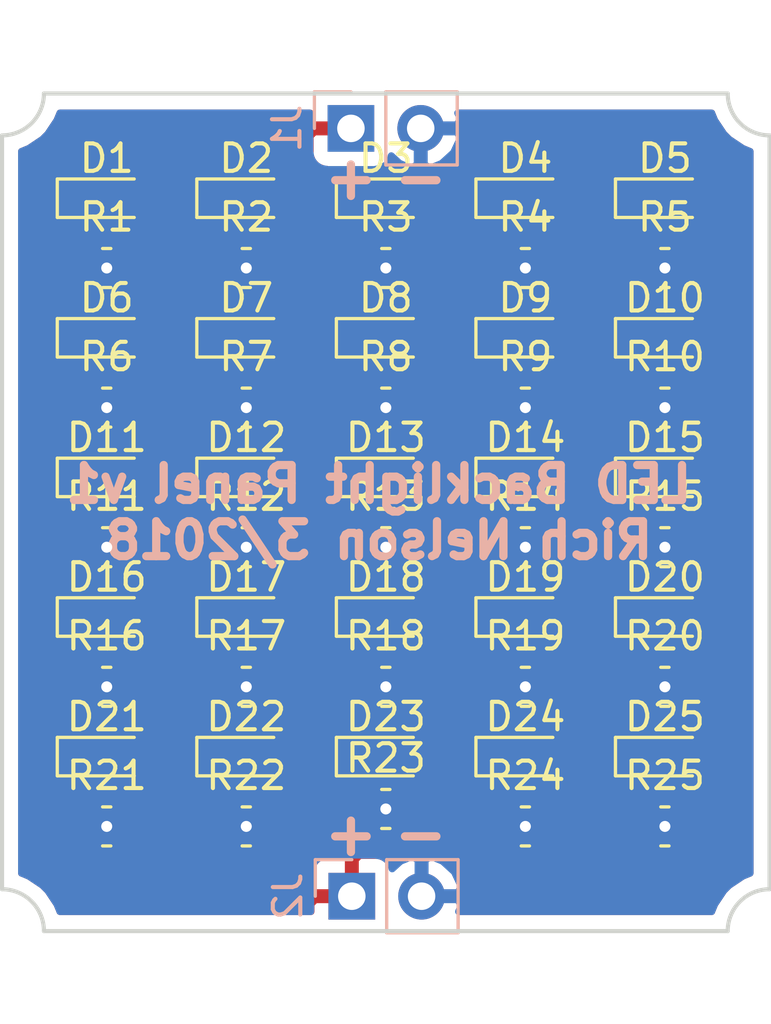
<source format=kicad_pcb>
(kicad_pcb (version 20171130) (host pcbnew "(2018-01-30 revision 342197bb3)-makepkg")

  (general
    (thickness 1.6)
    (drawings 13)
    (tracks 100)
    (zones 0)
    (modules 52)
    (nets 28)
  )

  (page A4)
  (layers
    (0 F.Cu signal)
    (31 B.Cu signal)
    (32 B.Adhes user)
    (33 F.Adhes user)
    (34 B.Paste user)
    (35 F.Paste user)
    (36 B.SilkS user)
    (37 F.SilkS user)
    (38 B.Mask user)
    (39 F.Mask user)
    (40 Dwgs.User user)
    (41 Cmts.User user)
    (42 Eco1.User user)
    (43 Eco2.User user)
    (44 Edge.Cuts user)
    (45 Margin user)
    (46 B.CrtYd user)
    (47 F.CrtYd user)
    (48 B.Fab user)
    (49 F.Fab user)
  )

  (setup
    (last_trace_width 0.25)
    (trace_clearance 0.2)
    (zone_clearance 0.508)
    (zone_45_only no)
    (trace_min 0.2)
    (segment_width 0.2)
    (edge_width 0.15)
    (via_size 0.8)
    (via_drill 0.4)
    (via_min_size 0.4)
    (via_min_drill 0.3)
    (uvia_size 0.3)
    (uvia_drill 0.1)
    (uvias_allowed no)
    (uvia_min_size 0.2)
    (uvia_min_drill 0.1)
    (pcb_text_width 0.3)
    (pcb_text_size 1.5 1.5)
    (mod_edge_width 0.15)
    (mod_text_size 1 1)
    (mod_text_width 0.15)
    (pad_size 1.524 1.524)
    (pad_drill 0.762)
    (pad_to_mask_clearance 0.2)
    (aux_axis_origin 0 0)
    (visible_elements 7FFFFFFF)
    (pcbplotparams
      (layerselection 0x010fc_ffffffff)
      (usegerberextensions false)
      (usegerberattributes false)
      (usegerberadvancedattributes false)
      (creategerberjobfile false)
      (excludeedgelayer true)
      (linewidth 0.100000)
      (plotframeref false)
      (viasonmask false)
      (mode 1)
      (useauxorigin false)
      (hpglpennumber 1)
      (hpglpenspeed 20)
      (hpglpendiameter 15)
      (psnegative false)
      (psa4output false)
      (plotreference true)
      (plotvalue true)
      (plotinvisibletext false)
      (padsonsilk false)
      (subtractmaskfromsilk false)
      (outputformat 1)
      (mirror false)
      (drillshape 1)
      (scaleselection 1)
      (outputdirectory ""))
  )

  (net 0 "")
  (net 1 GND)
  (net 2 +5V)
  (net 3 "Net-(D1-Pad1)")
  (net 4 "Net-(D2-Pad1)")
  (net 5 "Net-(D3-Pad1)")
  (net 6 "Net-(D4-Pad1)")
  (net 7 "Net-(D5-Pad1)")
  (net 8 "Net-(D6-Pad1)")
  (net 9 "Net-(D7-Pad1)")
  (net 10 "Net-(D8-Pad1)")
  (net 11 "Net-(D9-Pad1)")
  (net 12 "Net-(D10-Pad1)")
  (net 13 "Net-(D11-Pad1)")
  (net 14 "Net-(D12-Pad1)")
  (net 15 "Net-(D13-Pad1)")
  (net 16 "Net-(D14-Pad1)")
  (net 17 "Net-(D15-Pad1)")
  (net 18 "Net-(D16-Pad1)")
  (net 19 "Net-(D17-Pad1)")
  (net 20 "Net-(D18-Pad1)")
  (net 21 "Net-(D19-Pad1)")
  (net 22 "Net-(D20-Pad1)")
  (net 23 "Net-(D21-Pad1)")
  (net 24 "Net-(D22-Pad1)")
  (net 25 "Net-(D23-Pad1)")
  (net 26 "Net-(D24-Pad1)")
  (net 27 "Net-(D25-Pad1)")

  (net_class Default "This is the default net class."
    (clearance 0.2)
    (trace_width 0.25)
    (via_dia 0.8)
    (via_drill 0.4)
    (uvia_dia 0.3)
    (uvia_drill 0.1)
    (add_net +5V)
    (add_net GND)
    (add_net "Net-(D1-Pad1)")
    (add_net "Net-(D10-Pad1)")
    (add_net "Net-(D11-Pad1)")
    (add_net "Net-(D12-Pad1)")
    (add_net "Net-(D13-Pad1)")
    (add_net "Net-(D14-Pad1)")
    (add_net "Net-(D15-Pad1)")
    (add_net "Net-(D16-Pad1)")
    (add_net "Net-(D17-Pad1)")
    (add_net "Net-(D18-Pad1)")
    (add_net "Net-(D19-Pad1)")
    (add_net "Net-(D2-Pad1)")
    (add_net "Net-(D20-Pad1)")
    (add_net "Net-(D21-Pad1)")
    (add_net "Net-(D22-Pad1)")
    (add_net "Net-(D23-Pad1)")
    (add_net "Net-(D24-Pad1)")
    (add_net "Net-(D25-Pad1)")
    (add_net "Net-(D3-Pad1)")
    (add_net "Net-(D4-Pad1)")
    (add_net "Net-(D5-Pad1)")
    (add_net "Net-(D6-Pad1)")
    (add_net "Net-(D7-Pad1)")
    (add_net "Net-(D8-Pad1)")
    (add_net "Net-(D9-Pad1)")
  )

  (module LEDs:LED_0805 (layer F.Cu) (tedit 59959803) (tstamp 5A9FFA06)
    (at 80.01 80.01)
    (descr "LED 0805 smd package")
    (tags "LED led 0805 SMD smd SMT smt smdled SMDLED smtled SMTLED")
    (path /5A9F99F0)
    (attr smd)
    (fp_text reference D1 (at 0 -1.45) (layer F.SilkS)
      (effects (font (size 1 1) (thickness 0.15)))
    )
    (fp_text value LED (at 0 1.55) (layer F.Fab)
      (effects (font (size 1 1) (thickness 0.15)))
    )
    (fp_line (start -1.8 -0.7) (end -1.8 0.7) (layer F.SilkS) (width 0.12))
    (fp_line (start -0.4 -0.4) (end -0.4 0.4) (layer F.Fab) (width 0.1))
    (fp_line (start -0.4 0) (end 0.2 -0.4) (layer F.Fab) (width 0.1))
    (fp_line (start 0.2 0.4) (end -0.4 0) (layer F.Fab) (width 0.1))
    (fp_line (start 0.2 -0.4) (end 0.2 0.4) (layer F.Fab) (width 0.1))
    (fp_line (start 1 0.6) (end -1 0.6) (layer F.Fab) (width 0.1))
    (fp_line (start 1 -0.6) (end 1 0.6) (layer F.Fab) (width 0.1))
    (fp_line (start -1 -0.6) (end 1 -0.6) (layer F.Fab) (width 0.1))
    (fp_line (start -1 0.6) (end -1 -0.6) (layer F.Fab) (width 0.1))
    (fp_line (start -1.8 0.7) (end 1 0.7) (layer F.SilkS) (width 0.12))
    (fp_line (start -1.8 -0.7) (end 1 -0.7) (layer F.SilkS) (width 0.12))
    (fp_line (start 1.95 -0.85) (end 1.95 0.85) (layer F.CrtYd) (width 0.05))
    (fp_line (start 1.95 0.85) (end -1.95 0.85) (layer F.CrtYd) (width 0.05))
    (fp_line (start -1.95 0.85) (end -1.95 -0.85) (layer F.CrtYd) (width 0.05))
    (fp_line (start -1.95 -0.85) (end 1.95 -0.85) (layer F.CrtYd) (width 0.05))
    (fp_text user %R (at 0 -1.25) (layer F.Fab)
      (effects (font (size 0.4 0.4) (thickness 0.1)))
    )
    (pad 2 smd rect (at 1.1 0 180) (size 1.2 1.2) (layers F.Cu F.Paste F.Mask)
      (net 2 +5V))
    (pad 1 smd rect (at -1.1 0 180) (size 1.2 1.2) (layers F.Cu F.Paste F.Mask)
      (net 3 "Net-(D1-Pad1)"))
    (model ${KISYS3DMOD}/LEDs.3dshapes/LED_0805.wrl
      (at (xyz 0 0 0))
      (scale (xyz 1 1 1))
      (rotate (xyz 0 0 180))
    )
  )

  (module LEDs:LED_0805 (layer F.Cu) (tedit 59959803) (tstamp 5A9FFA1B)
    (at 85.09 80.01)
    (descr "LED 0805 smd package")
    (tags "LED led 0805 SMD smd SMT smt smdled SMDLED smtled SMTLED")
    (path /5A9F99FE)
    (attr smd)
    (fp_text reference D2 (at 0 -1.45) (layer F.SilkS)
      (effects (font (size 1 1) (thickness 0.15)))
    )
    (fp_text value LED (at 0 1.55) (layer F.Fab)
      (effects (font (size 1 1) (thickness 0.15)))
    )
    (fp_line (start -1.8 -0.7) (end -1.8 0.7) (layer F.SilkS) (width 0.12))
    (fp_line (start -0.4 -0.4) (end -0.4 0.4) (layer F.Fab) (width 0.1))
    (fp_line (start -0.4 0) (end 0.2 -0.4) (layer F.Fab) (width 0.1))
    (fp_line (start 0.2 0.4) (end -0.4 0) (layer F.Fab) (width 0.1))
    (fp_line (start 0.2 -0.4) (end 0.2 0.4) (layer F.Fab) (width 0.1))
    (fp_line (start 1 0.6) (end -1 0.6) (layer F.Fab) (width 0.1))
    (fp_line (start 1 -0.6) (end 1 0.6) (layer F.Fab) (width 0.1))
    (fp_line (start -1 -0.6) (end 1 -0.6) (layer F.Fab) (width 0.1))
    (fp_line (start -1 0.6) (end -1 -0.6) (layer F.Fab) (width 0.1))
    (fp_line (start -1.8 0.7) (end 1 0.7) (layer F.SilkS) (width 0.12))
    (fp_line (start -1.8 -0.7) (end 1 -0.7) (layer F.SilkS) (width 0.12))
    (fp_line (start 1.95 -0.85) (end 1.95 0.85) (layer F.CrtYd) (width 0.05))
    (fp_line (start 1.95 0.85) (end -1.95 0.85) (layer F.CrtYd) (width 0.05))
    (fp_line (start -1.95 0.85) (end -1.95 -0.85) (layer F.CrtYd) (width 0.05))
    (fp_line (start -1.95 -0.85) (end 1.95 -0.85) (layer F.CrtYd) (width 0.05))
    (fp_text user %R (at 0 -1.25) (layer F.Fab)
      (effects (font (size 0.4 0.4) (thickness 0.1)))
    )
    (pad 2 smd rect (at 1.1 0 180) (size 1.2 1.2) (layers F.Cu F.Paste F.Mask)
      (net 2 +5V))
    (pad 1 smd rect (at -1.1 0 180) (size 1.2 1.2) (layers F.Cu F.Paste F.Mask)
      (net 4 "Net-(D2-Pad1)"))
    (model ${KISYS3DMOD}/LEDs.3dshapes/LED_0805.wrl
      (at (xyz 0 0 0))
      (scale (xyz 1 1 1))
      (rotate (xyz 0 0 180))
    )
  )

  (module LEDs:LED_0805 (layer F.Cu) (tedit 59959803) (tstamp 5A9FFA30)
    (at 90.17 80.01)
    (descr "LED 0805 smd package")
    (tags "LED led 0805 SMD smd SMT smt smdled SMDLED smtled SMTLED")
    (path /5A9F9A0C)
    (attr smd)
    (fp_text reference D3 (at 0 -1.45) (layer F.SilkS)
      (effects (font (size 1 1) (thickness 0.15)))
    )
    (fp_text value LED (at 0 1.55) (layer F.Fab)
      (effects (font (size 1 1) (thickness 0.15)))
    )
    (fp_line (start -1.8 -0.7) (end -1.8 0.7) (layer F.SilkS) (width 0.12))
    (fp_line (start -0.4 -0.4) (end -0.4 0.4) (layer F.Fab) (width 0.1))
    (fp_line (start -0.4 0) (end 0.2 -0.4) (layer F.Fab) (width 0.1))
    (fp_line (start 0.2 0.4) (end -0.4 0) (layer F.Fab) (width 0.1))
    (fp_line (start 0.2 -0.4) (end 0.2 0.4) (layer F.Fab) (width 0.1))
    (fp_line (start 1 0.6) (end -1 0.6) (layer F.Fab) (width 0.1))
    (fp_line (start 1 -0.6) (end 1 0.6) (layer F.Fab) (width 0.1))
    (fp_line (start -1 -0.6) (end 1 -0.6) (layer F.Fab) (width 0.1))
    (fp_line (start -1 0.6) (end -1 -0.6) (layer F.Fab) (width 0.1))
    (fp_line (start -1.8 0.7) (end 1 0.7) (layer F.SilkS) (width 0.12))
    (fp_line (start -1.8 -0.7) (end 1 -0.7) (layer F.SilkS) (width 0.12))
    (fp_line (start 1.95 -0.85) (end 1.95 0.85) (layer F.CrtYd) (width 0.05))
    (fp_line (start 1.95 0.85) (end -1.95 0.85) (layer F.CrtYd) (width 0.05))
    (fp_line (start -1.95 0.85) (end -1.95 -0.85) (layer F.CrtYd) (width 0.05))
    (fp_line (start -1.95 -0.85) (end 1.95 -0.85) (layer F.CrtYd) (width 0.05))
    (fp_text user %R (at 0 -1.25) (layer F.Fab)
      (effects (font (size 0.4 0.4) (thickness 0.1)))
    )
    (pad 2 smd rect (at 1.1 0 180) (size 1.2 1.2) (layers F.Cu F.Paste F.Mask)
      (net 2 +5V))
    (pad 1 smd rect (at -1.1 0 180) (size 1.2 1.2) (layers F.Cu F.Paste F.Mask)
      (net 5 "Net-(D3-Pad1)"))
    (model ${KISYS3DMOD}/LEDs.3dshapes/LED_0805.wrl
      (at (xyz 0 0 0))
      (scale (xyz 1 1 1))
      (rotate (xyz 0 0 180))
    )
  )

  (module LEDs:LED_0805 (layer F.Cu) (tedit 59959803) (tstamp 5A9FFA45)
    (at 95.25 80.01)
    (descr "LED 0805 smd package")
    (tags "LED led 0805 SMD smd SMT smt smdled SMDLED smtled SMTLED")
    (path /5A9F9A1A)
    (attr smd)
    (fp_text reference D4 (at 0 -1.45) (layer F.SilkS)
      (effects (font (size 1 1) (thickness 0.15)))
    )
    (fp_text value LED (at 0 1.55) (layer F.Fab)
      (effects (font (size 1 1) (thickness 0.15)))
    )
    (fp_text user %R (at 0 -1.25) (layer F.Fab)
      (effects (font (size 0.4 0.4) (thickness 0.1)))
    )
    (fp_line (start -1.95 -0.85) (end 1.95 -0.85) (layer F.CrtYd) (width 0.05))
    (fp_line (start -1.95 0.85) (end -1.95 -0.85) (layer F.CrtYd) (width 0.05))
    (fp_line (start 1.95 0.85) (end -1.95 0.85) (layer F.CrtYd) (width 0.05))
    (fp_line (start 1.95 -0.85) (end 1.95 0.85) (layer F.CrtYd) (width 0.05))
    (fp_line (start -1.8 -0.7) (end 1 -0.7) (layer F.SilkS) (width 0.12))
    (fp_line (start -1.8 0.7) (end 1 0.7) (layer F.SilkS) (width 0.12))
    (fp_line (start -1 0.6) (end -1 -0.6) (layer F.Fab) (width 0.1))
    (fp_line (start -1 -0.6) (end 1 -0.6) (layer F.Fab) (width 0.1))
    (fp_line (start 1 -0.6) (end 1 0.6) (layer F.Fab) (width 0.1))
    (fp_line (start 1 0.6) (end -1 0.6) (layer F.Fab) (width 0.1))
    (fp_line (start 0.2 -0.4) (end 0.2 0.4) (layer F.Fab) (width 0.1))
    (fp_line (start 0.2 0.4) (end -0.4 0) (layer F.Fab) (width 0.1))
    (fp_line (start -0.4 0) (end 0.2 -0.4) (layer F.Fab) (width 0.1))
    (fp_line (start -0.4 -0.4) (end -0.4 0.4) (layer F.Fab) (width 0.1))
    (fp_line (start -1.8 -0.7) (end -1.8 0.7) (layer F.SilkS) (width 0.12))
    (pad 1 smd rect (at -1.1 0 180) (size 1.2 1.2) (layers F.Cu F.Paste F.Mask)
      (net 6 "Net-(D4-Pad1)"))
    (pad 2 smd rect (at 1.1 0 180) (size 1.2 1.2) (layers F.Cu F.Paste F.Mask)
      (net 2 +5V))
    (model ${KISYS3DMOD}/LEDs.3dshapes/LED_0805.wrl
      (at (xyz 0 0 0))
      (scale (xyz 1 1 1))
      (rotate (xyz 0 0 180))
    )
  )

  (module LEDs:LED_0805 (layer F.Cu) (tedit 59959803) (tstamp 5A9FFA5A)
    (at 100.33 80.01)
    (descr "LED 0805 smd package")
    (tags "LED led 0805 SMD smd SMT smt smdled SMDLED smtled SMTLED")
    (path /5A9F9A28)
    (attr smd)
    (fp_text reference D5 (at 0 -1.45) (layer F.SilkS)
      (effects (font (size 1 1) (thickness 0.15)))
    )
    (fp_text value LED (at 0 1.55) (layer F.Fab)
      (effects (font (size 1 1) (thickness 0.15)))
    )
    (fp_text user %R (at 0 -1.25) (layer F.Fab)
      (effects (font (size 0.4 0.4) (thickness 0.1)))
    )
    (fp_line (start -1.95 -0.85) (end 1.95 -0.85) (layer F.CrtYd) (width 0.05))
    (fp_line (start -1.95 0.85) (end -1.95 -0.85) (layer F.CrtYd) (width 0.05))
    (fp_line (start 1.95 0.85) (end -1.95 0.85) (layer F.CrtYd) (width 0.05))
    (fp_line (start 1.95 -0.85) (end 1.95 0.85) (layer F.CrtYd) (width 0.05))
    (fp_line (start -1.8 -0.7) (end 1 -0.7) (layer F.SilkS) (width 0.12))
    (fp_line (start -1.8 0.7) (end 1 0.7) (layer F.SilkS) (width 0.12))
    (fp_line (start -1 0.6) (end -1 -0.6) (layer F.Fab) (width 0.1))
    (fp_line (start -1 -0.6) (end 1 -0.6) (layer F.Fab) (width 0.1))
    (fp_line (start 1 -0.6) (end 1 0.6) (layer F.Fab) (width 0.1))
    (fp_line (start 1 0.6) (end -1 0.6) (layer F.Fab) (width 0.1))
    (fp_line (start 0.2 -0.4) (end 0.2 0.4) (layer F.Fab) (width 0.1))
    (fp_line (start 0.2 0.4) (end -0.4 0) (layer F.Fab) (width 0.1))
    (fp_line (start -0.4 0) (end 0.2 -0.4) (layer F.Fab) (width 0.1))
    (fp_line (start -0.4 -0.4) (end -0.4 0.4) (layer F.Fab) (width 0.1))
    (fp_line (start -1.8 -0.7) (end -1.8 0.7) (layer F.SilkS) (width 0.12))
    (pad 1 smd rect (at -1.1 0 180) (size 1.2 1.2) (layers F.Cu F.Paste F.Mask)
      (net 7 "Net-(D5-Pad1)"))
    (pad 2 smd rect (at 1.1 0 180) (size 1.2 1.2) (layers F.Cu F.Paste F.Mask)
      (net 2 +5V))
    (model ${KISYS3DMOD}/LEDs.3dshapes/LED_0805.wrl
      (at (xyz 0 0 0))
      (scale (xyz 1 1 1))
      (rotate (xyz 0 0 180))
    )
  )

  (module LEDs:LED_0805 (layer F.Cu) (tedit 59959803) (tstamp 5A9FFA6F)
    (at 80.01 85.09)
    (descr "LED 0805 smd package")
    (tags "LED led 0805 SMD smd SMT smt smdled SMDLED smtled SMTLED")
    (path /5A9F59D4)
    (attr smd)
    (fp_text reference D6 (at 0 -1.45) (layer F.SilkS)
      (effects (font (size 1 1) (thickness 0.15)))
    )
    (fp_text value LED (at 0 1.55) (layer F.Fab)
      (effects (font (size 1 1) (thickness 0.15)))
    )
    (fp_line (start -1.8 -0.7) (end -1.8 0.7) (layer F.SilkS) (width 0.12))
    (fp_line (start -0.4 -0.4) (end -0.4 0.4) (layer F.Fab) (width 0.1))
    (fp_line (start -0.4 0) (end 0.2 -0.4) (layer F.Fab) (width 0.1))
    (fp_line (start 0.2 0.4) (end -0.4 0) (layer F.Fab) (width 0.1))
    (fp_line (start 0.2 -0.4) (end 0.2 0.4) (layer F.Fab) (width 0.1))
    (fp_line (start 1 0.6) (end -1 0.6) (layer F.Fab) (width 0.1))
    (fp_line (start 1 -0.6) (end 1 0.6) (layer F.Fab) (width 0.1))
    (fp_line (start -1 -0.6) (end 1 -0.6) (layer F.Fab) (width 0.1))
    (fp_line (start -1 0.6) (end -1 -0.6) (layer F.Fab) (width 0.1))
    (fp_line (start -1.8 0.7) (end 1 0.7) (layer F.SilkS) (width 0.12))
    (fp_line (start -1.8 -0.7) (end 1 -0.7) (layer F.SilkS) (width 0.12))
    (fp_line (start 1.95 -0.85) (end 1.95 0.85) (layer F.CrtYd) (width 0.05))
    (fp_line (start 1.95 0.85) (end -1.95 0.85) (layer F.CrtYd) (width 0.05))
    (fp_line (start -1.95 0.85) (end -1.95 -0.85) (layer F.CrtYd) (width 0.05))
    (fp_line (start -1.95 -0.85) (end 1.95 -0.85) (layer F.CrtYd) (width 0.05))
    (fp_text user %R (at 0 -1.25) (layer F.Fab)
      (effects (font (size 0.4 0.4) (thickness 0.1)))
    )
    (pad 2 smd rect (at 1.1 0 180) (size 1.2 1.2) (layers F.Cu F.Paste F.Mask)
      (net 2 +5V))
    (pad 1 smd rect (at -1.1 0 180) (size 1.2 1.2) (layers F.Cu F.Paste F.Mask)
      (net 8 "Net-(D6-Pad1)"))
    (model ${KISYS3DMOD}/LEDs.3dshapes/LED_0805.wrl
      (at (xyz 0 0 0))
      (scale (xyz 1 1 1))
      (rotate (xyz 0 0 180))
    )
  )

  (module LEDs:LED_0805 (layer F.Cu) (tedit 59959803) (tstamp 5A9FFA84)
    (at 85.09 85.09)
    (descr "LED 0805 smd package")
    (tags "LED led 0805 SMD smd SMT smt smdled SMDLED smtled SMTLED")
    (path /5A9F5B75)
    (attr smd)
    (fp_text reference D7 (at 0 -1.45) (layer F.SilkS)
      (effects (font (size 1 1) (thickness 0.15)))
    )
    (fp_text value LED (at 0 1.55) (layer F.Fab)
      (effects (font (size 1 1) (thickness 0.15)))
    )
    (fp_line (start -1.8 -0.7) (end -1.8 0.7) (layer F.SilkS) (width 0.12))
    (fp_line (start -0.4 -0.4) (end -0.4 0.4) (layer F.Fab) (width 0.1))
    (fp_line (start -0.4 0) (end 0.2 -0.4) (layer F.Fab) (width 0.1))
    (fp_line (start 0.2 0.4) (end -0.4 0) (layer F.Fab) (width 0.1))
    (fp_line (start 0.2 -0.4) (end 0.2 0.4) (layer F.Fab) (width 0.1))
    (fp_line (start 1 0.6) (end -1 0.6) (layer F.Fab) (width 0.1))
    (fp_line (start 1 -0.6) (end 1 0.6) (layer F.Fab) (width 0.1))
    (fp_line (start -1 -0.6) (end 1 -0.6) (layer F.Fab) (width 0.1))
    (fp_line (start -1 0.6) (end -1 -0.6) (layer F.Fab) (width 0.1))
    (fp_line (start -1.8 0.7) (end 1 0.7) (layer F.SilkS) (width 0.12))
    (fp_line (start -1.8 -0.7) (end 1 -0.7) (layer F.SilkS) (width 0.12))
    (fp_line (start 1.95 -0.85) (end 1.95 0.85) (layer F.CrtYd) (width 0.05))
    (fp_line (start 1.95 0.85) (end -1.95 0.85) (layer F.CrtYd) (width 0.05))
    (fp_line (start -1.95 0.85) (end -1.95 -0.85) (layer F.CrtYd) (width 0.05))
    (fp_line (start -1.95 -0.85) (end 1.95 -0.85) (layer F.CrtYd) (width 0.05))
    (fp_text user %R (at 0 -1.25) (layer F.Fab)
      (effects (font (size 0.4 0.4) (thickness 0.1)))
    )
    (pad 2 smd rect (at 1.1 0 180) (size 1.2 1.2) (layers F.Cu F.Paste F.Mask)
      (net 2 +5V))
    (pad 1 smd rect (at -1.1 0 180) (size 1.2 1.2) (layers F.Cu F.Paste F.Mask)
      (net 9 "Net-(D7-Pad1)"))
    (model ${KISYS3DMOD}/LEDs.3dshapes/LED_0805.wrl
      (at (xyz 0 0 0))
      (scale (xyz 1 1 1))
      (rotate (xyz 0 0 180))
    )
  )

  (module LEDs:LED_0805 (layer F.Cu) (tedit 59959803) (tstamp 5A9FFA99)
    (at 90.17 85.09)
    (descr "LED 0805 smd package")
    (tags "LED led 0805 SMD smd SMT smt smdled SMDLED smtled SMTLED")
    (path /5A9F5C67)
    (attr smd)
    (fp_text reference D8 (at 0 -1.45) (layer F.SilkS)
      (effects (font (size 1 1) (thickness 0.15)))
    )
    (fp_text value LED (at 0 1.55) (layer F.Fab)
      (effects (font (size 1 1) (thickness 0.15)))
    )
    (fp_text user %R (at 0 -1.25) (layer F.Fab)
      (effects (font (size 0.4 0.4) (thickness 0.1)))
    )
    (fp_line (start -1.95 -0.85) (end 1.95 -0.85) (layer F.CrtYd) (width 0.05))
    (fp_line (start -1.95 0.85) (end -1.95 -0.85) (layer F.CrtYd) (width 0.05))
    (fp_line (start 1.95 0.85) (end -1.95 0.85) (layer F.CrtYd) (width 0.05))
    (fp_line (start 1.95 -0.85) (end 1.95 0.85) (layer F.CrtYd) (width 0.05))
    (fp_line (start -1.8 -0.7) (end 1 -0.7) (layer F.SilkS) (width 0.12))
    (fp_line (start -1.8 0.7) (end 1 0.7) (layer F.SilkS) (width 0.12))
    (fp_line (start -1 0.6) (end -1 -0.6) (layer F.Fab) (width 0.1))
    (fp_line (start -1 -0.6) (end 1 -0.6) (layer F.Fab) (width 0.1))
    (fp_line (start 1 -0.6) (end 1 0.6) (layer F.Fab) (width 0.1))
    (fp_line (start 1 0.6) (end -1 0.6) (layer F.Fab) (width 0.1))
    (fp_line (start 0.2 -0.4) (end 0.2 0.4) (layer F.Fab) (width 0.1))
    (fp_line (start 0.2 0.4) (end -0.4 0) (layer F.Fab) (width 0.1))
    (fp_line (start -0.4 0) (end 0.2 -0.4) (layer F.Fab) (width 0.1))
    (fp_line (start -0.4 -0.4) (end -0.4 0.4) (layer F.Fab) (width 0.1))
    (fp_line (start -1.8 -0.7) (end -1.8 0.7) (layer F.SilkS) (width 0.12))
    (pad 1 smd rect (at -1.1 0 180) (size 1.2 1.2) (layers F.Cu F.Paste F.Mask)
      (net 10 "Net-(D8-Pad1)"))
    (pad 2 smd rect (at 1.1 0 180) (size 1.2 1.2) (layers F.Cu F.Paste F.Mask)
      (net 2 +5V))
    (model ${KISYS3DMOD}/LEDs.3dshapes/LED_0805.wrl
      (at (xyz 0 0 0))
      (scale (xyz 1 1 1))
      (rotate (xyz 0 0 180))
    )
  )

  (module LEDs:LED_0805 (layer F.Cu) (tedit 59959803) (tstamp 5A9FFAAE)
    (at 95.25 85.09)
    (descr "LED 0805 smd package")
    (tags "LED led 0805 SMD smd SMT smt smdled SMDLED smtled SMTLED")
    (path /5A9F5C75)
    (attr smd)
    (fp_text reference D9 (at 0 -1.45) (layer F.SilkS)
      (effects (font (size 1 1) (thickness 0.15)))
    )
    (fp_text value LED (at 0 1.55) (layer F.Fab)
      (effects (font (size 1 1) (thickness 0.15)))
    )
    (fp_text user %R (at 0 -1.25) (layer F.Fab)
      (effects (font (size 0.4 0.4) (thickness 0.1)))
    )
    (fp_line (start -1.95 -0.85) (end 1.95 -0.85) (layer F.CrtYd) (width 0.05))
    (fp_line (start -1.95 0.85) (end -1.95 -0.85) (layer F.CrtYd) (width 0.05))
    (fp_line (start 1.95 0.85) (end -1.95 0.85) (layer F.CrtYd) (width 0.05))
    (fp_line (start 1.95 -0.85) (end 1.95 0.85) (layer F.CrtYd) (width 0.05))
    (fp_line (start -1.8 -0.7) (end 1 -0.7) (layer F.SilkS) (width 0.12))
    (fp_line (start -1.8 0.7) (end 1 0.7) (layer F.SilkS) (width 0.12))
    (fp_line (start -1 0.6) (end -1 -0.6) (layer F.Fab) (width 0.1))
    (fp_line (start -1 -0.6) (end 1 -0.6) (layer F.Fab) (width 0.1))
    (fp_line (start 1 -0.6) (end 1 0.6) (layer F.Fab) (width 0.1))
    (fp_line (start 1 0.6) (end -1 0.6) (layer F.Fab) (width 0.1))
    (fp_line (start 0.2 -0.4) (end 0.2 0.4) (layer F.Fab) (width 0.1))
    (fp_line (start 0.2 0.4) (end -0.4 0) (layer F.Fab) (width 0.1))
    (fp_line (start -0.4 0) (end 0.2 -0.4) (layer F.Fab) (width 0.1))
    (fp_line (start -0.4 -0.4) (end -0.4 0.4) (layer F.Fab) (width 0.1))
    (fp_line (start -1.8 -0.7) (end -1.8 0.7) (layer F.SilkS) (width 0.12))
    (pad 1 smd rect (at -1.1 0 180) (size 1.2 1.2) (layers F.Cu F.Paste F.Mask)
      (net 11 "Net-(D9-Pad1)"))
    (pad 2 smd rect (at 1.1 0 180) (size 1.2 1.2) (layers F.Cu F.Paste F.Mask)
      (net 2 +5V))
    (model ${KISYS3DMOD}/LEDs.3dshapes/LED_0805.wrl
      (at (xyz 0 0 0))
      (scale (xyz 1 1 1))
      (rotate (xyz 0 0 180))
    )
  )

  (module LEDs:LED_0805 (layer F.Cu) (tedit 59959803) (tstamp 5A9FFAC3)
    (at 100.33 85.09)
    (descr "LED 0805 smd package")
    (tags "LED led 0805 SMD smd SMT smt smdled SMDLED smtled SMTLED")
    (path /5A9F5CE1)
    (attr smd)
    (fp_text reference D10 (at 0 -1.45) (layer F.SilkS)
      (effects (font (size 1 1) (thickness 0.15)))
    )
    (fp_text value LED (at 0 1.55) (layer F.Fab)
      (effects (font (size 1 1) (thickness 0.15)))
    )
    (fp_line (start -1.8 -0.7) (end -1.8 0.7) (layer F.SilkS) (width 0.12))
    (fp_line (start -0.4 -0.4) (end -0.4 0.4) (layer F.Fab) (width 0.1))
    (fp_line (start -0.4 0) (end 0.2 -0.4) (layer F.Fab) (width 0.1))
    (fp_line (start 0.2 0.4) (end -0.4 0) (layer F.Fab) (width 0.1))
    (fp_line (start 0.2 -0.4) (end 0.2 0.4) (layer F.Fab) (width 0.1))
    (fp_line (start 1 0.6) (end -1 0.6) (layer F.Fab) (width 0.1))
    (fp_line (start 1 -0.6) (end 1 0.6) (layer F.Fab) (width 0.1))
    (fp_line (start -1 -0.6) (end 1 -0.6) (layer F.Fab) (width 0.1))
    (fp_line (start -1 0.6) (end -1 -0.6) (layer F.Fab) (width 0.1))
    (fp_line (start -1.8 0.7) (end 1 0.7) (layer F.SilkS) (width 0.12))
    (fp_line (start -1.8 -0.7) (end 1 -0.7) (layer F.SilkS) (width 0.12))
    (fp_line (start 1.95 -0.85) (end 1.95 0.85) (layer F.CrtYd) (width 0.05))
    (fp_line (start 1.95 0.85) (end -1.95 0.85) (layer F.CrtYd) (width 0.05))
    (fp_line (start -1.95 0.85) (end -1.95 -0.85) (layer F.CrtYd) (width 0.05))
    (fp_line (start -1.95 -0.85) (end 1.95 -0.85) (layer F.CrtYd) (width 0.05))
    (fp_text user %R (at 0 -1.25) (layer F.Fab)
      (effects (font (size 0.4 0.4) (thickness 0.1)))
    )
    (pad 2 smd rect (at 1.1 0 180) (size 1.2 1.2) (layers F.Cu F.Paste F.Mask)
      (net 2 +5V))
    (pad 1 smd rect (at -1.1 0 180) (size 1.2 1.2) (layers F.Cu F.Paste F.Mask)
      (net 12 "Net-(D10-Pad1)"))
    (model ${KISYS3DMOD}/LEDs.3dshapes/LED_0805.wrl
      (at (xyz 0 0 0))
      (scale (xyz 1 1 1))
      (rotate (xyz 0 0 180))
    )
  )

  (module LEDs:LED_0805 (layer F.Cu) (tedit 59959803) (tstamp 5A9FFAD8)
    (at 80.01 90.17)
    (descr "LED 0805 smd package")
    (tags "LED led 0805 SMD smd SMT smt smdled SMDLED smtled SMTLED")
    (path /5A9F6A2D)
    (attr smd)
    (fp_text reference D11 (at 0 -1.45) (layer F.SilkS)
      (effects (font (size 1 1) (thickness 0.15)))
    )
    (fp_text value LED (at 0 1.55) (layer F.Fab)
      (effects (font (size 1 1) (thickness 0.15)))
    )
    (fp_line (start -1.8 -0.7) (end -1.8 0.7) (layer F.SilkS) (width 0.12))
    (fp_line (start -0.4 -0.4) (end -0.4 0.4) (layer F.Fab) (width 0.1))
    (fp_line (start -0.4 0) (end 0.2 -0.4) (layer F.Fab) (width 0.1))
    (fp_line (start 0.2 0.4) (end -0.4 0) (layer F.Fab) (width 0.1))
    (fp_line (start 0.2 -0.4) (end 0.2 0.4) (layer F.Fab) (width 0.1))
    (fp_line (start 1 0.6) (end -1 0.6) (layer F.Fab) (width 0.1))
    (fp_line (start 1 -0.6) (end 1 0.6) (layer F.Fab) (width 0.1))
    (fp_line (start -1 -0.6) (end 1 -0.6) (layer F.Fab) (width 0.1))
    (fp_line (start -1 0.6) (end -1 -0.6) (layer F.Fab) (width 0.1))
    (fp_line (start -1.8 0.7) (end 1 0.7) (layer F.SilkS) (width 0.12))
    (fp_line (start -1.8 -0.7) (end 1 -0.7) (layer F.SilkS) (width 0.12))
    (fp_line (start 1.95 -0.85) (end 1.95 0.85) (layer F.CrtYd) (width 0.05))
    (fp_line (start 1.95 0.85) (end -1.95 0.85) (layer F.CrtYd) (width 0.05))
    (fp_line (start -1.95 0.85) (end -1.95 -0.85) (layer F.CrtYd) (width 0.05))
    (fp_line (start -1.95 -0.85) (end 1.95 -0.85) (layer F.CrtYd) (width 0.05))
    (fp_text user %R (at 0 -1.25) (layer F.Fab)
      (effects (font (size 0.4 0.4) (thickness 0.1)))
    )
    (pad 2 smd rect (at 1.1 0 180) (size 1.2 1.2) (layers F.Cu F.Paste F.Mask)
      (net 2 +5V))
    (pad 1 smd rect (at -1.1 0 180) (size 1.2 1.2) (layers F.Cu F.Paste F.Mask)
      (net 13 "Net-(D11-Pad1)"))
    (model ${KISYS3DMOD}/LEDs.3dshapes/LED_0805.wrl
      (at (xyz 0 0 0))
      (scale (xyz 1 1 1))
      (rotate (xyz 0 0 180))
    )
  )

  (module LEDs:LED_0805 (layer F.Cu) (tedit 59959803) (tstamp 5A9FFAED)
    (at 85.09 90.17)
    (descr "LED 0805 smd package")
    (tags "LED led 0805 SMD smd SMT smt smdled SMDLED smtled SMTLED")
    (path /5A9F6A3B)
    (attr smd)
    (fp_text reference D12 (at 0 -1.45) (layer F.SilkS)
      (effects (font (size 1 1) (thickness 0.15)))
    )
    (fp_text value LED (at 0 1.55) (layer F.Fab)
      (effects (font (size 1 1) (thickness 0.15)))
    )
    (fp_line (start -1.8 -0.7) (end -1.8 0.7) (layer F.SilkS) (width 0.12))
    (fp_line (start -0.4 -0.4) (end -0.4 0.4) (layer F.Fab) (width 0.1))
    (fp_line (start -0.4 0) (end 0.2 -0.4) (layer F.Fab) (width 0.1))
    (fp_line (start 0.2 0.4) (end -0.4 0) (layer F.Fab) (width 0.1))
    (fp_line (start 0.2 -0.4) (end 0.2 0.4) (layer F.Fab) (width 0.1))
    (fp_line (start 1 0.6) (end -1 0.6) (layer F.Fab) (width 0.1))
    (fp_line (start 1 -0.6) (end 1 0.6) (layer F.Fab) (width 0.1))
    (fp_line (start -1 -0.6) (end 1 -0.6) (layer F.Fab) (width 0.1))
    (fp_line (start -1 0.6) (end -1 -0.6) (layer F.Fab) (width 0.1))
    (fp_line (start -1.8 0.7) (end 1 0.7) (layer F.SilkS) (width 0.12))
    (fp_line (start -1.8 -0.7) (end 1 -0.7) (layer F.SilkS) (width 0.12))
    (fp_line (start 1.95 -0.85) (end 1.95 0.85) (layer F.CrtYd) (width 0.05))
    (fp_line (start 1.95 0.85) (end -1.95 0.85) (layer F.CrtYd) (width 0.05))
    (fp_line (start -1.95 0.85) (end -1.95 -0.85) (layer F.CrtYd) (width 0.05))
    (fp_line (start -1.95 -0.85) (end 1.95 -0.85) (layer F.CrtYd) (width 0.05))
    (fp_text user %R (at 0 -1.25) (layer F.Fab)
      (effects (font (size 0.4 0.4) (thickness 0.1)))
    )
    (pad 2 smd rect (at 1.1 0 180) (size 1.2 1.2) (layers F.Cu F.Paste F.Mask)
      (net 2 +5V))
    (pad 1 smd rect (at -1.1 0 180) (size 1.2 1.2) (layers F.Cu F.Paste F.Mask)
      (net 14 "Net-(D12-Pad1)"))
    (model ${KISYS3DMOD}/LEDs.3dshapes/LED_0805.wrl
      (at (xyz 0 0 0))
      (scale (xyz 1 1 1))
      (rotate (xyz 0 0 180))
    )
  )

  (module LEDs:LED_0805 (layer F.Cu) (tedit 59959803) (tstamp 5A9FFB02)
    (at 90.17 90.17)
    (descr "LED 0805 smd package")
    (tags "LED led 0805 SMD smd SMT smt smdled SMDLED smtled SMTLED")
    (path /5A9F6A49)
    (attr smd)
    (fp_text reference D13 (at 0 -1.45) (layer F.SilkS)
      (effects (font (size 1 1) (thickness 0.15)))
    )
    (fp_text value LED (at 0 1.55) (layer F.Fab)
      (effects (font (size 1 1) (thickness 0.15)))
    )
    (fp_text user %R (at 0 -1.25) (layer F.Fab)
      (effects (font (size 0.4 0.4) (thickness 0.1)))
    )
    (fp_line (start -1.95 -0.85) (end 1.95 -0.85) (layer F.CrtYd) (width 0.05))
    (fp_line (start -1.95 0.85) (end -1.95 -0.85) (layer F.CrtYd) (width 0.05))
    (fp_line (start 1.95 0.85) (end -1.95 0.85) (layer F.CrtYd) (width 0.05))
    (fp_line (start 1.95 -0.85) (end 1.95 0.85) (layer F.CrtYd) (width 0.05))
    (fp_line (start -1.8 -0.7) (end 1 -0.7) (layer F.SilkS) (width 0.12))
    (fp_line (start -1.8 0.7) (end 1 0.7) (layer F.SilkS) (width 0.12))
    (fp_line (start -1 0.6) (end -1 -0.6) (layer F.Fab) (width 0.1))
    (fp_line (start -1 -0.6) (end 1 -0.6) (layer F.Fab) (width 0.1))
    (fp_line (start 1 -0.6) (end 1 0.6) (layer F.Fab) (width 0.1))
    (fp_line (start 1 0.6) (end -1 0.6) (layer F.Fab) (width 0.1))
    (fp_line (start 0.2 -0.4) (end 0.2 0.4) (layer F.Fab) (width 0.1))
    (fp_line (start 0.2 0.4) (end -0.4 0) (layer F.Fab) (width 0.1))
    (fp_line (start -0.4 0) (end 0.2 -0.4) (layer F.Fab) (width 0.1))
    (fp_line (start -0.4 -0.4) (end -0.4 0.4) (layer F.Fab) (width 0.1))
    (fp_line (start -1.8 -0.7) (end -1.8 0.7) (layer F.SilkS) (width 0.12))
    (pad 1 smd rect (at -1.1 0 180) (size 1.2 1.2) (layers F.Cu F.Paste F.Mask)
      (net 15 "Net-(D13-Pad1)"))
    (pad 2 smd rect (at 1.1 0 180) (size 1.2 1.2) (layers F.Cu F.Paste F.Mask)
      (net 2 +5V))
    (model ${KISYS3DMOD}/LEDs.3dshapes/LED_0805.wrl
      (at (xyz 0 0 0))
      (scale (xyz 1 1 1))
      (rotate (xyz 0 0 180))
    )
  )

  (module LEDs:LED_0805 (layer F.Cu) (tedit 59959803) (tstamp 5A9FFB17)
    (at 95.25 90.17)
    (descr "LED 0805 smd package")
    (tags "LED led 0805 SMD smd SMT smt smdled SMDLED smtled SMTLED")
    (path /5A9F6A57)
    (attr smd)
    (fp_text reference D14 (at 0 -1.45) (layer F.SilkS)
      (effects (font (size 1 1) (thickness 0.15)))
    )
    (fp_text value LED (at 0 1.55) (layer F.Fab)
      (effects (font (size 1 1) (thickness 0.15)))
    )
    (fp_line (start -1.8 -0.7) (end -1.8 0.7) (layer F.SilkS) (width 0.12))
    (fp_line (start -0.4 -0.4) (end -0.4 0.4) (layer F.Fab) (width 0.1))
    (fp_line (start -0.4 0) (end 0.2 -0.4) (layer F.Fab) (width 0.1))
    (fp_line (start 0.2 0.4) (end -0.4 0) (layer F.Fab) (width 0.1))
    (fp_line (start 0.2 -0.4) (end 0.2 0.4) (layer F.Fab) (width 0.1))
    (fp_line (start 1 0.6) (end -1 0.6) (layer F.Fab) (width 0.1))
    (fp_line (start 1 -0.6) (end 1 0.6) (layer F.Fab) (width 0.1))
    (fp_line (start -1 -0.6) (end 1 -0.6) (layer F.Fab) (width 0.1))
    (fp_line (start -1 0.6) (end -1 -0.6) (layer F.Fab) (width 0.1))
    (fp_line (start -1.8 0.7) (end 1 0.7) (layer F.SilkS) (width 0.12))
    (fp_line (start -1.8 -0.7) (end 1 -0.7) (layer F.SilkS) (width 0.12))
    (fp_line (start 1.95 -0.85) (end 1.95 0.85) (layer F.CrtYd) (width 0.05))
    (fp_line (start 1.95 0.85) (end -1.95 0.85) (layer F.CrtYd) (width 0.05))
    (fp_line (start -1.95 0.85) (end -1.95 -0.85) (layer F.CrtYd) (width 0.05))
    (fp_line (start -1.95 -0.85) (end 1.95 -0.85) (layer F.CrtYd) (width 0.05))
    (fp_text user %R (at 0 -1.25) (layer F.Fab)
      (effects (font (size 0.4 0.4) (thickness 0.1)))
    )
    (pad 2 smd rect (at 1.1 0 180) (size 1.2 1.2) (layers F.Cu F.Paste F.Mask)
      (net 2 +5V))
    (pad 1 smd rect (at -1.1 0 180) (size 1.2 1.2) (layers F.Cu F.Paste F.Mask)
      (net 16 "Net-(D14-Pad1)"))
    (model ${KISYS3DMOD}/LEDs.3dshapes/LED_0805.wrl
      (at (xyz 0 0 0))
      (scale (xyz 1 1 1))
      (rotate (xyz 0 0 180))
    )
  )

  (module LEDs:LED_0805 (layer F.Cu) (tedit 59959803) (tstamp 5A9FFB2C)
    (at 100.33 90.17)
    (descr "LED 0805 smd package")
    (tags "LED led 0805 SMD smd SMT smt smdled SMDLED smtled SMTLED")
    (path /5A9F6A65)
    (attr smd)
    (fp_text reference D15 (at 0 -1.45) (layer F.SilkS)
      (effects (font (size 1 1) (thickness 0.15)))
    )
    (fp_text value LED (at 0 1.55) (layer F.Fab)
      (effects (font (size 1 1) (thickness 0.15)))
    )
    (fp_line (start -1.8 -0.7) (end -1.8 0.7) (layer F.SilkS) (width 0.12))
    (fp_line (start -0.4 -0.4) (end -0.4 0.4) (layer F.Fab) (width 0.1))
    (fp_line (start -0.4 0) (end 0.2 -0.4) (layer F.Fab) (width 0.1))
    (fp_line (start 0.2 0.4) (end -0.4 0) (layer F.Fab) (width 0.1))
    (fp_line (start 0.2 -0.4) (end 0.2 0.4) (layer F.Fab) (width 0.1))
    (fp_line (start 1 0.6) (end -1 0.6) (layer F.Fab) (width 0.1))
    (fp_line (start 1 -0.6) (end 1 0.6) (layer F.Fab) (width 0.1))
    (fp_line (start -1 -0.6) (end 1 -0.6) (layer F.Fab) (width 0.1))
    (fp_line (start -1 0.6) (end -1 -0.6) (layer F.Fab) (width 0.1))
    (fp_line (start -1.8 0.7) (end 1 0.7) (layer F.SilkS) (width 0.12))
    (fp_line (start -1.8 -0.7) (end 1 -0.7) (layer F.SilkS) (width 0.12))
    (fp_line (start 1.95 -0.85) (end 1.95 0.85) (layer F.CrtYd) (width 0.05))
    (fp_line (start 1.95 0.85) (end -1.95 0.85) (layer F.CrtYd) (width 0.05))
    (fp_line (start -1.95 0.85) (end -1.95 -0.85) (layer F.CrtYd) (width 0.05))
    (fp_line (start -1.95 -0.85) (end 1.95 -0.85) (layer F.CrtYd) (width 0.05))
    (fp_text user %R (at 0 -1.25) (layer F.Fab)
      (effects (font (size 0.4 0.4) (thickness 0.1)))
    )
    (pad 2 smd rect (at 1.1 0 180) (size 1.2 1.2) (layers F.Cu F.Paste F.Mask)
      (net 2 +5V))
    (pad 1 smd rect (at -1.1 0 180) (size 1.2 1.2) (layers F.Cu F.Paste F.Mask)
      (net 17 "Net-(D15-Pad1)"))
    (model ${KISYS3DMOD}/LEDs.3dshapes/LED_0805.wrl
      (at (xyz 0 0 0))
      (scale (xyz 1 1 1))
      (rotate (xyz 0 0 180))
    )
  )

  (module LEDs:LED_0805 (layer F.Cu) (tedit 59959803) (tstamp 5A9FFB41)
    (at 80.01 95.25)
    (descr "LED 0805 smd package")
    (tags "LED led 0805 SMD smd SMT smt smdled SMDLED smtled SMTLED")
    (path /5A9F7619)
    (attr smd)
    (fp_text reference D16 (at 0 -1.45) (layer F.SilkS)
      (effects (font (size 1 1) (thickness 0.15)))
    )
    (fp_text value LED (at 0 1.55) (layer F.Fab)
      (effects (font (size 1 1) (thickness 0.15)))
    )
    (fp_text user %R (at 0 -1.25) (layer F.Fab)
      (effects (font (size 0.4 0.4) (thickness 0.1)))
    )
    (fp_line (start -1.95 -0.85) (end 1.95 -0.85) (layer F.CrtYd) (width 0.05))
    (fp_line (start -1.95 0.85) (end -1.95 -0.85) (layer F.CrtYd) (width 0.05))
    (fp_line (start 1.95 0.85) (end -1.95 0.85) (layer F.CrtYd) (width 0.05))
    (fp_line (start 1.95 -0.85) (end 1.95 0.85) (layer F.CrtYd) (width 0.05))
    (fp_line (start -1.8 -0.7) (end 1 -0.7) (layer F.SilkS) (width 0.12))
    (fp_line (start -1.8 0.7) (end 1 0.7) (layer F.SilkS) (width 0.12))
    (fp_line (start -1 0.6) (end -1 -0.6) (layer F.Fab) (width 0.1))
    (fp_line (start -1 -0.6) (end 1 -0.6) (layer F.Fab) (width 0.1))
    (fp_line (start 1 -0.6) (end 1 0.6) (layer F.Fab) (width 0.1))
    (fp_line (start 1 0.6) (end -1 0.6) (layer F.Fab) (width 0.1))
    (fp_line (start 0.2 -0.4) (end 0.2 0.4) (layer F.Fab) (width 0.1))
    (fp_line (start 0.2 0.4) (end -0.4 0) (layer F.Fab) (width 0.1))
    (fp_line (start -0.4 0) (end 0.2 -0.4) (layer F.Fab) (width 0.1))
    (fp_line (start -0.4 -0.4) (end -0.4 0.4) (layer F.Fab) (width 0.1))
    (fp_line (start -1.8 -0.7) (end -1.8 0.7) (layer F.SilkS) (width 0.12))
    (pad 1 smd rect (at -1.1 0 180) (size 1.2 1.2) (layers F.Cu F.Paste F.Mask)
      (net 18 "Net-(D16-Pad1)"))
    (pad 2 smd rect (at 1.1 0 180) (size 1.2 1.2) (layers F.Cu F.Paste F.Mask)
      (net 2 +5V))
    (model ${KISYS3DMOD}/LEDs.3dshapes/LED_0805.wrl
      (at (xyz 0 0 0))
      (scale (xyz 1 1 1))
      (rotate (xyz 0 0 180))
    )
  )

  (module LEDs:LED_0805 (layer F.Cu) (tedit 59959803) (tstamp 5A9FFB56)
    (at 85.09 95.25)
    (descr "LED 0805 smd package")
    (tags "LED led 0805 SMD smd SMT smt smdled SMDLED smtled SMTLED")
    (path /5A9F7627)
    (attr smd)
    (fp_text reference D17 (at 0 -1.45) (layer F.SilkS)
      (effects (font (size 1 1) (thickness 0.15)))
    )
    (fp_text value LED (at 0 1.55) (layer F.Fab)
      (effects (font (size 1 1) (thickness 0.15)))
    )
    (fp_line (start -1.8 -0.7) (end -1.8 0.7) (layer F.SilkS) (width 0.12))
    (fp_line (start -0.4 -0.4) (end -0.4 0.4) (layer F.Fab) (width 0.1))
    (fp_line (start -0.4 0) (end 0.2 -0.4) (layer F.Fab) (width 0.1))
    (fp_line (start 0.2 0.4) (end -0.4 0) (layer F.Fab) (width 0.1))
    (fp_line (start 0.2 -0.4) (end 0.2 0.4) (layer F.Fab) (width 0.1))
    (fp_line (start 1 0.6) (end -1 0.6) (layer F.Fab) (width 0.1))
    (fp_line (start 1 -0.6) (end 1 0.6) (layer F.Fab) (width 0.1))
    (fp_line (start -1 -0.6) (end 1 -0.6) (layer F.Fab) (width 0.1))
    (fp_line (start -1 0.6) (end -1 -0.6) (layer F.Fab) (width 0.1))
    (fp_line (start -1.8 0.7) (end 1 0.7) (layer F.SilkS) (width 0.12))
    (fp_line (start -1.8 -0.7) (end 1 -0.7) (layer F.SilkS) (width 0.12))
    (fp_line (start 1.95 -0.85) (end 1.95 0.85) (layer F.CrtYd) (width 0.05))
    (fp_line (start 1.95 0.85) (end -1.95 0.85) (layer F.CrtYd) (width 0.05))
    (fp_line (start -1.95 0.85) (end -1.95 -0.85) (layer F.CrtYd) (width 0.05))
    (fp_line (start -1.95 -0.85) (end 1.95 -0.85) (layer F.CrtYd) (width 0.05))
    (fp_text user %R (at 0 -1.25) (layer F.Fab)
      (effects (font (size 0.4 0.4) (thickness 0.1)))
    )
    (pad 2 smd rect (at 1.1 0 180) (size 1.2 1.2) (layers F.Cu F.Paste F.Mask)
      (net 2 +5V))
    (pad 1 smd rect (at -1.1 0 180) (size 1.2 1.2) (layers F.Cu F.Paste F.Mask)
      (net 19 "Net-(D17-Pad1)"))
    (model ${KISYS3DMOD}/LEDs.3dshapes/LED_0805.wrl
      (at (xyz 0 0 0))
      (scale (xyz 1 1 1))
      (rotate (xyz 0 0 180))
    )
  )

  (module LEDs:LED_0805 (layer F.Cu) (tedit 59959803) (tstamp 5A9FFB6B)
    (at 90.17 95.25)
    (descr "LED 0805 smd package")
    (tags "LED led 0805 SMD smd SMT smt smdled SMDLED smtled SMTLED")
    (path /5A9F7635)
    (attr smd)
    (fp_text reference D18 (at 0 -1.45) (layer F.SilkS)
      (effects (font (size 1 1) (thickness 0.15)))
    )
    (fp_text value LED (at 0 1.55) (layer F.Fab)
      (effects (font (size 1 1) (thickness 0.15)))
    )
    (fp_text user %R (at 0 -1.25) (layer F.Fab)
      (effects (font (size 0.4 0.4) (thickness 0.1)))
    )
    (fp_line (start -1.95 -0.85) (end 1.95 -0.85) (layer F.CrtYd) (width 0.05))
    (fp_line (start -1.95 0.85) (end -1.95 -0.85) (layer F.CrtYd) (width 0.05))
    (fp_line (start 1.95 0.85) (end -1.95 0.85) (layer F.CrtYd) (width 0.05))
    (fp_line (start 1.95 -0.85) (end 1.95 0.85) (layer F.CrtYd) (width 0.05))
    (fp_line (start -1.8 -0.7) (end 1 -0.7) (layer F.SilkS) (width 0.12))
    (fp_line (start -1.8 0.7) (end 1 0.7) (layer F.SilkS) (width 0.12))
    (fp_line (start -1 0.6) (end -1 -0.6) (layer F.Fab) (width 0.1))
    (fp_line (start -1 -0.6) (end 1 -0.6) (layer F.Fab) (width 0.1))
    (fp_line (start 1 -0.6) (end 1 0.6) (layer F.Fab) (width 0.1))
    (fp_line (start 1 0.6) (end -1 0.6) (layer F.Fab) (width 0.1))
    (fp_line (start 0.2 -0.4) (end 0.2 0.4) (layer F.Fab) (width 0.1))
    (fp_line (start 0.2 0.4) (end -0.4 0) (layer F.Fab) (width 0.1))
    (fp_line (start -0.4 0) (end 0.2 -0.4) (layer F.Fab) (width 0.1))
    (fp_line (start -0.4 -0.4) (end -0.4 0.4) (layer F.Fab) (width 0.1))
    (fp_line (start -1.8 -0.7) (end -1.8 0.7) (layer F.SilkS) (width 0.12))
    (pad 1 smd rect (at -1.1 0 180) (size 1.2 1.2) (layers F.Cu F.Paste F.Mask)
      (net 20 "Net-(D18-Pad1)"))
    (pad 2 smd rect (at 1.1 0 180) (size 1.2 1.2) (layers F.Cu F.Paste F.Mask)
      (net 2 +5V))
    (model ${KISYS3DMOD}/LEDs.3dshapes/LED_0805.wrl
      (at (xyz 0 0 0))
      (scale (xyz 1 1 1))
      (rotate (xyz 0 0 180))
    )
  )

  (module LEDs:LED_0805 (layer F.Cu) (tedit 59959803) (tstamp 5A9FFB80)
    (at 95.25 95.25)
    (descr "LED 0805 smd package")
    (tags "LED led 0805 SMD smd SMT smt smdled SMDLED smtled SMTLED")
    (path /5A9F7643)
    (attr smd)
    (fp_text reference D19 (at 0 -1.45) (layer F.SilkS)
      (effects (font (size 1 1) (thickness 0.15)))
    )
    (fp_text value LED (at 0 1.55) (layer F.Fab)
      (effects (font (size 1 1) (thickness 0.15)))
    )
    (fp_text user %R (at 0 -1.25) (layer F.Fab)
      (effects (font (size 0.4 0.4) (thickness 0.1)))
    )
    (fp_line (start -1.95 -0.85) (end 1.95 -0.85) (layer F.CrtYd) (width 0.05))
    (fp_line (start -1.95 0.85) (end -1.95 -0.85) (layer F.CrtYd) (width 0.05))
    (fp_line (start 1.95 0.85) (end -1.95 0.85) (layer F.CrtYd) (width 0.05))
    (fp_line (start 1.95 -0.85) (end 1.95 0.85) (layer F.CrtYd) (width 0.05))
    (fp_line (start -1.8 -0.7) (end 1 -0.7) (layer F.SilkS) (width 0.12))
    (fp_line (start -1.8 0.7) (end 1 0.7) (layer F.SilkS) (width 0.12))
    (fp_line (start -1 0.6) (end -1 -0.6) (layer F.Fab) (width 0.1))
    (fp_line (start -1 -0.6) (end 1 -0.6) (layer F.Fab) (width 0.1))
    (fp_line (start 1 -0.6) (end 1 0.6) (layer F.Fab) (width 0.1))
    (fp_line (start 1 0.6) (end -1 0.6) (layer F.Fab) (width 0.1))
    (fp_line (start 0.2 -0.4) (end 0.2 0.4) (layer F.Fab) (width 0.1))
    (fp_line (start 0.2 0.4) (end -0.4 0) (layer F.Fab) (width 0.1))
    (fp_line (start -0.4 0) (end 0.2 -0.4) (layer F.Fab) (width 0.1))
    (fp_line (start -0.4 -0.4) (end -0.4 0.4) (layer F.Fab) (width 0.1))
    (fp_line (start -1.8 -0.7) (end -1.8 0.7) (layer F.SilkS) (width 0.12))
    (pad 1 smd rect (at -1.1 0 180) (size 1.2 1.2) (layers F.Cu F.Paste F.Mask)
      (net 21 "Net-(D19-Pad1)"))
    (pad 2 smd rect (at 1.1 0 180) (size 1.2 1.2) (layers F.Cu F.Paste F.Mask)
      (net 2 +5V))
    (model ${KISYS3DMOD}/LEDs.3dshapes/LED_0805.wrl
      (at (xyz 0 0 0))
      (scale (xyz 1 1 1))
      (rotate (xyz 0 0 180))
    )
  )

  (module LEDs:LED_0805 (layer F.Cu) (tedit 59959803) (tstamp 5A9FFB95)
    (at 100.33 95.25)
    (descr "LED 0805 smd package")
    (tags "LED led 0805 SMD smd SMT smt smdled SMDLED smtled SMTLED")
    (path /5A9F7651)
    (attr smd)
    (fp_text reference D20 (at 0 -1.45) (layer F.SilkS)
      (effects (font (size 1 1) (thickness 0.15)))
    )
    (fp_text value LED (at 0 1.55) (layer F.Fab)
      (effects (font (size 1 1) (thickness 0.15)))
    )
    (fp_text user %R (at 0 -1.25) (layer F.Fab)
      (effects (font (size 0.4 0.4) (thickness 0.1)))
    )
    (fp_line (start -1.95 -0.85) (end 1.95 -0.85) (layer F.CrtYd) (width 0.05))
    (fp_line (start -1.95 0.85) (end -1.95 -0.85) (layer F.CrtYd) (width 0.05))
    (fp_line (start 1.95 0.85) (end -1.95 0.85) (layer F.CrtYd) (width 0.05))
    (fp_line (start 1.95 -0.85) (end 1.95 0.85) (layer F.CrtYd) (width 0.05))
    (fp_line (start -1.8 -0.7) (end 1 -0.7) (layer F.SilkS) (width 0.12))
    (fp_line (start -1.8 0.7) (end 1 0.7) (layer F.SilkS) (width 0.12))
    (fp_line (start -1 0.6) (end -1 -0.6) (layer F.Fab) (width 0.1))
    (fp_line (start -1 -0.6) (end 1 -0.6) (layer F.Fab) (width 0.1))
    (fp_line (start 1 -0.6) (end 1 0.6) (layer F.Fab) (width 0.1))
    (fp_line (start 1 0.6) (end -1 0.6) (layer F.Fab) (width 0.1))
    (fp_line (start 0.2 -0.4) (end 0.2 0.4) (layer F.Fab) (width 0.1))
    (fp_line (start 0.2 0.4) (end -0.4 0) (layer F.Fab) (width 0.1))
    (fp_line (start -0.4 0) (end 0.2 -0.4) (layer F.Fab) (width 0.1))
    (fp_line (start -0.4 -0.4) (end -0.4 0.4) (layer F.Fab) (width 0.1))
    (fp_line (start -1.8 -0.7) (end -1.8 0.7) (layer F.SilkS) (width 0.12))
    (pad 1 smd rect (at -1.1 0 180) (size 1.2 1.2) (layers F.Cu F.Paste F.Mask)
      (net 22 "Net-(D20-Pad1)"))
    (pad 2 smd rect (at 1.1 0 180) (size 1.2 1.2) (layers F.Cu F.Paste F.Mask)
      (net 2 +5V))
    (model ${KISYS3DMOD}/LEDs.3dshapes/LED_0805.wrl
      (at (xyz 0 0 0))
      (scale (xyz 1 1 1))
      (rotate (xyz 0 0 180))
    )
  )

  (module LEDs:LED_0805 (layer F.Cu) (tedit 59959803) (tstamp 5A9FFBAA)
    (at 80.01 100.33)
    (descr "LED 0805 smd package")
    (tags "LED led 0805 SMD smd SMT smt smdled SMDLED smtled SMTLED")
    (path /5A9F7BD5)
    (attr smd)
    (fp_text reference D21 (at 0 -1.45) (layer F.SilkS)
      (effects (font (size 1 1) (thickness 0.15)))
    )
    (fp_text value LED (at 0 1.55) (layer F.Fab)
      (effects (font (size 1 1) (thickness 0.15)))
    )
    (fp_text user %R (at 0 -1.25) (layer F.Fab)
      (effects (font (size 0.4 0.4) (thickness 0.1)))
    )
    (fp_line (start -1.95 -0.85) (end 1.95 -0.85) (layer F.CrtYd) (width 0.05))
    (fp_line (start -1.95 0.85) (end -1.95 -0.85) (layer F.CrtYd) (width 0.05))
    (fp_line (start 1.95 0.85) (end -1.95 0.85) (layer F.CrtYd) (width 0.05))
    (fp_line (start 1.95 -0.85) (end 1.95 0.85) (layer F.CrtYd) (width 0.05))
    (fp_line (start -1.8 -0.7) (end 1 -0.7) (layer F.SilkS) (width 0.12))
    (fp_line (start -1.8 0.7) (end 1 0.7) (layer F.SilkS) (width 0.12))
    (fp_line (start -1 0.6) (end -1 -0.6) (layer F.Fab) (width 0.1))
    (fp_line (start -1 -0.6) (end 1 -0.6) (layer F.Fab) (width 0.1))
    (fp_line (start 1 -0.6) (end 1 0.6) (layer F.Fab) (width 0.1))
    (fp_line (start 1 0.6) (end -1 0.6) (layer F.Fab) (width 0.1))
    (fp_line (start 0.2 -0.4) (end 0.2 0.4) (layer F.Fab) (width 0.1))
    (fp_line (start 0.2 0.4) (end -0.4 0) (layer F.Fab) (width 0.1))
    (fp_line (start -0.4 0) (end 0.2 -0.4) (layer F.Fab) (width 0.1))
    (fp_line (start -0.4 -0.4) (end -0.4 0.4) (layer F.Fab) (width 0.1))
    (fp_line (start -1.8 -0.7) (end -1.8 0.7) (layer F.SilkS) (width 0.12))
    (pad 1 smd rect (at -1.1 0 180) (size 1.2 1.2) (layers F.Cu F.Paste F.Mask)
      (net 23 "Net-(D21-Pad1)"))
    (pad 2 smd rect (at 1.1 0 180) (size 1.2 1.2) (layers F.Cu F.Paste F.Mask)
      (net 2 +5V))
    (model ${KISYS3DMOD}/LEDs.3dshapes/LED_0805.wrl
      (at (xyz 0 0 0))
      (scale (xyz 1 1 1))
      (rotate (xyz 0 0 180))
    )
  )

  (module LEDs:LED_0805 (layer F.Cu) (tedit 59959803) (tstamp 5A9FFBBF)
    (at 85.09 100.33)
    (descr "LED 0805 smd package")
    (tags "LED led 0805 SMD smd SMT smt smdled SMDLED smtled SMTLED")
    (path /5A9F7BE3)
    (attr smd)
    (fp_text reference D22 (at 0 -1.45) (layer F.SilkS)
      (effects (font (size 1 1) (thickness 0.15)))
    )
    (fp_text value LED (at 0 1.55) (layer F.Fab)
      (effects (font (size 1 1) (thickness 0.15)))
    )
    (fp_text user %R (at 0 -1.25) (layer F.Fab)
      (effects (font (size 0.4 0.4) (thickness 0.1)))
    )
    (fp_line (start -1.95 -0.85) (end 1.95 -0.85) (layer F.CrtYd) (width 0.05))
    (fp_line (start -1.95 0.85) (end -1.95 -0.85) (layer F.CrtYd) (width 0.05))
    (fp_line (start 1.95 0.85) (end -1.95 0.85) (layer F.CrtYd) (width 0.05))
    (fp_line (start 1.95 -0.85) (end 1.95 0.85) (layer F.CrtYd) (width 0.05))
    (fp_line (start -1.8 -0.7) (end 1 -0.7) (layer F.SilkS) (width 0.12))
    (fp_line (start -1.8 0.7) (end 1 0.7) (layer F.SilkS) (width 0.12))
    (fp_line (start -1 0.6) (end -1 -0.6) (layer F.Fab) (width 0.1))
    (fp_line (start -1 -0.6) (end 1 -0.6) (layer F.Fab) (width 0.1))
    (fp_line (start 1 -0.6) (end 1 0.6) (layer F.Fab) (width 0.1))
    (fp_line (start 1 0.6) (end -1 0.6) (layer F.Fab) (width 0.1))
    (fp_line (start 0.2 -0.4) (end 0.2 0.4) (layer F.Fab) (width 0.1))
    (fp_line (start 0.2 0.4) (end -0.4 0) (layer F.Fab) (width 0.1))
    (fp_line (start -0.4 0) (end 0.2 -0.4) (layer F.Fab) (width 0.1))
    (fp_line (start -0.4 -0.4) (end -0.4 0.4) (layer F.Fab) (width 0.1))
    (fp_line (start -1.8 -0.7) (end -1.8 0.7) (layer F.SilkS) (width 0.12))
    (pad 1 smd rect (at -1.1 0 180) (size 1.2 1.2) (layers F.Cu F.Paste F.Mask)
      (net 24 "Net-(D22-Pad1)"))
    (pad 2 smd rect (at 1.1 0 180) (size 1.2 1.2) (layers F.Cu F.Paste F.Mask)
      (net 2 +5V))
    (model ${KISYS3DMOD}/LEDs.3dshapes/LED_0805.wrl
      (at (xyz 0 0 0))
      (scale (xyz 1 1 1))
      (rotate (xyz 0 0 180))
    )
  )

  (module LEDs:LED_0805 (layer F.Cu) (tedit 59959803) (tstamp 5A9FFBD4)
    (at 90.17 100.33)
    (descr "LED 0805 smd package")
    (tags "LED led 0805 SMD smd SMT smt smdled SMDLED smtled SMTLED")
    (path /5A9F7BF1)
    (attr smd)
    (fp_text reference D23 (at 0 -1.45) (layer F.SilkS)
      (effects (font (size 1 1) (thickness 0.15)))
    )
    (fp_text value LED (at 0 1.55) (layer F.Fab)
      (effects (font (size 1 1) (thickness 0.15)))
    )
    (fp_text user %R (at 0 -1.25) (layer F.Fab)
      (effects (font (size 0.4 0.4) (thickness 0.1)))
    )
    (fp_line (start -1.95 -0.85) (end 1.95 -0.85) (layer F.CrtYd) (width 0.05))
    (fp_line (start -1.95 0.85) (end -1.95 -0.85) (layer F.CrtYd) (width 0.05))
    (fp_line (start 1.95 0.85) (end -1.95 0.85) (layer F.CrtYd) (width 0.05))
    (fp_line (start 1.95 -0.85) (end 1.95 0.85) (layer F.CrtYd) (width 0.05))
    (fp_line (start -1.8 -0.7) (end 1 -0.7) (layer F.SilkS) (width 0.12))
    (fp_line (start -1.8 0.7) (end 1 0.7) (layer F.SilkS) (width 0.12))
    (fp_line (start -1 0.6) (end -1 -0.6) (layer F.Fab) (width 0.1))
    (fp_line (start -1 -0.6) (end 1 -0.6) (layer F.Fab) (width 0.1))
    (fp_line (start 1 -0.6) (end 1 0.6) (layer F.Fab) (width 0.1))
    (fp_line (start 1 0.6) (end -1 0.6) (layer F.Fab) (width 0.1))
    (fp_line (start 0.2 -0.4) (end 0.2 0.4) (layer F.Fab) (width 0.1))
    (fp_line (start 0.2 0.4) (end -0.4 0) (layer F.Fab) (width 0.1))
    (fp_line (start -0.4 0) (end 0.2 -0.4) (layer F.Fab) (width 0.1))
    (fp_line (start -0.4 -0.4) (end -0.4 0.4) (layer F.Fab) (width 0.1))
    (fp_line (start -1.8 -0.7) (end -1.8 0.7) (layer F.SilkS) (width 0.12))
    (pad 1 smd rect (at -1.1 0 180) (size 1.2 1.2) (layers F.Cu F.Paste F.Mask)
      (net 25 "Net-(D23-Pad1)"))
    (pad 2 smd rect (at 1.1 0 180) (size 1.2 1.2) (layers F.Cu F.Paste F.Mask)
      (net 2 +5V))
    (model ${KISYS3DMOD}/LEDs.3dshapes/LED_0805.wrl
      (at (xyz 0 0 0))
      (scale (xyz 1 1 1))
      (rotate (xyz 0 0 180))
    )
  )

  (module LEDs:LED_0805 (layer F.Cu) (tedit 59959803) (tstamp 5A9FFBE9)
    (at 95.25 100.33)
    (descr "LED 0805 smd package")
    (tags "LED led 0805 SMD smd SMT smt smdled SMDLED smtled SMTLED")
    (path /5A9F7BFF)
    (attr smd)
    (fp_text reference D24 (at 0 -1.45) (layer F.SilkS)
      (effects (font (size 1 1) (thickness 0.15)))
    )
    (fp_text value LED (at 0 1.55) (layer F.Fab)
      (effects (font (size 1 1) (thickness 0.15)))
    )
    (fp_text user %R (at 0 -1.25) (layer F.Fab)
      (effects (font (size 0.4 0.4) (thickness 0.1)))
    )
    (fp_line (start -1.95 -0.85) (end 1.95 -0.85) (layer F.CrtYd) (width 0.05))
    (fp_line (start -1.95 0.85) (end -1.95 -0.85) (layer F.CrtYd) (width 0.05))
    (fp_line (start 1.95 0.85) (end -1.95 0.85) (layer F.CrtYd) (width 0.05))
    (fp_line (start 1.95 -0.85) (end 1.95 0.85) (layer F.CrtYd) (width 0.05))
    (fp_line (start -1.8 -0.7) (end 1 -0.7) (layer F.SilkS) (width 0.12))
    (fp_line (start -1.8 0.7) (end 1 0.7) (layer F.SilkS) (width 0.12))
    (fp_line (start -1 0.6) (end -1 -0.6) (layer F.Fab) (width 0.1))
    (fp_line (start -1 -0.6) (end 1 -0.6) (layer F.Fab) (width 0.1))
    (fp_line (start 1 -0.6) (end 1 0.6) (layer F.Fab) (width 0.1))
    (fp_line (start 1 0.6) (end -1 0.6) (layer F.Fab) (width 0.1))
    (fp_line (start 0.2 -0.4) (end 0.2 0.4) (layer F.Fab) (width 0.1))
    (fp_line (start 0.2 0.4) (end -0.4 0) (layer F.Fab) (width 0.1))
    (fp_line (start -0.4 0) (end 0.2 -0.4) (layer F.Fab) (width 0.1))
    (fp_line (start -0.4 -0.4) (end -0.4 0.4) (layer F.Fab) (width 0.1))
    (fp_line (start -1.8 -0.7) (end -1.8 0.7) (layer F.SilkS) (width 0.12))
    (pad 1 smd rect (at -1.1 0 180) (size 1.2 1.2) (layers F.Cu F.Paste F.Mask)
      (net 26 "Net-(D24-Pad1)"))
    (pad 2 smd rect (at 1.1 0 180) (size 1.2 1.2) (layers F.Cu F.Paste F.Mask)
      (net 2 +5V))
    (model ${KISYS3DMOD}/LEDs.3dshapes/LED_0805.wrl
      (at (xyz 0 0 0))
      (scale (xyz 1 1 1))
      (rotate (xyz 0 0 180))
    )
  )

  (module LEDs:LED_0805 (layer F.Cu) (tedit 59959803) (tstamp 5A9FFBFE)
    (at 100.33 100.33)
    (descr "LED 0805 smd package")
    (tags "LED led 0805 SMD smd SMT smt smdled SMDLED smtled SMTLED")
    (path /5A9F7C0D)
    (attr smd)
    (fp_text reference D25 (at 0 -1.45) (layer F.SilkS)
      (effects (font (size 1 1) (thickness 0.15)))
    )
    (fp_text value LED (at 0 1.55) (layer F.Fab)
      (effects (font (size 1 1) (thickness 0.15)))
    )
    (fp_line (start -1.8 -0.7) (end -1.8 0.7) (layer F.SilkS) (width 0.12))
    (fp_line (start -0.4 -0.4) (end -0.4 0.4) (layer F.Fab) (width 0.1))
    (fp_line (start -0.4 0) (end 0.2 -0.4) (layer F.Fab) (width 0.1))
    (fp_line (start 0.2 0.4) (end -0.4 0) (layer F.Fab) (width 0.1))
    (fp_line (start 0.2 -0.4) (end 0.2 0.4) (layer F.Fab) (width 0.1))
    (fp_line (start 1 0.6) (end -1 0.6) (layer F.Fab) (width 0.1))
    (fp_line (start 1 -0.6) (end 1 0.6) (layer F.Fab) (width 0.1))
    (fp_line (start -1 -0.6) (end 1 -0.6) (layer F.Fab) (width 0.1))
    (fp_line (start -1 0.6) (end -1 -0.6) (layer F.Fab) (width 0.1))
    (fp_line (start -1.8 0.7) (end 1 0.7) (layer F.SilkS) (width 0.12))
    (fp_line (start -1.8 -0.7) (end 1 -0.7) (layer F.SilkS) (width 0.12))
    (fp_line (start 1.95 -0.85) (end 1.95 0.85) (layer F.CrtYd) (width 0.05))
    (fp_line (start 1.95 0.85) (end -1.95 0.85) (layer F.CrtYd) (width 0.05))
    (fp_line (start -1.95 0.85) (end -1.95 -0.85) (layer F.CrtYd) (width 0.05))
    (fp_line (start -1.95 -0.85) (end 1.95 -0.85) (layer F.CrtYd) (width 0.05))
    (fp_text user %R (at 0 -1.25) (layer F.Fab)
      (effects (font (size 0.4 0.4) (thickness 0.1)))
    )
    (pad 2 smd rect (at 1.1 0 180) (size 1.2 1.2) (layers F.Cu F.Paste F.Mask)
      (net 2 +5V))
    (pad 1 smd rect (at -1.1 0 180) (size 1.2 1.2) (layers F.Cu F.Paste F.Mask)
      (net 27 "Net-(D25-Pad1)"))
    (model ${KISYS3DMOD}/LEDs.3dshapes/LED_0805.wrl
      (at (xyz 0 0 0))
      (scale (xyz 1 1 1))
      (rotate (xyz 0 0 180))
    )
  )

  (module Connector_PinHeader_2.54mm:PinHeader_1x02_P2.54mm_Vertical (layer B.Cu) (tedit 59FED5CC) (tstamp 5ABE1A0F)
    (at 88.9 77.47 270)
    (descr "Through hole straight pin header, 1x02, 2.54mm pitch, single row")
    (tags "Through hole pin header THT 1x02 2.54mm single row")
    (path /5A9FFD3B)
    (fp_text reference J1 (at 0 2.33 270) (layer B.SilkS)
      (effects (font (size 1 1) (thickness 0.15)) (justify mirror))
    )
    (fp_text value Conn_01x02 (at 0 -4.87 270) (layer B.Fab)
      (effects (font (size 1 1) (thickness 0.15)) (justify mirror))
    )
    (fp_line (start -0.635 1.27) (end 1.27 1.27) (layer B.Fab) (width 0.1))
    (fp_line (start 1.27 1.27) (end 1.27 -3.81) (layer B.Fab) (width 0.1))
    (fp_line (start 1.27 -3.81) (end -1.27 -3.81) (layer B.Fab) (width 0.1))
    (fp_line (start -1.27 -3.81) (end -1.27 0.635) (layer B.Fab) (width 0.1))
    (fp_line (start -1.27 0.635) (end -0.635 1.27) (layer B.Fab) (width 0.1))
    (fp_line (start -1.33 -3.87) (end 1.33 -3.87) (layer B.SilkS) (width 0.12))
    (fp_line (start -1.33 -1.27) (end -1.33 -3.87) (layer B.SilkS) (width 0.12))
    (fp_line (start 1.33 -1.27) (end 1.33 -3.87) (layer B.SilkS) (width 0.12))
    (fp_line (start -1.33 -1.27) (end 1.33 -1.27) (layer B.SilkS) (width 0.12))
    (fp_line (start -1.33 0) (end -1.33 1.33) (layer B.SilkS) (width 0.12))
    (fp_line (start -1.33 1.33) (end 0 1.33) (layer B.SilkS) (width 0.12))
    (fp_line (start -1.8 1.8) (end -1.8 -4.35) (layer B.CrtYd) (width 0.05))
    (fp_line (start -1.8 -4.35) (end 1.8 -4.35) (layer B.CrtYd) (width 0.05))
    (fp_line (start 1.8 -4.35) (end 1.8 1.8) (layer B.CrtYd) (width 0.05))
    (fp_line (start 1.8 1.8) (end -1.8 1.8) (layer B.CrtYd) (width 0.05))
    (fp_text user %R (at 0 -1.27 180) (layer B.Fab)
      (effects (font (size 1 1) (thickness 0.15)) (justify mirror))
    )
    (pad 1 thru_hole rect (at 0 0 270) (size 1.7 1.7) (drill 1) (layers *.Cu *.Mask)
      (net 2 +5V))
    (pad 2 thru_hole oval (at 0 -2.54 270) (size 1.7 1.7) (drill 1) (layers *.Cu *.Mask)
      (net 1 GND))
    (model ${KISYS3DMOD}/Connector_PinHeader_2.54mm.3dshapes/PinHeader_1x02_P2.54mm_Vertical.wrl
      (at (xyz 0 0 0))
      (scale (xyz 1 1 1))
      (rotate (xyz 0 0 0))
    )
  )

  (module Connector_PinHeader_2.54mm:PinHeader_1x02_P2.54mm_Vertical (layer B.Cu) (tedit 59FED5CC) (tstamp 5ABE1A24)
    (at 88.932 105.41 270)
    (descr "Through hole straight pin header, 1x02, 2.54mm pitch, single row")
    (tags "Through hole pin header THT 1x02 2.54mm single row")
    (path /5A9FFDF7)
    (fp_text reference J2 (at 0 2.33 270) (layer B.SilkS)
      (effects (font (size 1 1) (thickness 0.15)) (justify mirror))
    )
    (fp_text value Conn_01x02 (at 0 -4.87 270) (layer B.Fab)
      (effects (font (size 1 1) (thickness 0.15)) (justify mirror))
    )
    (fp_text user %R (at 0 -1.27 180) (layer B.Fab)
      (effects (font (size 1 1) (thickness 0.15)) (justify mirror))
    )
    (fp_line (start 1.8 1.8) (end -1.8 1.8) (layer B.CrtYd) (width 0.05))
    (fp_line (start 1.8 -4.35) (end 1.8 1.8) (layer B.CrtYd) (width 0.05))
    (fp_line (start -1.8 -4.35) (end 1.8 -4.35) (layer B.CrtYd) (width 0.05))
    (fp_line (start -1.8 1.8) (end -1.8 -4.35) (layer B.CrtYd) (width 0.05))
    (fp_line (start -1.33 1.33) (end 0 1.33) (layer B.SilkS) (width 0.12))
    (fp_line (start -1.33 0) (end -1.33 1.33) (layer B.SilkS) (width 0.12))
    (fp_line (start -1.33 -1.27) (end 1.33 -1.27) (layer B.SilkS) (width 0.12))
    (fp_line (start 1.33 -1.27) (end 1.33 -3.87) (layer B.SilkS) (width 0.12))
    (fp_line (start -1.33 -1.27) (end -1.33 -3.87) (layer B.SilkS) (width 0.12))
    (fp_line (start -1.33 -3.87) (end 1.33 -3.87) (layer B.SilkS) (width 0.12))
    (fp_line (start -1.27 0.635) (end -0.635 1.27) (layer B.Fab) (width 0.1))
    (fp_line (start -1.27 -3.81) (end -1.27 0.635) (layer B.Fab) (width 0.1))
    (fp_line (start 1.27 -3.81) (end -1.27 -3.81) (layer B.Fab) (width 0.1))
    (fp_line (start 1.27 1.27) (end 1.27 -3.81) (layer B.Fab) (width 0.1))
    (fp_line (start -0.635 1.27) (end 1.27 1.27) (layer B.Fab) (width 0.1))
    (pad 2 thru_hole oval (at 0 -2.54 270) (size 1.7 1.7) (drill 1) (layers *.Cu *.Mask)
      (net 1 GND))
    (pad 1 thru_hole rect (at 0 0 270) (size 1.7 1.7) (drill 1) (layers *.Cu *.Mask)
      (net 2 +5V))
    (model ${KISYS3DMOD}/Connector_PinHeader_2.54mm.3dshapes/PinHeader_1x02_P2.54mm_Vertical.wrl
      (at (xyz 0 0 0))
      (scale (xyz 1 1 1))
      (rotate (xyz 0 0 0))
    )
  )

  (module Resistor_SMD:R_0805_2012Metric (layer F.Cu) (tedit 59FE48B8) (tstamp 5AD54787)
    (at 80.01 82.55)
    (descr "Resistor SMD 0805 (2012 Metric), square (rectangular) end terminal, IPC_7351 nominal, (Body size source: http://www.tortai-tech.com/upload/download/2011102023233369053.pdf), generated with kicad-footprint-generator")
    (tags resistor)
    (path /5A9F99F7)
    (attr smd)
    (fp_text reference R1 (at 0 -1.85) (layer F.SilkS)
      (effects (font (size 1 1) (thickness 0.15)))
    )
    (fp_text value R (at 0 1.85) (layer F.Fab)
      (effects (font (size 1 1) (thickness 0.15)))
    )
    (fp_line (start -1 0.6) (end -1 -0.6) (layer F.Fab) (width 0.1))
    (fp_line (start -1 -0.6) (end 1 -0.6) (layer F.Fab) (width 0.1))
    (fp_line (start 1 -0.6) (end 1 0.6) (layer F.Fab) (width 0.1))
    (fp_line (start 1 0.6) (end -1 0.6) (layer F.Fab) (width 0.1))
    (fp_line (start -0.15 -0.71) (end 0.15 -0.71) (layer F.SilkS) (width 0.12))
    (fp_line (start -0.15 0.71) (end 0.15 0.71) (layer F.SilkS) (width 0.12))
    (fp_line (start -1.69 1) (end -1.69 -1) (layer F.CrtYd) (width 0.05))
    (fp_line (start -1.69 -1) (end 1.69 -1) (layer F.CrtYd) (width 0.05))
    (fp_line (start 1.69 -1) (end 1.69 1) (layer F.CrtYd) (width 0.05))
    (fp_line (start 1.69 1) (end -1.69 1) (layer F.CrtYd) (width 0.05))
    (fp_text user %R (at 0 0) (layer F.Fab)
      (effects (font (size 0.5 0.5) (thickness 0.08)))
    )
    (pad 1 smd rect (at -0.955 0) (size 0.97 1.5) (layers F.Cu F.Paste F.Mask)
      (net 3 "Net-(D1-Pad1)"))
    (pad 2 smd rect (at 0.955 0) (size 0.97 1.5) (layers F.Cu F.Paste F.Mask)
      (net 1 GND))
    (model ${KISYS3DMOD}/Resistor_SMD.3dshapes/R_0805_2012Metric.wrl
      (at (xyz 0 0 0))
      (scale (xyz 1 1 1))
      (rotate (xyz 0 0 0))
    )
  )

  (module Resistor_SMD:R_0805_2012Metric (layer F.Cu) (tedit 59FE48B8) (tstamp 5AD54797)
    (at 85.09 82.55)
    (descr "Resistor SMD 0805 (2012 Metric), square (rectangular) end terminal, IPC_7351 nominal, (Body size source: http://www.tortai-tech.com/upload/download/2011102023233369053.pdf), generated with kicad-footprint-generator")
    (tags resistor)
    (path /5A9F9A05)
    (attr smd)
    (fp_text reference R2 (at 0 -1.85) (layer F.SilkS)
      (effects (font (size 1 1) (thickness 0.15)))
    )
    (fp_text value R (at 0 1.85) (layer F.Fab)
      (effects (font (size 1 1) (thickness 0.15)))
    )
    (fp_line (start -1 0.6) (end -1 -0.6) (layer F.Fab) (width 0.1))
    (fp_line (start -1 -0.6) (end 1 -0.6) (layer F.Fab) (width 0.1))
    (fp_line (start 1 -0.6) (end 1 0.6) (layer F.Fab) (width 0.1))
    (fp_line (start 1 0.6) (end -1 0.6) (layer F.Fab) (width 0.1))
    (fp_line (start -0.15 -0.71) (end 0.15 -0.71) (layer F.SilkS) (width 0.12))
    (fp_line (start -0.15 0.71) (end 0.15 0.71) (layer F.SilkS) (width 0.12))
    (fp_line (start -1.69 1) (end -1.69 -1) (layer F.CrtYd) (width 0.05))
    (fp_line (start -1.69 -1) (end 1.69 -1) (layer F.CrtYd) (width 0.05))
    (fp_line (start 1.69 -1) (end 1.69 1) (layer F.CrtYd) (width 0.05))
    (fp_line (start 1.69 1) (end -1.69 1) (layer F.CrtYd) (width 0.05))
    (fp_text user %R (at 0 0) (layer F.Fab)
      (effects (font (size 0.5 0.5) (thickness 0.08)))
    )
    (pad 1 smd rect (at -0.955 0) (size 0.97 1.5) (layers F.Cu F.Paste F.Mask)
      (net 4 "Net-(D2-Pad1)"))
    (pad 2 smd rect (at 0.955 0) (size 0.97 1.5) (layers F.Cu F.Paste F.Mask)
      (net 1 GND))
    (model ${KISYS3DMOD}/Resistor_SMD.3dshapes/R_0805_2012Metric.wrl
      (at (xyz 0 0 0))
      (scale (xyz 1 1 1))
      (rotate (xyz 0 0 0))
    )
  )

  (module Resistor_SMD:R_0805_2012Metric (layer F.Cu) (tedit 59FE48B8) (tstamp 5AD547A7)
    (at 90.17 82.55)
    (descr "Resistor SMD 0805 (2012 Metric), square (rectangular) end terminal, IPC_7351 nominal, (Body size source: http://www.tortai-tech.com/upload/download/2011102023233369053.pdf), generated with kicad-footprint-generator")
    (tags resistor)
    (path /5A9F9A13)
    (attr smd)
    (fp_text reference R3 (at 0 -1.85) (layer F.SilkS)
      (effects (font (size 1 1) (thickness 0.15)))
    )
    (fp_text value R (at 0 1.85) (layer F.Fab)
      (effects (font (size 1 1) (thickness 0.15)))
    )
    (fp_line (start -1 0.6) (end -1 -0.6) (layer F.Fab) (width 0.1))
    (fp_line (start -1 -0.6) (end 1 -0.6) (layer F.Fab) (width 0.1))
    (fp_line (start 1 -0.6) (end 1 0.6) (layer F.Fab) (width 0.1))
    (fp_line (start 1 0.6) (end -1 0.6) (layer F.Fab) (width 0.1))
    (fp_line (start -0.15 -0.71) (end 0.15 -0.71) (layer F.SilkS) (width 0.12))
    (fp_line (start -0.15 0.71) (end 0.15 0.71) (layer F.SilkS) (width 0.12))
    (fp_line (start -1.69 1) (end -1.69 -1) (layer F.CrtYd) (width 0.05))
    (fp_line (start -1.69 -1) (end 1.69 -1) (layer F.CrtYd) (width 0.05))
    (fp_line (start 1.69 -1) (end 1.69 1) (layer F.CrtYd) (width 0.05))
    (fp_line (start 1.69 1) (end -1.69 1) (layer F.CrtYd) (width 0.05))
    (fp_text user %R (at 0 0) (layer F.Fab)
      (effects (font (size 0.5 0.5) (thickness 0.08)))
    )
    (pad 1 smd rect (at -0.955 0) (size 0.97 1.5) (layers F.Cu F.Paste F.Mask)
      (net 5 "Net-(D3-Pad1)"))
    (pad 2 smd rect (at 0.955 0) (size 0.97 1.5) (layers F.Cu F.Paste F.Mask)
      (net 1 GND))
    (model ${KISYS3DMOD}/Resistor_SMD.3dshapes/R_0805_2012Metric.wrl
      (at (xyz 0 0 0))
      (scale (xyz 1 1 1))
      (rotate (xyz 0 0 0))
    )
  )

  (module Resistor_SMD:R_0805_2012Metric (layer F.Cu) (tedit 59FE48B8) (tstamp 5AD547B7)
    (at 95.25 82.55)
    (descr "Resistor SMD 0805 (2012 Metric), square (rectangular) end terminal, IPC_7351 nominal, (Body size source: http://www.tortai-tech.com/upload/download/2011102023233369053.pdf), generated with kicad-footprint-generator")
    (tags resistor)
    (path /5A9F9A21)
    (attr smd)
    (fp_text reference R4 (at 0 -1.85) (layer F.SilkS)
      (effects (font (size 1 1) (thickness 0.15)))
    )
    (fp_text value R (at 0 1.85) (layer F.Fab)
      (effects (font (size 1 1) (thickness 0.15)))
    )
    (fp_text user %R (at 0 0) (layer F.Fab)
      (effects (font (size 0.5 0.5) (thickness 0.08)))
    )
    (fp_line (start 1.69 1) (end -1.69 1) (layer F.CrtYd) (width 0.05))
    (fp_line (start 1.69 -1) (end 1.69 1) (layer F.CrtYd) (width 0.05))
    (fp_line (start -1.69 -1) (end 1.69 -1) (layer F.CrtYd) (width 0.05))
    (fp_line (start -1.69 1) (end -1.69 -1) (layer F.CrtYd) (width 0.05))
    (fp_line (start -0.15 0.71) (end 0.15 0.71) (layer F.SilkS) (width 0.12))
    (fp_line (start -0.15 -0.71) (end 0.15 -0.71) (layer F.SilkS) (width 0.12))
    (fp_line (start 1 0.6) (end -1 0.6) (layer F.Fab) (width 0.1))
    (fp_line (start 1 -0.6) (end 1 0.6) (layer F.Fab) (width 0.1))
    (fp_line (start -1 -0.6) (end 1 -0.6) (layer F.Fab) (width 0.1))
    (fp_line (start -1 0.6) (end -1 -0.6) (layer F.Fab) (width 0.1))
    (pad 2 smd rect (at 0.955 0) (size 0.97 1.5) (layers F.Cu F.Paste F.Mask)
      (net 1 GND))
    (pad 1 smd rect (at -0.955 0) (size 0.97 1.5) (layers F.Cu F.Paste F.Mask)
      (net 6 "Net-(D4-Pad1)"))
    (model ${KISYS3DMOD}/Resistor_SMD.3dshapes/R_0805_2012Metric.wrl
      (at (xyz 0 0 0))
      (scale (xyz 1 1 1))
      (rotate (xyz 0 0 0))
    )
  )

  (module Resistor_SMD:R_0805_2012Metric (layer F.Cu) (tedit 59FE48B8) (tstamp 5AD547C7)
    (at 100.33 82.55)
    (descr "Resistor SMD 0805 (2012 Metric), square (rectangular) end terminal, IPC_7351 nominal, (Body size source: http://www.tortai-tech.com/upload/download/2011102023233369053.pdf), generated with kicad-footprint-generator")
    (tags resistor)
    (path /5A9F9A2F)
    (attr smd)
    (fp_text reference R5 (at 0 -1.85) (layer F.SilkS)
      (effects (font (size 1 1) (thickness 0.15)))
    )
    (fp_text value R (at 0 1.85) (layer F.Fab)
      (effects (font (size 1 1) (thickness 0.15)))
    )
    (fp_line (start -1 0.6) (end -1 -0.6) (layer F.Fab) (width 0.1))
    (fp_line (start -1 -0.6) (end 1 -0.6) (layer F.Fab) (width 0.1))
    (fp_line (start 1 -0.6) (end 1 0.6) (layer F.Fab) (width 0.1))
    (fp_line (start 1 0.6) (end -1 0.6) (layer F.Fab) (width 0.1))
    (fp_line (start -0.15 -0.71) (end 0.15 -0.71) (layer F.SilkS) (width 0.12))
    (fp_line (start -0.15 0.71) (end 0.15 0.71) (layer F.SilkS) (width 0.12))
    (fp_line (start -1.69 1) (end -1.69 -1) (layer F.CrtYd) (width 0.05))
    (fp_line (start -1.69 -1) (end 1.69 -1) (layer F.CrtYd) (width 0.05))
    (fp_line (start 1.69 -1) (end 1.69 1) (layer F.CrtYd) (width 0.05))
    (fp_line (start 1.69 1) (end -1.69 1) (layer F.CrtYd) (width 0.05))
    (fp_text user %R (at 0 0) (layer F.Fab)
      (effects (font (size 0.5 0.5) (thickness 0.08)))
    )
    (pad 1 smd rect (at -0.955 0) (size 0.97 1.5) (layers F.Cu F.Paste F.Mask)
      (net 7 "Net-(D5-Pad1)"))
    (pad 2 smd rect (at 0.955 0) (size 0.97 1.5) (layers F.Cu F.Paste F.Mask)
      (net 1 GND))
    (model ${KISYS3DMOD}/Resistor_SMD.3dshapes/R_0805_2012Metric.wrl
      (at (xyz 0 0 0))
      (scale (xyz 1 1 1))
      (rotate (xyz 0 0 0))
    )
  )

  (module Resistor_SMD:R_0805_2012Metric (layer F.Cu) (tedit 59FE48B8) (tstamp 5AD547D7)
    (at 80.01 87.63)
    (descr "Resistor SMD 0805 (2012 Metric), square (rectangular) end terminal, IPC_7351 nominal, (Body size source: http://www.tortai-tech.com/upload/download/2011102023233369053.pdf), generated with kicad-footprint-generator")
    (tags resistor)
    (path /5A9F5AD7)
    (attr smd)
    (fp_text reference R6 (at 0 -1.85) (layer F.SilkS)
      (effects (font (size 1 1) (thickness 0.15)))
    )
    (fp_text value R (at 0 1.85) (layer F.Fab)
      (effects (font (size 1 1) (thickness 0.15)))
    )
    (fp_text user %R (at 0 0) (layer F.Fab)
      (effects (font (size 0.5 0.5) (thickness 0.08)))
    )
    (fp_line (start 1.69 1) (end -1.69 1) (layer F.CrtYd) (width 0.05))
    (fp_line (start 1.69 -1) (end 1.69 1) (layer F.CrtYd) (width 0.05))
    (fp_line (start -1.69 -1) (end 1.69 -1) (layer F.CrtYd) (width 0.05))
    (fp_line (start -1.69 1) (end -1.69 -1) (layer F.CrtYd) (width 0.05))
    (fp_line (start -0.15 0.71) (end 0.15 0.71) (layer F.SilkS) (width 0.12))
    (fp_line (start -0.15 -0.71) (end 0.15 -0.71) (layer F.SilkS) (width 0.12))
    (fp_line (start 1 0.6) (end -1 0.6) (layer F.Fab) (width 0.1))
    (fp_line (start 1 -0.6) (end 1 0.6) (layer F.Fab) (width 0.1))
    (fp_line (start -1 -0.6) (end 1 -0.6) (layer F.Fab) (width 0.1))
    (fp_line (start -1 0.6) (end -1 -0.6) (layer F.Fab) (width 0.1))
    (pad 2 smd rect (at 0.955 0) (size 0.97 1.5) (layers F.Cu F.Paste F.Mask)
      (net 1 GND))
    (pad 1 smd rect (at -0.955 0) (size 0.97 1.5) (layers F.Cu F.Paste F.Mask)
      (net 8 "Net-(D6-Pad1)"))
    (model ${KISYS3DMOD}/Resistor_SMD.3dshapes/R_0805_2012Metric.wrl
      (at (xyz 0 0 0))
      (scale (xyz 1 1 1))
      (rotate (xyz 0 0 0))
    )
  )

  (module Resistor_SMD:R_0805_2012Metric (layer F.Cu) (tedit 59FE48B8) (tstamp 5AD547E7)
    (at 85.09 87.63)
    (descr "Resistor SMD 0805 (2012 Metric), square (rectangular) end terminal, IPC_7351 nominal, (Body size source: http://www.tortai-tech.com/upload/download/2011102023233369053.pdf), generated with kicad-footprint-generator")
    (tags resistor)
    (path /5A9F5B7C)
    (attr smd)
    (fp_text reference R7 (at 0 -1.85) (layer F.SilkS)
      (effects (font (size 1 1) (thickness 0.15)))
    )
    (fp_text value R (at 0 1.85) (layer F.Fab)
      (effects (font (size 1 1) (thickness 0.15)))
    )
    (fp_text user %R (at 0 0) (layer F.Fab)
      (effects (font (size 0.5 0.5) (thickness 0.08)))
    )
    (fp_line (start 1.69 1) (end -1.69 1) (layer F.CrtYd) (width 0.05))
    (fp_line (start 1.69 -1) (end 1.69 1) (layer F.CrtYd) (width 0.05))
    (fp_line (start -1.69 -1) (end 1.69 -1) (layer F.CrtYd) (width 0.05))
    (fp_line (start -1.69 1) (end -1.69 -1) (layer F.CrtYd) (width 0.05))
    (fp_line (start -0.15 0.71) (end 0.15 0.71) (layer F.SilkS) (width 0.12))
    (fp_line (start -0.15 -0.71) (end 0.15 -0.71) (layer F.SilkS) (width 0.12))
    (fp_line (start 1 0.6) (end -1 0.6) (layer F.Fab) (width 0.1))
    (fp_line (start 1 -0.6) (end 1 0.6) (layer F.Fab) (width 0.1))
    (fp_line (start -1 -0.6) (end 1 -0.6) (layer F.Fab) (width 0.1))
    (fp_line (start -1 0.6) (end -1 -0.6) (layer F.Fab) (width 0.1))
    (pad 2 smd rect (at 0.955 0) (size 0.97 1.5) (layers F.Cu F.Paste F.Mask)
      (net 1 GND))
    (pad 1 smd rect (at -0.955 0) (size 0.97 1.5) (layers F.Cu F.Paste F.Mask)
      (net 9 "Net-(D7-Pad1)"))
    (model ${KISYS3DMOD}/Resistor_SMD.3dshapes/R_0805_2012Metric.wrl
      (at (xyz 0 0 0))
      (scale (xyz 1 1 1))
      (rotate (xyz 0 0 0))
    )
  )

  (module Resistor_SMD:R_0805_2012Metric (layer F.Cu) (tedit 59FE48B8) (tstamp 5AD547F7)
    (at 90.17 87.63)
    (descr "Resistor SMD 0805 (2012 Metric), square (rectangular) end terminal, IPC_7351 nominal, (Body size source: http://www.tortai-tech.com/upload/download/2011102023233369053.pdf), generated with kicad-footprint-generator")
    (tags resistor)
    (path /5A9F5C6E)
    (attr smd)
    (fp_text reference R8 (at 0 -1.85) (layer F.SilkS)
      (effects (font (size 1 1) (thickness 0.15)))
    )
    (fp_text value R (at 0 1.85) (layer F.Fab)
      (effects (font (size 1 1) (thickness 0.15)))
    )
    (fp_line (start -1 0.6) (end -1 -0.6) (layer F.Fab) (width 0.1))
    (fp_line (start -1 -0.6) (end 1 -0.6) (layer F.Fab) (width 0.1))
    (fp_line (start 1 -0.6) (end 1 0.6) (layer F.Fab) (width 0.1))
    (fp_line (start 1 0.6) (end -1 0.6) (layer F.Fab) (width 0.1))
    (fp_line (start -0.15 -0.71) (end 0.15 -0.71) (layer F.SilkS) (width 0.12))
    (fp_line (start -0.15 0.71) (end 0.15 0.71) (layer F.SilkS) (width 0.12))
    (fp_line (start -1.69 1) (end -1.69 -1) (layer F.CrtYd) (width 0.05))
    (fp_line (start -1.69 -1) (end 1.69 -1) (layer F.CrtYd) (width 0.05))
    (fp_line (start 1.69 -1) (end 1.69 1) (layer F.CrtYd) (width 0.05))
    (fp_line (start 1.69 1) (end -1.69 1) (layer F.CrtYd) (width 0.05))
    (fp_text user %R (at 0 0) (layer F.Fab)
      (effects (font (size 0.5 0.5) (thickness 0.08)))
    )
    (pad 1 smd rect (at -0.955 0) (size 0.97 1.5) (layers F.Cu F.Paste F.Mask)
      (net 10 "Net-(D8-Pad1)"))
    (pad 2 smd rect (at 0.955 0) (size 0.97 1.5) (layers F.Cu F.Paste F.Mask)
      (net 1 GND))
    (model ${KISYS3DMOD}/Resistor_SMD.3dshapes/R_0805_2012Metric.wrl
      (at (xyz 0 0 0))
      (scale (xyz 1 1 1))
      (rotate (xyz 0 0 0))
    )
  )

  (module Resistor_SMD:R_0805_2012Metric (layer F.Cu) (tedit 59FE48B8) (tstamp 5AD54807)
    (at 95.25 87.63)
    (descr "Resistor SMD 0805 (2012 Metric), square (rectangular) end terminal, IPC_7351 nominal, (Body size source: http://www.tortai-tech.com/upload/download/2011102023233369053.pdf), generated with kicad-footprint-generator")
    (tags resistor)
    (path /5A9F5C7C)
    (attr smd)
    (fp_text reference R9 (at 0 -1.85) (layer F.SilkS)
      (effects (font (size 1 1) (thickness 0.15)))
    )
    (fp_text value R (at 0 1.85) (layer F.Fab)
      (effects (font (size 1 1) (thickness 0.15)))
    )
    (fp_line (start -1 0.6) (end -1 -0.6) (layer F.Fab) (width 0.1))
    (fp_line (start -1 -0.6) (end 1 -0.6) (layer F.Fab) (width 0.1))
    (fp_line (start 1 -0.6) (end 1 0.6) (layer F.Fab) (width 0.1))
    (fp_line (start 1 0.6) (end -1 0.6) (layer F.Fab) (width 0.1))
    (fp_line (start -0.15 -0.71) (end 0.15 -0.71) (layer F.SilkS) (width 0.12))
    (fp_line (start -0.15 0.71) (end 0.15 0.71) (layer F.SilkS) (width 0.12))
    (fp_line (start -1.69 1) (end -1.69 -1) (layer F.CrtYd) (width 0.05))
    (fp_line (start -1.69 -1) (end 1.69 -1) (layer F.CrtYd) (width 0.05))
    (fp_line (start 1.69 -1) (end 1.69 1) (layer F.CrtYd) (width 0.05))
    (fp_line (start 1.69 1) (end -1.69 1) (layer F.CrtYd) (width 0.05))
    (fp_text user %R (at 0 0) (layer F.Fab)
      (effects (font (size 0.5 0.5) (thickness 0.08)))
    )
    (pad 1 smd rect (at -0.955 0) (size 0.97 1.5) (layers F.Cu F.Paste F.Mask)
      (net 11 "Net-(D9-Pad1)"))
    (pad 2 smd rect (at 0.955 0) (size 0.97 1.5) (layers F.Cu F.Paste F.Mask)
      (net 1 GND))
    (model ${KISYS3DMOD}/Resistor_SMD.3dshapes/R_0805_2012Metric.wrl
      (at (xyz 0 0 0))
      (scale (xyz 1 1 1))
      (rotate (xyz 0 0 0))
    )
  )

  (module Resistor_SMD:R_0805_2012Metric (layer F.Cu) (tedit 59FE48B8) (tstamp 5AD54817)
    (at 100.33 87.63)
    (descr "Resistor SMD 0805 (2012 Metric), square (rectangular) end terminal, IPC_7351 nominal, (Body size source: http://www.tortai-tech.com/upload/download/2011102023233369053.pdf), generated with kicad-footprint-generator")
    (tags resistor)
    (path /5A9F5CE8)
    (attr smd)
    (fp_text reference R10 (at 0 -1.85) (layer F.SilkS)
      (effects (font (size 1 1) (thickness 0.15)))
    )
    (fp_text value R (at 0 1.85) (layer F.Fab)
      (effects (font (size 1 1) (thickness 0.15)))
    )
    (fp_text user %R (at 0 0) (layer F.Fab)
      (effects (font (size 0.5 0.5) (thickness 0.08)))
    )
    (fp_line (start 1.69 1) (end -1.69 1) (layer F.CrtYd) (width 0.05))
    (fp_line (start 1.69 -1) (end 1.69 1) (layer F.CrtYd) (width 0.05))
    (fp_line (start -1.69 -1) (end 1.69 -1) (layer F.CrtYd) (width 0.05))
    (fp_line (start -1.69 1) (end -1.69 -1) (layer F.CrtYd) (width 0.05))
    (fp_line (start -0.15 0.71) (end 0.15 0.71) (layer F.SilkS) (width 0.12))
    (fp_line (start -0.15 -0.71) (end 0.15 -0.71) (layer F.SilkS) (width 0.12))
    (fp_line (start 1 0.6) (end -1 0.6) (layer F.Fab) (width 0.1))
    (fp_line (start 1 -0.6) (end 1 0.6) (layer F.Fab) (width 0.1))
    (fp_line (start -1 -0.6) (end 1 -0.6) (layer F.Fab) (width 0.1))
    (fp_line (start -1 0.6) (end -1 -0.6) (layer F.Fab) (width 0.1))
    (pad 2 smd rect (at 0.955 0) (size 0.97 1.5) (layers F.Cu F.Paste F.Mask)
      (net 1 GND))
    (pad 1 smd rect (at -0.955 0) (size 0.97 1.5) (layers F.Cu F.Paste F.Mask)
      (net 12 "Net-(D10-Pad1)"))
    (model ${KISYS3DMOD}/Resistor_SMD.3dshapes/R_0805_2012Metric.wrl
      (at (xyz 0 0 0))
      (scale (xyz 1 1 1))
      (rotate (xyz 0 0 0))
    )
  )

  (module Resistor_SMD:R_0805_2012Metric (layer F.Cu) (tedit 59FE48B8) (tstamp 5AD54827)
    (at 80.01 92.71)
    (descr "Resistor SMD 0805 (2012 Metric), square (rectangular) end terminal, IPC_7351 nominal, (Body size source: http://www.tortai-tech.com/upload/download/2011102023233369053.pdf), generated with kicad-footprint-generator")
    (tags resistor)
    (path /5A9F6A34)
    (attr smd)
    (fp_text reference R11 (at 0 -1.85) (layer F.SilkS)
      (effects (font (size 1 1) (thickness 0.15)))
    )
    (fp_text value R (at 0 1.85) (layer F.Fab)
      (effects (font (size 1 1) (thickness 0.15)))
    )
    (fp_text user %R (at 0 0) (layer F.Fab)
      (effects (font (size 0.5 0.5) (thickness 0.08)))
    )
    (fp_line (start 1.69 1) (end -1.69 1) (layer F.CrtYd) (width 0.05))
    (fp_line (start 1.69 -1) (end 1.69 1) (layer F.CrtYd) (width 0.05))
    (fp_line (start -1.69 -1) (end 1.69 -1) (layer F.CrtYd) (width 0.05))
    (fp_line (start -1.69 1) (end -1.69 -1) (layer F.CrtYd) (width 0.05))
    (fp_line (start -0.15 0.71) (end 0.15 0.71) (layer F.SilkS) (width 0.12))
    (fp_line (start -0.15 -0.71) (end 0.15 -0.71) (layer F.SilkS) (width 0.12))
    (fp_line (start 1 0.6) (end -1 0.6) (layer F.Fab) (width 0.1))
    (fp_line (start 1 -0.6) (end 1 0.6) (layer F.Fab) (width 0.1))
    (fp_line (start -1 -0.6) (end 1 -0.6) (layer F.Fab) (width 0.1))
    (fp_line (start -1 0.6) (end -1 -0.6) (layer F.Fab) (width 0.1))
    (pad 2 smd rect (at 0.955 0) (size 0.97 1.5) (layers F.Cu F.Paste F.Mask)
      (net 1 GND))
    (pad 1 smd rect (at -0.955 0) (size 0.97 1.5) (layers F.Cu F.Paste F.Mask)
      (net 13 "Net-(D11-Pad1)"))
    (model ${KISYS3DMOD}/Resistor_SMD.3dshapes/R_0805_2012Metric.wrl
      (at (xyz 0 0 0))
      (scale (xyz 1 1 1))
      (rotate (xyz 0 0 0))
    )
  )

  (module Resistor_SMD:R_0805_2012Metric (layer F.Cu) (tedit 59FE48B8) (tstamp 5AD54837)
    (at 85.09 92.71)
    (descr "Resistor SMD 0805 (2012 Metric), square (rectangular) end terminal, IPC_7351 nominal, (Body size source: http://www.tortai-tech.com/upload/download/2011102023233369053.pdf), generated with kicad-footprint-generator")
    (tags resistor)
    (path /5A9F6A42)
    (attr smd)
    (fp_text reference R12 (at 0 -1.85) (layer F.SilkS)
      (effects (font (size 1 1) (thickness 0.15)))
    )
    (fp_text value R (at 0 1.85) (layer F.Fab)
      (effects (font (size 1 1) (thickness 0.15)))
    )
    (fp_line (start -1 0.6) (end -1 -0.6) (layer F.Fab) (width 0.1))
    (fp_line (start -1 -0.6) (end 1 -0.6) (layer F.Fab) (width 0.1))
    (fp_line (start 1 -0.6) (end 1 0.6) (layer F.Fab) (width 0.1))
    (fp_line (start 1 0.6) (end -1 0.6) (layer F.Fab) (width 0.1))
    (fp_line (start -0.15 -0.71) (end 0.15 -0.71) (layer F.SilkS) (width 0.12))
    (fp_line (start -0.15 0.71) (end 0.15 0.71) (layer F.SilkS) (width 0.12))
    (fp_line (start -1.69 1) (end -1.69 -1) (layer F.CrtYd) (width 0.05))
    (fp_line (start -1.69 -1) (end 1.69 -1) (layer F.CrtYd) (width 0.05))
    (fp_line (start 1.69 -1) (end 1.69 1) (layer F.CrtYd) (width 0.05))
    (fp_line (start 1.69 1) (end -1.69 1) (layer F.CrtYd) (width 0.05))
    (fp_text user %R (at 0 0) (layer F.Fab)
      (effects (font (size 0.5 0.5) (thickness 0.08)))
    )
    (pad 1 smd rect (at -0.955 0) (size 0.97 1.5) (layers F.Cu F.Paste F.Mask)
      (net 14 "Net-(D12-Pad1)"))
    (pad 2 smd rect (at 0.955 0) (size 0.97 1.5) (layers F.Cu F.Paste F.Mask)
      (net 1 GND))
    (model ${KISYS3DMOD}/Resistor_SMD.3dshapes/R_0805_2012Metric.wrl
      (at (xyz 0 0 0))
      (scale (xyz 1 1 1))
      (rotate (xyz 0 0 0))
    )
  )

  (module Resistor_SMD:R_0805_2012Metric (layer F.Cu) (tedit 59FE48B8) (tstamp 5AD54847)
    (at 90.17 92.71)
    (descr "Resistor SMD 0805 (2012 Metric), square (rectangular) end terminal, IPC_7351 nominal, (Body size source: http://www.tortai-tech.com/upload/download/2011102023233369053.pdf), generated with kicad-footprint-generator")
    (tags resistor)
    (path /5A9F6A50)
    (attr smd)
    (fp_text reference R13 (at 0 -1.85) (layer F.SilkS)
      (effects (font (size 1 1) (thickness 0.15)))
    )
    (fp_text value R (at 0 1.85) (layer F.Fab)
      (effects (font (size 1 1) (thickness 0.15)))
    )
    (fp_text user %R (at 0 0) (layer F.Fab)
      (effects (font (size 0.5 0.5) (thickness 0.08)))
    )
    (fp_line (start 1.69 1) (end -1.69 1) (layer F.CrtYd) (width 0.05))
    (fp_line (start 1.69 -1) (end 1.69 1) (layer F.CrtYd) (width 0.05))
    (fp_line (start -1.69 -1) (end 1.69 -1) (layer F.CrtYd) (width 0.05))
    (fp_line (start -1.69 1) (end -1.69 -1) (layer F.CrtYd) (width 0.05))
    (fp_line (start -0.15 0.71) (end 0.15 0.71) (layer F.SilkS) (width 0.12))
    (fp_line (start -0.15 -0.71) (end 0.15 -0.71) (layer F.SilkS) (width 0.12))
    (fp_line (start 1 0.6) (end -1 0.6) (layer F.Fab) (width 0.1))
    (fp_line (start 1 -0.6) (end 1 0.6) (layer F.Fab) (width 0.1))
    (fp_line (start -1 -0.6) (end 1 -0.6) (layer F.Fab) (width 0.1))
    (fp_line (start -1 0.6) (end -1 -0.6) (layer F.Fab) (width 0.1))
    (pad 2 smd rect (at 0.955 0) (size 0.97 1.5) (layers F.Cu F.Paste F.Mask)
      (net 1 GND))
    (pad 1 smd rect (at -0.955 0) (size 0.97 1.5) (layers F.Cu F.Paste F.Mask)
      (net 15 "Net-(D13-Pad1)"))
    (model ${KISYS3DMOD}/Resistor_SMD.3dshapes/R_0805_2012Metric.wrl
      (at (xyz 0 0 0))
      (scale (xyz 1 1 1))
      (rotate (xyz 0 0 0))
    )
  )

  (module Resistor_SMD:R_0805_2012Metric (layer F.Cu) (tedit 59FE48B8) (tstamp 5AD54857)
    (at 95.25 92.71)
    (descr "Resistor SMD 0805 (2012 Metric), square (rectangular) end terminal, IPC_7351 nominal, (Body size source: http://www.tortai-tech.com/upload/download/2011102023233369053.pdf), generated with kicad-footprint-generator")
    (tags resistor)
    (path /5A9F6A5E)
    (attr smd)
    (fp_text reference R14 (at 0 -1.85) (layer F.SilkS)
      (effects (font (size 1 1) (thickness 0.15)))
    )
    (fp_text value R (at 0 1.85) (layer F.Fab)
      (effects (font (size 1 1) (thickness 0.15)))
    )
    (fp_line (start -1 0.6) (end -1 -0.6) (layer F.Fab) (width 0.1))
    (fp_line (start -1 -0.6) (end 1 -0.6) (layer F.Fab) (width 0.1))
    (fp_line (start 1 -0.6) (end 1 0.6) (layer F.Fab) (width 0.1))
    (fp_line (start 1 0.6) (end -1 0.6) (layer F.Fab) (width 0.1))
    (fp_line (start -0.15 -0.71) (end 0.15 -0.71) (layer F.SilkS) (width 0.12))
    (fp_line (start -0.15 0.71) (end 0.15 0.71) (layer F.SilkS) (width 0.12))
    (fp_line (start -1.69 1) (end -1.69 -1) (layer F.CrtYd) (width 0.05))
    (fp_line (start -1.69 -1) (end 1.69 -1) (layer F.CrtYd) (width 0.05))
    (fp_line (start 1.69 -1) (end 1.69 1) (layer F.CrtYd) (width 0.05))
    (fp_line (start 1.69 1) (end -1.69 1) (layer F.CrtYd) (width 0.05))
    (fp_text user %R (at 0 0) (layer F.Fab)
      (effects (font (size 0.5 0.5) (thickness 0.08)))
    )
    (pad 1 smd rect (at -0.955 0) (size 0.97 1.5) (layers F.Cu F.Paste F.Mask)
      (net 16 "Net-(D14-Pad1)"))
    (pad 2 smd rect (at 0.955 0) (size 0.97 1.5) (layers F.Cu F.Paste F.Mask)
      (net 1 GND))
    (model ${KISYS3DMOD}/Resistor_SMD.3dshapes/R_0805_2012Metric.wrl
      (at (xyz 0 0 0))
      (scale (xyz 1 1 1))
      (rotate (xyz 0 0 0))
    )
  )

  (module Resistor_SMD:R_0805_2012Metric (layer F.Cu) (tedit 59FE48B8) (tstamp 5AD54867)
    (at 100.33 92.71)
    (descr "Resistor SMD 0805 (2012 Metric), square (rectangular) end terminal, IPC_7351 nominal, (Body size source: http://www.tortai-tech.com/upload/download/2011102023233369053.pdf), generated with kicad-footprint-generator")
    (tags resistor)
    (path /5A9F6A6C)
    (attr smd)
    (fp_text reference R15 (at 0 -1.85) (layer F.SilkS)
      (effects (font (size 1 1) (thickness 0.15)))
    )
    (fp_text value R (at 0 1.85) (layer F.Fab)
      (effects (font (size 1 1) (thickness 0.15)))
    )
    (fp_text user %R (at 0 0) (layer F.Fab)
      (effects (font (size 0.5 0.5) (thickness 0.08)))
    )
    (fp_line (start 1.69 1) (end -1.69 1) (layer F.CrtYd) (width 0.05))
    (fp_line (start 1.69 -1) (end 1.69 1) (layer F.CrtYd) (width 0.05))
    (fp_line (start -1.69 -1) (end 1.69 -1) (layer F.CrtYd) (width 0.05))
    (fp_line (start -1.69 1) (end -1.69 -1) (layer F.CrtYd) (width 0.05))
    (fp_line (start -0.15 0.71) (end 0.15 0.71) (layer F.SilkS) (width 0.12))
    (fp_line (start -0.15 -0.71) (end 0.15 -0.71) (layer F.SilkS) (width 0.12))
    (fp_line (start 1 0.6) (end -1 0.6) (layer F.Fab) (width 0.1))
    (fp_line (start 1 -0.6) (end 1 0.6) (layer F.Fab) (width 0.1))
    (fp_line (start -1 -0.6) (end 1 -0.6) (layer F.Fab) (width 0.1))
    (fp_line (start -1 0.6) (end -1 -0.6) (layer F.Fab) (width 0.1))
    (pad 2 smd rect (at 0.955 0) (size 0.97 1.5) (layers F.Cu F.Paste F.Mask)
      (net 1 GND))
    (pad 1 smd rect (at -0.955 0) (size 0.97 1.5) (layers F.Cu F.Paste F.Mask)
      (net 17 "Net-(D15-Pad1)"))
    (model ${KISYS3DMOD}/Resistor_SMD.3dshapes/R_0805_2012Metric.wrl
      (at (xyz 0 0 0))
      (scale (xyz 1 1 1))
      (rotate (xyz 0 0 0))
    )
  )

  (module Resistor_SMD:R_0805_2012Metric (layer F.Cu) (tedit 59FE48B8) (tstamp 5AD54877)
    (at 80.01 97.79)
    (descr "Resistor SMD 0805 (2012 Metric), square (rectangular) end terminal, IPC_7351 nominal, (Body size source: http://www.tortai-tech.com/upload/download/2011102023233369053.pdf), generated with kicad-footprint-generator")
    (tags resistor)
    (path /5A9F7620)
    (attr smd)
    (fp_text reference R16 (at 0 -1.85) (layer F.SilkS)
      (effects (font (size 1 1) (thickness 0.15)))
    )
    (fp_text value R (at 0 1.85) (layer F.Fab)
      (effects (font (size 1 1) (thickness 0.15)))
    )
    (fp_line (start -1 0.6) (end -1 -0.6) (layer F.Fab) (width 0.1))
    (fp_line (start -1 -0.6) (end 1 -0.6) (layer F.Fab) (width 0.1))
    (fp_line (start 1 -0.6) (end 1 0.6) (layer F.Fab) (width 0.1))
    (fp_line (start 1 0.6) (end -1 0.6) (layer F.Fab) (width 0.1))
    (fp_line (start -0.15 -0.71) (end 0.15 -0.71) (layer F.SilkS) (width 0.12))
    (fp_line (start -0.15 0.71) (end 0.15 0.71) (layer F.SilkS) (width 0.12))
    (fp_line (start -1.69 1) (end -1.69 -1) (layer F.CrtYd) (width 0.05))
    (fp_line (start -1.69 -1) (end 1.69 -1) (layer F.CrtYd) (width 0.05))
    (fp_line (start 1.69 -1) (end 1.69 1) (layer F.CrtYd) (width 0.05))
    (fp_line (start 1.69 1) (end -1.69 1) (layer F.CrtYd) (width 0.05))
    (fp_text user %R (at 0 0) (layer F.Fab)
      (effects (font (size 0.5 0.5) (thickness 0.08)))
    )
    (pad 1 smd rect (at -0.955 0) (size 0.97 1.5) (layers F.Cu F.Paste F.Mask)
      (net 18 "Net-(D16-Pad1)"))
    (pad 2 smd rect (at 0.955 0) (size 0.97 1.5) (layers F.Cu F.Paste F.Mask)
      (net 1 GND))
    (model ${KISYS3DMOD}/Resistor_SMD.3dshapes/R_0805_2012Metric.wrl
      (at (xyz 0 0 0))
      (scale (xyz 1 1 1))
      (rotate (xyz 0 0 0))
    )
  )

  (module Resistor_SMD:R_0805_2012Metric (layer F.Cu) (tedit 59FE48B8) (tstamp 5AD54887)
    (at 85.09 97.79)
    (descr "Resistor SMD 0805 (2012 Metric), square (rectangular) end terminal, IPC_7351 nominal, (Body size source: http://www.tortai-tech.com/upload/download/2011102023233369053.pdf), generated with kicad-footprint-generator")
    (tags resistor)
    (path /5A9F762E)
    (attr smd)
    (fp_text reference R17 (at 0 -1.85) (layer F.SilkS)
      (effects (font (size 1 1) (thickness 0.15)))
    )
    (fp_text value R (at 0 1.85) (layer F.Fab)
      (effects (font (size 1 1) (thickness 0.15)))
    )
    (fp_line (start -1 0.6) (end -1 -0.6) (layer F.Fab) (width 0.1))
    (fp_line (start -1 -0.6) (end 1 -0.6) (layer F.Fab) (width 0.1))
    (fp_line (start 1 -0.6) (end 1 0.6) (layer F.Fab) (width 0.1))
    (fp_line (start 1 0.6) (end -1 0.6) (layer F.Fab) (width 0.1))
    (fp_line (start -0.15 -0.71) (end 0.15 -0.71) (layer F.SilkS) (width 0.12))
    (fp_line (start -0.15 0.71) (end 0.15 0.71) (layer F.SilkS) (width 0.12))
    (fp_line (start -1.69 1) (end -1.69 -1) (layer F.CrtYd) (width 0.05))
    (fp_line (start -1.69 -1) (end 1.69 -1) (layer F.CrtYd) (width 0.05))
    (fp_line (start 1.69 -1) (end 1.69 1) (layer F.CrtYd) (width 0.05))
    (fp_line (start 1.69 1) (end -1.69 1) (layer F.CrtYd) (width 0.05))
    (fp_text user %R (at 0 0) (layer F.Fab)
      (effects (font (size 0.5 0.5) (thickness 0.08)))
    )
    (pad 1 smd rect (at -0.955 0) (size 0.97 1.5) (layers F.Cu F.Paste F.Mask)
      (net 19 "Net-(D17-Pad1)"))
    (pad 2 smd rect (at 0.955 0) (size 0.97 1.5) (layers F.Cu F.Paste F.Mask)
      (net 1 GND))
    (model ${KISYS3DMOD}/Resistor_SMD.3dshapes/R_0805_2012Metric.wrl
      (at (xyz 0 0 0))
      (scale (xyz 1 1 1))
      (rotate (xyz 0 0 0))
    )
  )

  (module Resistor_SMD:R_0805_2012Metric (layer F.Cu) (tedit 59FE48B8) (tstamp 5AD54897)
    (at 90.17 97.79)
    (descr "Resistor SMD 0805 (2012 Metric), square (rectangular) end terminal, IPC_7351 nominal, (Body size source: http://www.tortai-tech.com/upload/download/2011102023233369053.pdf), generated with kicad-footprint-generator")
    (tags resistor)
    (path /5A9F763C)
    (attr smd)
    (fp_text reference R18 (at 0 -1.85) (layer F.SilkS)
      (effects (font (size 1 1) (thickness 0.15)))
    )
    (fp_text value R (at 0 1.85) (layer F.Fab)
      (effects (font (size 1 1) (thickness 0.15)))
    )
    (fp_text user %R (at 0 0) (layer F.Fab)
      (effects (font (size 0.5 0.5) (thickness 0.08)))
    )
    (fp_line (start 1.69 1) (end -1.69 1) (layer F.CrtYd) (width 0.05))
    (fp_line (start 1.69 -1) (end 1.69 1) (layer F.CrtYd) (width 0.05))
    (fp_line (start -1.69 -1) (end 1.69 -1) (layer F.CrtYd) (width 0.05))
    (fp_line (start -1.69 1) (end -1.69 -1) (layer F.CrtYd) (width 0.05))
    (fp_line (start -0.15 0.71) (end 0.15 0.71) (layer F.SilkS) (width 0.12))
    (fp_line (start -0.15 -0.71) (end 0.15 -0.71) (layer F.SilkS) (width 0.12))
    (fp_line (start 1 0.6) (end -1 0.6) (layer F.Fab) (width 0.1))
    (fp_line (start 1 -0.6) (end 1 0.6) (layer F.Fab) (width 0.1))
    (fp_line (start -1 -0.6) (end 1 -0.6) (layer F.Fab) (width 0.1))
    (fp_line (start -1 0.6) (end -1 -0.6) (layer F.Fab) (width 0.1))
    (pad 2 smd rect (at 0.955 0) (size 0.97 1.5) (layers F.Cu F.Paste F.Mask)
      (net 1 GND))
    (pad 1 smd rect (at -0.955 0) (size 0.97 1.5) (layers F.Cu F.Paste F.Mask)
      (net 20 "Net-(D18-Pad1)"))
    (model ${KISYS3DMOD}/Resistor_SMD.3dshapes/R_0805_2012Metric.wrl
      (at (xyz 0 0 0))
      (scale (xyz 1 1 1))
      (rotate (xyz 0 0 0))
    )
  )

  (module Resistor_SMD:R_0805_2012Metric (layer F.Cu) (tedit 59FE48B8) (tstamp 5AD548A7)
    (at 95.25 97.79)
    (descr "Resistor SMD 0805 (2012 Metric), square (rectangular) end terminal, IPC_7351 nominal, (Body size source: http://www.tortai-tech.com/upload/download/2011102023233369053.pdf), generated with kicad-footprint-generator")
    (tags resistor)
    (path /5A9F764A)
    (attr smd)
    (fp_text reference R19 (at 0 -1.85) (layer F.SilkS)
      (effects (font (size 1 1) (thickness 0.15)))
    )
    (fp_text value R (at 0 1.85) (layer F.Fab)
      (effects (font (size 1 1) (thickness 0.15)))
    )
    (fp_text user %R (at 0 0) (layer F.Fab)
      (effects (font (size 0.5 0.5) (thickness 0.08)))
    )
    (fp_line (start 1.69 1) (end -1.69 1) (layer F.CrtYd) (width 0.05))
    (fp_line (start 1.69 -1) (end 1.69 1) (layer F.CrtYd) (width 0.05))
    (fp_line (start -1.69 -1) (end 1.69 -1) (layer F.CrtYd) (width 0.05))
    (fp_line (start -1.69 1) (end -1.69 -1) (layer F.CrtYd) (width 0.05))
    (fp_line (start -0.15 0.71) (end 0.15 0.71) (layer F.SilkS) (width 0.12))
    (fp_line (start -0.15 -0.71) (end 0.15 -0.71) (layer F.SilkS) (width 0.12))
    (fp_line (start 1 0.6) (end -1 0.6) (layer F.Fab) (width 0.1))
    (fp_line (start 1 -0.6) (end 1 0.6) (layer F.Fab) (width 0.1))
    (fp_line (start -1 -0.6) (end 1 -0.6) (layer F.Fab) (width 0.1))
    (fp_line (start -1 0.6) (end -1 -0.6) (layer F.Fab) (width 0.1))
    (pad 2 smd rect (at 0.955 0) (size 0.97 1.5) (layers F.Cu F.Paste F.Mask)
      (net 1 GND))
    (pad 1 smd rect (at -0.955 0) (size 0.97 1.5) (layers F.Cu F.Paste F.Mask)
      (net 21 "Net-(D19-Pad1)"))
    (model ${KISYS3DMOD}/Resistor_SMD.3dshapes/R_0805_2012Metric.wrl
      (at (xyz 0 0 0))
      (scale (xyz 1 1 1))
      (rotate (xyz 0 0 0))
    )
  )

  (module Resistor_SMD:R_0805_2012Metric (layer F.Cu) (tedit 59FE48B8) (tstamp 5AD548B7)
    (at 100.33 97.79)
    (descr "Resistor SMD 0805 (2012 Metric), square (rectangular) end terminal, IPC_7351 nominal, (Body size source: http://www.tortai-tech.com/upload/download/2011102023233369053.pdf), generated with kicad-footprint-generator")
    (tags resistor)
    (path /5A9F7658)
    (attr smd)
    (fp_text reference R20 (at 0 -1.85) (layer F.SilkS)
      (effects (font (size 1 1) (thickness 0.15)))
    )
    (fp_text value R (at 0 1.85) (layer F.Fab)
      (effects (font (size 1 1) (thickness 0.15)))
    )
    (fp_line (start -1 0.6) (end -1 -0.6) (layer F.Fab) (width 0.1))
    (fp_line (start -1 -0.6) (end 1 -0.6) (layer F.Fab) (width 0.1))
    (fp_line (start 1 -0.6) (end 1 0.6) (layer F.Fab) (width 0.1))
    (fp_line (start 1 0.6) (end -1 0.6) (layer F.Fab) (width 0.1))
    (fp_line (start -0.15 -0.71) (end 0.15 -0.71) (layer F.SilkS) (width 0.12))
    (fp_line (start -0.15 0.71) (end 0.15 0.71) (layer F.SilkS) (width 0.12))
    (fp_line (start -1.69 1) (end -1.69 -1) (layer F.CrtYd) (width 0.05))
    (fp_line (start -1.69 -1) (end 1.69 -1) (layer F.CrtYd) (width 0.05))
    (fp_line (start 1.69 -1) (end 1.69 1) (layer F.CrtYd) (width 0.05))
    (fp_line (start 1.69 1) (end -1.69 1) (layer F.CrtYd) (width 0.05))
    (fp_text user %R (at 0 0) (layer F.Fab)
      (effects (font (size 0.5 0.5) (thickness 0.08)))
    )
    (pad 1 smd rect (at -0.955 0) (size 0.97 1.5) (layers F.Cu F.Paste F.Mask)
      (net 22 "Net-(D20-Pad1)"))
    (pad 2 smd rect (at 0.955 0) (size 0.97 1.5) (layers F.Cu F.Paste F.Mask)
      (net 1 GND))
    (model ${KISYS3DMOD}/Resistor_SMD.3dshapes/R_0805_2012Metric.wrl
      (at (xyz 0 0 0))
      (scale (xyz 1 1 1))
      (rotate (xyz 0 0 0))
    )
  )

  (module Resistor_SMD:R_0805_2012Metric (layer F.Cu) (tedit 59FE48B8) (tstamp 5AD548C7)
    (at 80.01 102.87)
    (descr "Resistor SMD 0805 (2012 Metric), square (rectangular) end terminal, IPC_7351 nominal, (Body size source: http://www.tortai-tech.com/upload/download/2011102023233369053.pdf), generated with kicad-footprint-generator")
    (tags resistor)
    (path /5A9F7BDC)
    (attr smd)
    (fp_text reference R21 (at 0 -1.85) (layer F.SilkS)
      (effects (font (size 1 1) (thickness 0.15)))
    )
    (fp_text value R (at 0 1.85) (layer F.Fab)
      (effects (font (size 1 1) (thickness 0.15)))
    )
    (fp_line (start -1 0.6) (end -1 -0.6) (layer F.Fab) (width 0.1))
    (fp_line (start -1 -0.6) (end 1 -0.6) (layer F.Fab) (width 0.1))
    (fp_line (start 1 -0.6) (end 1 0.6) (layer F.Fab) (width 0.1))
    (fp_line (start 1 0.6) (end -1 0.6) (layer F.Fab) (width 0.1))
    (fp_line (start -0.15 -0.71) (end 0.15 -0.71) (layer F.SilkS) (width 0.12))
    (fp_line (start -0.15 0.71) (end 0.15 0.71) (layer F.SilkS) (width 0.12))
    (fp_line (start -1.69 1) (end -1.69 -1) (layer F.CrtYd) (width 0.05))
    (fp_line (start -1.69 -1) (end 1.69 -1) (layer F.CrtYd) (width 0.05))
    (fp_line (start 1.69 -1) (end 1.69 1) (layer F.CrtYd) (width 0.05))
    (fp_line (start 1.69 1) (end -1.69 1) (layer F.CrtYd) (width 0.05))
    (fp_text user %R (at 0 0) (layer F.Fab)
      (effects (font (size 0.5 0.5) (thickness 0.08)))
    )
    (pad 1 smd rect (at -0.955 0) (size 0.97 1.5) (layers F.Cu F.Paste F.Mask)
      (net 23 "Net-(D21-Pad1)"))
    (pad 2 smd rect (at 0.955 0) (size 0.97 1.5) (layers F.Cu F.Paste F.Mask)
      (net 1 GND))
    (model ${KISYS3DMOD}/Resistor_SMD.3dshapes/R_0805_2012Metric.wrl
      (at (xyz 0 0 0))
      (scale (xyz 1 1 1))
      (rotate (xyz 0 0 0))
    )
  )

  (module Resistor_SMD:R_0805_2012Metric (layer F.Cu) (tedit 59FE48B8) (tstamp 5AD548D7)
    (at 85.09 102.87)
    (descr "Resistor SMD 0805 (2012 Metric), square (rectangular) end terminal, IPC_7351 nominal, (Body size source: http://www.tortai-tech.com/upload/download/2011102023233369053.pdf), generated with kicad-footprint-generator")
    (tags resistor)
    (path /5A9F7BEA)
    (attr smd)
    (fp_text reference R22 (at 0 -1.85) (layer F.SilkS)
      (effects (font (size 1 1) (thickness 0.15)))
    )
    (fp_text value R (at 0 1.85) (layer F.Fab)
      (effects (font (size 1 1) (thickness 0.15)))
    )
    (fp_text user %R (at 0 0) (layer F.Fab)
      (effects (font (size 0.5 0.5) (thickness 0.08)))
    )
    (fp_line (start 1.69 1) (end -1.69 1) (layer F.CrtYd) (width 0.05))
    (fp_line (start 1.69 -1) (end 1.69 1) (layer F.CrtYd) (width 0.05))
    (fp_line (start -1.69 -1) (end 1.69 -1) (layer F.CrtYd) (width 0.05))
    (fp_line (start -1.69 1) (end -1.69 -1) (layer F.CrtYd) (width 0.05))
    (fp_line (start -0.15 0.71) (end 0.15 0.71) (layer F.SilkS) (width 0.12))
    (fp_line (start -0.15 -0.71) (end 0.15 -0.71) (layer F.SilkS) (width 0.12))
    (fp_line (start 1 0.6) (end -1 0.6) (layer F.Fab) (width 0.1))
    (fp_line (start 1 -0.6) (end 1 0.6) (layer F.Fab) (width 0.1))
    (fp_line (start -1 -0.6) (end 1 -0.6) (layer F.Fab) (width 0.1))
    (fp_line (start -1 0.6) (end -1 -0.6) (layer F.Fab) (width 0.1))
    (pad 2 smd rect (at 0.955 0) (size 0.97 1.5) (layers F.Cu F.Paste F.Mask)
      (net 1 GND))
    (pad 1 smd rect (at -0.955 0) (size 0.97 1.5) (layers F.Cu F.Paste F.Mask)
      (net 24 "Net-(D22-Pad1)"))
    (model ${KISYS3DMOD}/Resistor_SMD.3dshapes/R_0805_2012Metric.wrl
      (at (xyz 0 0 0))
      (scale (xyz 1 1 1))
      (rotate (xyz 0 0 0))
    )
  )

  (module Resistor_SMD:R_0805_2012Metric (layer F.Cu) (tedit 59FE48B8) (tstamp 5AD548E7)
    (at 90.17 102.235)
    (descr "Resistor SMD 0805 (2012 Metric), square (rectangular) end terminal, IPC_7351 nominal, (Body size source: http://www.tortai-tech.com/upload/download/2011102023233369053.pdf), generated with kicad-footprint-generator")
    (tags resistor)
    (path /5A9F7BF8)
    (attr smd)
    (fp_text reference R23 (at 0 -1.85) (layer F.SilkS)
      (effects (font (size 1 1) (thickness 0.15)))
    )
    (fp_text value R (at 0 1.85) (layer F.Fab)
      (effects (font (size 1 1) (thickness 0.15)))
    )
    (fp_text user %R (at 0 0) (layer F.Fab)
      (effects (font (size 0.5 0.5) (thickness 0.08)))
    )
    (fp_line (start 1.69 1) (end -1.69 1) (layer F.CrtYd) (width 0.05))
    (fp_line (start 1.69 -1) (end 1.69 1) (layer F.CrtYd) (width 0.05))
    (fp_line (start -1.69 -1) (end 1.69 -1) (layer F.CrtYd) (width 0.05))
    (fp_line (start -1.69 1) (end -1.69 -1) (layer F.CrtYd) (width 0.05))
    (fp_line (start -0.15 0.71) (end 0.15 0.71) (layer F.SilkS) (width 0.12))
    (fp_line (start -0.15 -0.71) (end 0.15 -0.71) (layer F.SilkS) (width 0.12))
    (fp_line (start 1 0.6) (end -1 0.6) (layer F.Fab) (width 0.1))
    (fp_line (start 1 -0.6) (end 1 0.6) (layer F.Fab) (width 0.1))
    (fp_line (start -1 -0.6) (end 1 -0.6) (layer F.Fab) (width 0.1))
    (fp_line (start -1 0.6) (end -1 -0.6) (layer F.Fab) (width 0.1))
    (pad 2 smd rect (at 0.955 0) (size 0.97 1.5) (layers F.Cu F.Paste F.Mask)
      (net 1 GND))
    (pad 1 smd rect (at -0.955 0) (size 0.97 1.5) (layers F.Cu F.Paste F.Mask)
      (net 25 "Net-(D23-Pad1)"))
    (model ${KISYS3DMOD}/Resistor_SMD.3dshapes/R_0805_2012Metric.wrl
      (at (xyz 0 0 0))
      (scale (xyz 1 1 1))
      (rotate (xyz 0 0 0))
    )
  )

  (module Resistor_SMD:R_0805_2012Metric (layer F.Cu) (tedit 59FE48B8) (tstamp 5AD548F7)
    (at 95.25 102.87)
    (descr "Resistor SMD 0805 (2012 Metric), square (rectangular) end terminal, IPC_7351 nominal, (Body size source: http://www.tortai-tech.com/upload/download/2011102023233369053.pdf), generated with kicad-footprint-generator")
    (tags resistor)
    (path /5A9F7C06)
    (attr smd)
    (fp_text reference R24 (at 0 -1.85) (layer F.SilkS)
      (effects (font (size 1 1) (thickness 0.15)))
    )
    (fp_text value R (at 0 1.85) (layer F.Fab)
      (effects (font (size 1 1) (thickness 0.15)))
    )
    (fp_line (start -1 0.6) (end -1 -0.6) (layer F.Fab) (width 0.1))
    (fp_line (start -1 -0.6) (end 1 -0.6) (layer F.Fab) (width 0.1))
    (fp_line (start 1 -0.6) (end 1 0.6) (layer F.Fab) (width 0.1))
    (fp_line (start 1 0.6) (end -1 0.6) (layer F.Fab) (width 0.1))
    (fp_line (start -0.15 -0.71) (end 0.15 -0.71) (layer F.SilkS) (width 0.12))
    (fp_line (start -0.15 0.71) (end 0.15 0.71) (layer F.SilkS) (width 0.12))
    (fp_line (start -1.69 1) (end -1.69 -1) (layer F.CrtYd) (width 0.05))
    (fp_line (start -1.69 -1) (end 1.69 -1) (layer F.CrtYd) (width 0.05))
    (fp_line (start 1.69 -1) (end 1.69 1) (layer F.CrtYd) (width 0.05))
    (fp_line (start 1.69 1) (end -1.69 1) (layer F.CrtYd) (width 0.05))
    (fp_text user %R (at 0 0) (layer F.Fab)
      (effects (font (size 0.5 0.5) (thickness 0.08)))
    )
    (pad 1 smd rect (at -0.955 0) (size 0.97 1.5) (layers F.Cu F.Paste F.Mask)
      (net 26 "Net-(D24-Pad1)"))
    (pad 2 smd rect (at 0.955 0) (size 0.97 1.5) (layers F.Cu F.Paste F.Mask)
      (net 1 GND))
    (model ${KISYS3DMOD}/Resistor_SMD.3dshapes/R_0805_2012Metric.wrl
      (at (xyz 0 0 0))
      (scale (xyz 1 1 1))
      (rotate (xyz 0 0 0))
    )
  )

  (module Resistor_SMD:R_0805_2012Metric (layer F.Cu) (tedit 59FE48B8) (tstamp 5AD54907)
    (at 100.33 102.87)
    (descr "Resistor SMD 0805 (2012 Metric), square (rectangular) end terminal, IPC_7351 nominal, (Body size source: http://www.tortai-tech.com/upload/download/2011102023233369053.pdf), generated with kicad-footprint-generator")
    (tags resistor)
    (path /5A9F7C14)
    (attr smd)
    (fp_text reference R25 (at 0 -1.85) (layer F.SilkS)
      (effects (font (size 1 1) (thickness 0.15)))
    )
    (fp_text value R (at 0 1.85) (layer F.Fab)
      (effects (font (size 1 1) (thickness 0.15)))
    )
    (fp_text user %R (at 0 0) (layer F.Fab)
      (effects (font (size 0.5 0.5) (thickness 0.08)))
    )
    (fp_line (start 1.69 1) (end -1.69 1) (layer F.CrtYd) (width 0.05))
    (fp_line (start 1.69 -1) (end 1.69 1) (layer F.CrtYd) (width 0.05))
    (fp_line (start -1.69 -1) (end 1.69 -1) (layer F.CrtYd) (width 0.05))
    (fp_line (start -1.69 1) (end -1.69 -1) (layer F.CrtYd) (width 0.05))
    (fp_line (start -0.15 0.71) (end 0.15 0.71) (layer F.SilkS) (width 0.12))
    (fp_line (start -0.15 -0.71) (end 0.15 -0.71) (layer F.SilkS) (width 0.12))
    (fp_line (start 1 0.6) (end -1 0.6) (layer F.Fab) (width 0.1))
    (fp_line (start 1 -0.6) (end 1 0.6) (layer F.Fab) (width 0.1))
    (fp_line (start -1 -0.6) (end 1 -0.6) (layer F.Fab) (width 0.1))
    (fp_line (start -1 0.6) (end -1 -0.6) (layer F.Fab) (width 0.1))
    (pad 2 smd rect (at 0.955 0) (size 0.97 1.5) (layers F.Cu F.Paste F.Mask)
      (net 1 GND))
    (pad 1 smd rect (at -0.955 0) (size 0.97 1.5) (layers F.Cu F.Paste F.Mask)
      (net 27 "Net-(D25-Pad1)"))
    (model ${KISYS3DMOD}/Resistor_SMD.3dshapes/R_0805_2012Metric.wrl
      (at (xyz 0 0 0))
      (scale (xyz 1 1 1))
      (rotate (xyz 0 0 0))
    )
  )

  (gr_line (start 77.724 76.2) (end 102.616 76.2) (layer Edge.Cuts) (width 0.15))
  (gr_arc (start 76.2 76.2) (end 76.2 77.724) (angle -90) (layer Edge.Cuts) (width 0.15))
  (gr_arc (start 104.14 76.2) (end 102.616 76.2) (angle -90) (layer Edge.Cuts) (width 0.15))
  (gr_arc (start 104.14 106.68) (end 104.14 105.156) (angle -90) (layer Edge.Cuts) (width 0.15))
  (gr_arc (start 76.2 106.68) (end 77.724 106.68) (angle -90) (layer Edge.Cuts) (width 0.15))
  (gr_text "LED Backlight Panel v1\nRich Nelson 3/2018" (at 89.916 91.44) (layer B.SilkS)
    (effects (font (size 1.27 1.27) (thickness 0.3)) (justify mirror))
  )
  (gr_text + (at 88.9 103.124) (layer B.SilkS) (tstamp 5AA03FEE)
    (effects (font (size 1.5 1.5) (thickness 0.3)) (justify mirror))
  )
  (gr_text - (at 91.44 103.124) (layer B.SilkS) (tstamp 5AA03FED)
    (effects (font (size 1.5 1.5) (thickness 0.3)) (justify mirror))
  )
  (gr_text - (at 91.44 79.248) (layer B.SilkS)
    (effects (font (size 1.5 1.5) (thickness 0.3)) (justify mirror))
  )
  (gr_text + (at 88.9 79.248) (layer B.SilkS) (tstamp 5AA07D95)
    (effects (font (size 1.5 1.5) (thickness 0.3)) (justify mirror))
  )
  (gr_line (start 76.2 105.156) (end 76.2 77.724) (layer Edge.Cuts) (width 0.15))
  (gr_line (start 102.616 106.68) (end 77.724 106.68) (layer Edge.Cuts) (width 0.15))
  (gr_line (start 104.14 77.724) (end 104.14 105.156) (layer Edge.Cuts) (width 0.15))

  (segment (start 101.28 102.87) (end 100.33 102.87) (width 0.25) (layer F.Cu) (net 1))
  (via (at 100.33 102.87) (size 0.8) (drill 0.4) (layers F.Cu B.Cu) (net 1))
  (segment (start 96.2 102.87) (end 95.25 102.87) (width 0.25) (layer F.Cu) (net 1))
  (via (at 95.25 102.87) (size 0.8) (drill 0.4) (layers F.Cu B.Cu) (net 1))
  (segment (start 91.12 102.235) (end 90.17 102.235) (width 0.25) (layer F.Cu) (net 1))
  (via (at 90.17 102.235) (size 0.8) (drill 0.4) (layers F.Cu B.Cu) (net 1))
  (segment (start 86.04 102.87) (end 85.09 102.87) (width 0.25) (layer F.Cu) (net 1))
  (via (at 85.09 102.87) (size 0.8) (drill 0.4) (layers F.Cu B.Cu) (net 1))
  (segment (start 80.96 102.87) (end 80.01 102.87) (width 0.25) (layer F.Cu) (net 1))
  (via (at 80.01 102.87) (size 0.8) (drill 0.4) (layers F.Cu B.Cu) (net 1))
  (segment (start 80.96 97.79) (end 80.01 97.79) (width 0.25) (layer F.Cu) (net 1))
  (via (at 80.01 97.79) (size 0.8) (drill 0.4) (layers F.Cu B.Cu) (net 1))
  (segment (start 86.04 97.79) (end 85.09 97.79) (width 0.25) (layer F.Cu) (net 1))
  (via (at 85.09 97.79) (size 0.8) (drill 0.4) (layers F.Cu B.Cu) (net 1))
  (segment (start 91.12 97.79) (end 90.17 97.79) (width 0.25) (layer F.Cu) (net 1))
  (via (at 90.17 97.79) (size 0.8) (drill 0.4) (layers F.Cu B.Cu) (net 1))
  (segment (start 96.2 97.79) (end 95.25 97.79) (width 0.25) (layer F.Cu) (net 1))
  (via (at 95.25 97.79) (size 0.8) (drill 0.4) (layers F.Cu B.Cu) (net 1))
  (segment (start 101.28 97.79) (end 100.33 97.79) (width 0.25) (layer F.Cu) (net 1))
  (via (at 100.33 97.79) (size 0.8) (drill 0.4) (layers F.Cu B.Cu) (net 1))
  (segment (start 101.28 92.71) (end 100.33 92.71) (width 0.25) (layer F.Cu) (net 1))
  (via (at 100.33 92.71) (size 0.8) (drill 0.4) (layers F.Cu B.Cu) (net 1))
  (segment (start 96.2 92.71) (end 95.25 92.71) (width 0.25) (layer F.Cu) (net 1))
  (via (at 95.25 92.71) (size 0.8) (drill 0.4) (layers F.Cu B.Cu) (net 1))
  (segment (start 91.12 92.71) (end 90.17 92.71) (width 0.25) (layer F.Cu) (net 1))
  (via (at 90.17 92.71) (size 0.8) (drill 0.4) (layers F.Cu B.Cu) (net 1))
  (segment (start 86.04 92.71) (end 85.09 92.71) (width 0.25) (layer F.Cu) (net 1))
  (via (at 85.09 92.71) (size 0.8) (drill 0.4) (layers F.Cu B.Cu) (net 1))
  (segment (start 80.96 92.71) (end 80.01 92.71) (width 0.25) (layer F.Cu) (net 1))
  (via (at 80.01 92.71) (size 0.8) (drill 0.4) (layers F.Cu B.Cu) (net 1))
  (segment (start 80.96 87.63) (end 80.01 87.63) (width 0.25) (layer F.Cu) (net 1))
  (via (at 80.01 87.63) (size 0.8) (drill 0.4) (layers F.Cu B.Cu) (net 1))
  (segment (start 86.04 87.63) (end 85.09 87.63) (width 0.25) (layer F.Cu) (net 1))
  (via (at 85.09 87.63) (size 0.8) (drill 0.4) (layers F.Cu B.Cu) (net 1))
  (segment (start 91.12 87.63) (end 90.17 87.63) (width 0.25) (layer F.Cu) (net 1))
  (via (at 90.17 87.63) (size 0.8) (drill 0.4) (layers F.Cu B.Cu) (net 1))
  (segment (start 96.2 87.63) (end 95.25 87.63) (width 0.25) (layer F.Cu) (net 1))
  (via (at 95.25 87.63) (size 0.8) (drill 0.4) (layers F.Cu B.Cu) (net 1))
  (segment (start 101.28 87.63) (end 100.33 87.63) (width 0.25) (layer F.Cu) (net 1))
  (via (at 100.33 87.63) (size 0.8) (drill 0.4) (layers F.Cu B.Cu) (net 1))
  (segment (start 101.28 82.55) (end 100.33 82.55) (width 0.25) (layer F.Cu) (net 1))
  (via (at 100.33 82.55) (size 0.8) (drill 0.4) (layers F.Cu B.Cu) (net 1))
  (segment (start 96.2 82.55) (end 95.25 82.55) (width 0.25) (layer F.Cu) (net 1))
  (via (at 95.25 82.55) (size 0.8) (drill 0.4) (layers F.Cu B.Cu) (net 1))
  (segment (start 91.12 82.55) (end 90.17 82.55) (width 0.25) (layer F.Cu) (net 1))
  (via (at 90.17 82.55) (size 0.8) (drill 0.4) (layers F.Cu B.Cu) (net 1))
  (segment (start 86.04 82.55) (end 85.09 82.55) (width 0.25) (layer F.Cu) (net 1))
  (via (at 85.09 82.55) (size 0.8) (drill 0.4) (layers F.Cu B.Cu) (net 1))
  (segment (start 80.96 82.55) (end 80.01 82.55) (width 0.25) (layer F.Cu) (net 1))
  (via (at 80.01 82.55) (size 0.8) (drill 0.4) (layers F.Cu B.Cu) (net 1))
  (segment (start 78.91 80.01) (end 78.91 82.4) (width 0.25) (layer F.Cu) (net 3))
  (segment (start 78.91 82.4) (end 79.06 82.55) (width 0.25) (layer F.Cu) (net 3))
  (segment (start 83.99 80.01) (end 83.99 82.4) (width 0.25) (layer F.Cu) (net 4))
  (segment (start 83.99 82.4) (end 84.14 82.55) (width 0.25) (layer F.Cu) (net 4))
  (segment (start 89.07 80.01) (end 89.07 82.4) (width 0.25) (layer F.Cu) (net 5))
  (segment (start 89.07 82.4) (end 89.22 82.55) (width 0.25) (layer F.Cu) (net 5))
  (segment (start 94.15 80.01) (end 94.15 82.4) (width 0.25) (layer F.Cu) (net 6))
  (segment (start 94.15 82.4) (end 94.3 82.55) (width 0.25) (layer F.Cu) (net 6))
  (segment (start 99.23 80.01) (end 99.23 82.4) (width 0.25) (layer F.Cu) (net 7))
  (segment (start 99.23 82.4) (end 99.38 82.55) (width 0.25) (layer F.Cu) (net 7))
  (segment (start 78.91 85.09) (end 78.91 87.48) (width 0.25) (layer F.Cu) (net 8))
  (segment (start 78.91 87.48) (end 79.06 87.63) (width 0.25) (layer F.Cu) (net 8))
  (segment (start 83.99 85.09) (end 83.99 87.48) (width 0.25) (layer F.Cu) (net 9))
  (segment (start 83.99 87.48) (end 84.14 87.63) (width 0.25) (layer F.Cu) (net 9))
  (segment (start 89.07 85.09) (end 89.07 87.48) (width 0.25) (layer F.Cu) (net 10))
  (segment (start 89.07 87.48) (end 89.22 87.63) (width 0.25) (layer F.Cu) (net 10))
  (segment (start 94.15 85.09) (end 94.15 87.48) (width 0.25) (layer F.Cu) (net 11))
  (segment (start 94.15 87.48) (end 94.3 87.63) (width 0.25) (layer F.Cu) (net 11))
  (segment (start 99.23 85.09) (end 99.23 87.48) (width 0.25) (layer F.Cu) (net 12))
  (segment (start 99.23 87.48) (end 99.38 87.63) (width 0.25) (layer F.Cu) (net 12))
  (segment (start 78.91 90.17) (end 78.91 92.56) (width 0.25) (layer F.Cu) (net 13))
  (segment (start 78.91 92.56) (end 79.06 92.71) (width 0.25) (layer F.Cu) (net 13))
  (segment (start 83.99 90.17) (end 83.99 92.56) (width 0.25) (layer F.Cu) (net 14))
  (segment (start 83.99 92.56) (end 84.14 92.71) (width 0.25) (layer F.Cu) (net 14))
  (segment (start 89.07 90.17) (end 89.07 92.56) (width 0.25) (layer F.Cu) (net 15))
  (segment (start 89.07 92.56) (end 89.22 92.71) (width 0.25) (layer F.Cu) (net 15))
  (segment (start 94.15 90.17) (end 94.15 92.56) (width 0.25) (layer F.Cu) (net 16))
  (segment (start 94.15 92.56) (end 94.3 92.71) (width 0.25) (layer F.Cu) (net 16))
  (segment (start 99.23 90.17) (end 99.23 92.56) (width 0.25) (layer F.Cu) (net 17))
  (segment (start 99.23 92.56) (end 99.38 92.71) (width 0.25) (layer F.Cu) (net 17))
  (segment (start 78.91 95.25) (end 78.91 97.64) (width 0.25) (layer F.Cu) (net 18))
  (segment (start 78.91 97.64) (end 79.06 97.79) (width 0.25) (layer F.Cu) (net 18))
  (segment (start 83.99 95.25) (end 83.99 97.64) (width 0.25) (layer F.Cu) (net 19))
  (segment (start 83.99 97.64) (end 84.14 97.79) (width 0.25) (layer F.Cu) (net 19))
  (segment (start 89.07 95.25) (end 89.07 97.64) (width 0.25) (layer F.Cu) (net 20))
  (segment (start 89.07 97.64) (end 89.22 97.79) (width 0.25) (layer F.Cu) (net 20))
  (segment (start 94.15 95.25) (end 94.15 97.64) (width 0.25) (layer F.Cu) (net 21))
  (segment (start 94.15 97.64) (end 94.3 97.79) (width 0.25) (layer F.Cu) (net 21))
  (segment (start 99.23 95.25) (end 99.23 97.64) (width 0.25) (layer F.Cu) (net 22))
  (segment (start 99.23 97.64) (end 99.38 97.79) (width 0.25) (layer F.Cu) (net 22))
  (segment (start 78.91 100.33) (end 78.91 102.72) (width 0.25) (layer F.Cu) (net 23))
  (segment (start 78.91 102.72) (end 79.06 102.87) (width 0.25) (layer F.Cu) (net 23))
  (segment (start 83.99 100.33) (end 83.99 102.72) (width 0.25) (layer F.Cu) (net 24))
  (segment (start 83.99 102.72) (end 84.14 102.87) (width 0.25) (layer F.Cu) (net 24))
  (segment (start 89.07 100.33) (end 89.07 102.72) (width 0.25) (layer F.Cu) (net 25))
  (segment (start 89.07 102.72) (end 89.22 102.87) (width 0.25) (layer F.Cu) (net 25))
  (segment (start 94.15 100.33) (end 94.15 102.72) (width 0.25) (layer F.Cu) (net 26))
  (segment (start 94.15 102.72) (end 94.3 102.87) (width 0.25) (layer F.Cu) (net 26))
  (segment (start 99.23 100.33) (end 99.23 102.72) (width 0.25) (layer F.Cu) (net 27))
  (segment (start 99.23 102.72) (end 99.38 102.87) (width 0.25) (layer F.Cu) (net 27))

  (zone (net 2) (net_name +5V) (layer F.Cu) (tstamp 0) (hatch edge 0.508)
    (connect_pads (clearance 0.508))
    (min_thickness 0.254)
    (fill yes (arc_segments 16) (thermal_gap 0.508) (thermal_bridge_width 0.508))
    (polygon
      (pts
        (xy 76.2 76.2) (xy 104.14 76.2) (xy 104.14 106.68) (xy 76.2 106.68)
      )
    )
    (filled_polygon
      (pts
        (xy 87.415 77.18425) (xy 87.57375 77.343) (xy 88.773 77.343) (xy 88.773 77.323) (xy 89.027 77.323)
        (xy 89.027 77.343) (xy 89.047 77.343) (xy 89.047 77.597) (xy 89.027 77.597) (xy 89.027 77.617)
        (xy 88.773 77.617) (xy 88.773 77.597) (xy 87.57375 77.597) (xy 87.415 77.75575) (xy 87.415 78.446309)
        (xy 87.511673 78.679698) (xy 87.690301 78.858327) (xy 87.92369 78.955) (xy 88.010314 78.955) (xy 87.871843 79.162235)
        (xy 87.82256 79.41) (xy 87.82256 80.61) (xy 87.871843 80.857765) (xy 88.012191 81.067809) (xy 88.222235 81.208157)
        (xy 88.310001 81.225614) (xy 88.310001 81.316927) (xy 88.272191 81.342191) (xy 88.131843 81.552235) (xy 88.08256 81.8)
        (xy 88.08256 83.3) (xy 88.131843 83.547765) (xy 88.272191 83.757809) (xy 88.41531 83.853438) (xy 88.222235 83.891843)
        (xy 88.012191 84.032191) (xy 87.871843 84.242235) (xy 87.82256 84.49) (xy 87.82256 85.69) (xy 87.871843 85.937765)
        (xy 88.012191 86.147809) (xy 88.222235 86.288157) (xy 88.310001 86.305614) (xy 88.310001 86.396927) (xy 88.272191 86.422191)
        (xy 88.131843 86.632235) (xy 88.08256 86.88) (xy 88.08256 88.38) (xy 88.131843 88.627765) (xy 88.272191 88.837809)
        (xy 88.41531 88.933438) (xy 88.222235 88.971843) (xy 88.012191 89.112191) (xy 87.871843 89.322235) (xy 87.82256 89.57)
        (xy 87.82256 90.77) (xy 87.871843 91.017765) (xy 88.012191 91.227809) (xy 88.222235 91.368157) (xy 88.310001 91.385614)
        (xy 88.310001 91.476927) (xy 88.272191 91.502191) (xy 88.131843 91.712235) (xy 88.08256 91.96) (xy 88.08256 93.46)
        (xy 88.131843 93.707765) (xy 88.272191 93.917809) (xy 88.41531 94.013438) (xy 88.222235 94.051843) (xy 88.012191 94.192191)
        (xy 87.871843 94.402235) (xy 87.82256 94.65) (xy 87.82256 95.85) (xy 87.871843 96.097765) (xy 88.012191 96.307809)
        (xy 88.222235 96.448157) (xy 88.310001 96.465614) (xy 88.310001 96.556927) (xy 88.272191 96.582191) (xy 88.131843 96.792235)
        (xy 88.08256 97.04) (xy 88.08256 98.54) (xy 88.131843 98.787765) (xy 88.272191 98.997809) (xy 88.41531 99.093438)
        (xy 88.222235 99.131843) (xy 88.012191 99.272191) (xy 87.871843 99.482235) (xy 87.82256 99.73) (xy 87.82256 100.93)
        (xy 87.871843 101.177765) (xy 88.012191 101.387809) (xy 88.091369 101.440714) (xy 88.08256 101.485) (xy 88.08256 102.985)
        (xy 88.131843 103.232765) (xy 88.272191 103.442809) (xy 88.482235 103.583157) (xy 88.73 103.63244) (xy 89.157419 103.63244)
        (xy 89.219999 103.644888) (xy 89.282579 103.63244) (xy 89.7 103.63244) (xy 89.947765 103.583157) (xy 90.157809 103.442809)
        (xy 90.17 103.424564) (xy 90.182191 103.442809) (xy 90.392235 103.583157) (xy 90.64 103.63244) (xy 91.61 103.63244)
        (xy 91.857765 103.583157) (xy 92.067809 103.442809) (xy 92.208157 103.232765) (xy 92.25744 102.985) (xy 92.25744 101.485)
        (xy 92.250071 101.447954) (xy 92.408327 101.289699) (xy 92.505 101.05631) (xy 92.505 100.61575) (xy 92.34625 100.457)
        (xy 91.397 100.457) (xy 91.397 100.477) (xy 91.143 100.477) (xy 91.143 100.457) (xy 91.123 100.457)
        (xy 91.123 100.203) (xy 91.143 100.203) (xy 91.143 100.183) (xy 91.397 100.183) (xy 91.397 100.203)
        (xy 92.34625 100.203) (xy 92.505 100.04425) (xy 92.505 99.60369) (xy 92.408327 99.370301) (xy 92.229698 99.191673)
        (xy 91.996309 99.095) (xy 91.922354 99.095) (xy 92.067809 98.997809) (xy 92.208157 98.787765) (xy 92.25744 98.54)
        (xy 92.25744 97.04) (xy 92.208157 96.792235) (xy 92.067809 96.582191) (xy 91.922354 96.485) (xy 91.996309 96.485)
        (xy 92.229698 96.388327) (xy 92.408327 96.209699) (xy 92.505 95.97631) (xy 92.505 95.53575) (xy 92.34625 95.377)
        (xy 91.397 95.377) (xy 91.397 95.397) (xy 91.143 95.397) (xy 91.143 95.377) (xy 91.123 95.377)
        (xy 91.123 95.123) (xy 91.143 95.123) (xy 91.143 95.103) (xy 91.397 95.103) (xy 91.397 95.123)
        (xy 92.34625 95.123) (xy 92.505 94.96425) (xy 92.505 94.52369) (xy 92.408327 94.290301) (xy 92.229698 94.111673)
        (xy 91.996309 94.015) (xy 91.922354 94.015) (xy 92.067809 93.917809) (xy 92.208157 93.707765) (xy 92.25744 93.46)
        (xy 92.25744 91.96) (xy 92.208157 91.712235) (xy 92.067809 91.502191) (xy 91.922354 91.405) (xy 91.996309 91.405)
        (xy 92.229698 91.308327) (xy 92.408327 91.129699) (xy 92.505 90.89631) (xy 92.505 90.45575) (xy 92.34625 90.297)
        (xy 91.397 90.297) (xy 91.397 90.317) (xy 91.143 90.317) (xy 91.143 90.297) (xy 91.123 90.297)
        (xy 91.123 90.043) (xy 91.143 90.043) (xy 91.143 90.023) (xy 91.397 90.023) (xy 91.397 90.043)
        (xy 92.34625 90.043) (xy 92.505 89.88425) (xy 92.505 89.44369) (xy 92.408327 89.210301) (xy 92.229698 89.031673)
        (xy 91.996309 88.935) (xy 91.922354 88.935) (xy 92.067809 88.837809) (xy 92.208157 88.627765) (xy 92.25744 88.38)
        (xy 92.25744 86.88) (xy 92.208157 86.632235) (xy 92.067809 86.422191) (xy 91.922354 86.325) (xy 91.996309 86.325)
        (xy 92.229698 86.228327) (xy 92.408327 86.049699) (xy 92.505 85.81631) (xy 92.505 85.37575) (xy 92.34625 85.217)
        (xy 91.397 85.217) (xy 91.397 85.237) (xy 91.143 85.237) (xy 91.143 85.217) (xy 91.123 85.217)
        (xy 91.123 84.963) (xy 91.143 84.963) (xy 91.143 84.943) (xy 91.397 84.943) (xy 91.397 84.963)
        (xy 92.34625 84.963) (xy 92.505 84.80425) (xy 92.505 84.36369) (xy 92.408327 84.130301) (xy 92.229698 83.951673)
        (xy 91.996309 83.855) (xy 91.922354 83.855) (xy 92.067809 83.757809) (xy 92.208157 83.547765) (xy 92.25744 83.3)
        (xy 92.25744 81.8) (xy 92.208157 81.552235) (xy 92.067809 81.342191) (xy 91.922354 81.245) (xy 91.996309 81.245)
        (xy 92.229698 81.148327) (xy 92.408327 80.969699) (xy 92.505 80.73631) (xy 92.505 80.29575) (xy 92.34625 80.137)
        (xy 91.397 80.137) (xy 91.397 80.157) (xy 91.143 80.157) (xy 91.143 80.137) (xy 91.123 80.137)
        (xy 91.123 79.883) (xy 91.143 79.883) (xy 91.143 79.863) (xy 91.397 79.863) (xy 91.397 79.883)
        (xy 92.34625 79.883) (xy 92.505 79.72425) (xy 92.505 79.41) (xy 92.90256 79.41) (xy 92.90256 80.61)
        (xy 92.951843 80.857765) (xy 93.092191 81.067809) (xy 93.302235 81.208157) (xy 93.390001 81.225614) (xy 93.390001 81.316927)
        (xy 93.352191 81.342191) (xy 93.211843 81.552235) (xy 93.16256 81.8) (xy 93.16256 83.3) (xy 93.211843 83.547765)
        (xy 93.352191 83.757809) (xy 93.49531 83.853438) (xy 93.302235 83.891843) (xy 93.092191 84.032191) (xy 92.951843 84.242235)
        (xy 92.90256 84.49) (xy 92.90256 85.69) (xy 92.951843 85.937765) (xy 93.092191 86.147809) (xy 93.302235 86.288157)
        (xy 93.390001 86.305614) (xy 93.390001 86.396927) (xy 93.352191 86.422191) (xy 93.211843 86.632235) (xy 93.16256 86.88)
        (xy 93.16256 88.38) (xy 93.211843 88.627765) (xy 93.352191 88.837809) (xy 93.49531 88.933438) (xy 93.302235 88.971843)
        (xy 93.092191 89.112191) (xy 92.951843 89.322235) (xy 92.90256 89.57) (xy 92.90256 90.77) (xy 92.951843 91.017765)
        (xy 93.092191 91.227809) (xy 93.302235 91.368157) (xy 93.390001 91.385614) (xy 93.390001 91.476927) (xy 93.352191 91.502191)
        (xy 93.211843 91.712235) (xy 93.16256 91.96) (xy 93.16256 93.46) (xy 93.211843 93.707765) (xy 93.352191 93.917809)
        (xy 93.49531 94.013438) (xy 93.302235 94.051843) (xy 93.092191 94.192191) (xy 92.951843 94.402235) (xy 92.90256 94.65)
        (xy 92.90256 95.85) (xy 92.951843 96.097765) (xy 93.092191 96.307809) (xy 93.302235 96.448157) (xy 93.390001 96.465614)
        (xy 93.390001 96.556927) (xy 93.352191 96.582191) (xy 93.211843 96.792235) (xy 93.16256 97.04) (xy 93.16256 98.54)
        (xy 93.211843 98.787765) (xy 93.352191 98.997809) (xy 93.49531 99.093438) (xy 93.302235 99.131843) (xy 93.092191 99.272191)
        (xy 92.951843 99.482235) (xy 92.90256 99.73) (xy 92.90256 100.93) (xy 92.951843 101.177765) (xy 93.092191 101.387809)
        (xy 93.302235 101.528157) (xy 93.390001 101.545614) (xy 93.390001 101.636927) (xy 93.352191 101.662191) (xy 93.211843 101.872235)
        (xy 93.16256 102.12) (xy 93.16256 103.62) (xy 93.211843 103.867765) (xy 93.352191 104.077809) (xy 93.562235 104.218157)
        (xy 93.81 104.26744) (xy 94.78 104.26744) (xy 95.027765 104.218157) (xy 95.237809 104.077809) (xy 95.25 104.059564)
        (xy 95.262191 104.077809) (xy 95.472235 104.218157) (xy 95.72 104.26744) (xy 96.69 104.26744) (xy 96.937765 104.218157)
        (xy 97.147809 104.077809) (xy 97.288157 103.867765) (xy 97.33744 103.62) (xy 97.33744 102.12) (xy 97.288157 101.872235)
        (xy 97.147809 101.662191) (xy 97.002354 101.565) (xy 97.076309 101.565) (xy 97.309698 101.468327) (xy 97.488327 101.289699)
        (xy 97.585 101.05631) (xy 97.585 100.61575) (xy 97.42625 100.457) (xy 96.477 100.457) (xy 96.477 100.477)
        (xy 96.223 100.477) (xy 96.223 100.457) (xy 96.203 100.457) (xy 96.203 100.203) (xy 96.223 100.203)
        (xy 96.223 100.183) (xy 96.477 100.183) (xy 96.477 100.203) (xy 97.42625 100.203) (xy 97.585 100.04425)
        (xy 97.585 99.60369) (xy 97.488327 99.370301) (xy 97.309698 99.191673) (xy 97.076309 99.095) (xy 97.002354 99.095)
        (xy 97.147809 98.997809) (xy 97.288157 98.787765) (xy 97.33744 98.54) (xy 97.33744 97.04) (xy 97.288157 96.792235)
        (xy 97.147809 96.582191) (xy 97.002354 96.485) (xy 97.076309 96.485) (xy 97.309698 96.388327) (xy 97.488327 96.209699)
        (xy 97.585 95.97631) (xy 97.585 95.53575) (xy 97.42625 95.377) (xy 96.477 95.377) (xy 96.477 95.397)
        (xy 96.223 95.397) (xy 96.223 95.377) (xy 96.203 95.377) (xy 96.203 95.123) (xy 96.223 95.123)
        (xy 96.223 95.103) (xy 96.477 95.103) (xy 96.477 95.123) (xy 97.42625 95.123) (xy 97.585 94.96425)
        (xy 97.585 94.52369) (xy 97.488327 94.290301) (xy 97.309698 94.111673) (xy 97.076309 94.015) (xy 97.002354 94.015)
        (xy 97.147809 93.917809) (xy 97.288157 93.707765) (xy 97.33744 93.46) (xy 97.33744 91.96) (xy 97.288157 91.712235)
        (xy 97.147809 91.502191) (xy 97.002354 91.405) (xy 97.076309 91.405) (xy 97.309698 91.308327) (xy 97.488327 91.129699)
        (xy 97.585 90.89631) (xy 97.585 90.45575) (xy 97.42625 90.297) (xy 96.477 90.297) (xy 96.477 90.317)
        (xy 96.223 90.317) (xy 96.223 90.297) (xy 96.203 90.297) (xy 96.203 90.043) (xy 96.223 90.043)
        (xy 96.223 90.023) (xy 96.477 90.023) (xy 96.477 90.043) (xy 97.42625 90.043) (xy 97.585 89.88425)
        (xy 97.585 89.44369) (xy 97.488327 89.210301) (xy 97.309698 89.031673) (xy 97.076309 88.935) (xy 97.002354 88.935)
        (xy 97.147809 88.837809) (xy 97.288157 88.627765) (xy 97.33744 88.38) (xy 97.33744 86.88) (xy 97.288157 86.632235)
        (xy 97.147809 86.422191) (xy 97.002354 86.325) (xy 97.076309 86.325) (xy 97.309698 86.228327) (xy 97.488327 86.049699)
        (xy 97.585 85.81631) (xy 97.585 85.37575) (xy 97.42625 85.217) (xy 96.477 85.217) (xy 96.477 85.237)
        (xy 96.223 85.237) (xy 96.223 85.217) (xy 96.203 85.217) (xy 96.203 84.963) (xy 96.223 84.963)
        (xy 96.223 84.943) (xy 96.477 84.943) (xy 96.477 84.963) (xy 97.42625 84.963) (xy 97.585 84.80425)
        (xy 97.585 84.36369) (xy 97.488327 84.130301) (xy 97.309698 83.951673) (xy 97.076309 83.855) (xy 97.002354 83.855)
        (xy 97.147809 83.757809) (xy 97.288157 83.547765) (xy 97.33744 83.3) (xy 97.33744 81.8) (xy 97.288157 81.552235)
        (xy 97.147809 81.342191) (xy 97.002354 81.245) (xy 97.076309 81.245) (xy 97.309698 81.148327) (xy 97.488327 80.969699)
        (xy 97.585 80.73631) (xy 97.585 80.29575) (xy 97.42625 80.137) (xy 96.477 80.137) (xy 96.477 80.157)
        (xy 96.223 80.157) (xy 96.223 80.137) (xy 96.203 80.137) (xy 96.203 79.883) (xy 96.223 79.883)
        (xy 96.223 78.93375) (xy 96.477 78.93375) (xy 96.477 79.883) (xy 97.42625 79.883) (xy 97.585 79.72425)
        (xy 97.585 79.41) (xy 97.98256 79.41) (xy 97.98256 80.61) (xy 98.031843 80.857765) (xy 98.172191 81.067809)
        (xy 98.382235 81.208157) (xy 98.470001 81.225614) (xy 98.470001 81.316927) (xy 98.432191 81.342191) (xy 98.291843 81.552235)
        (xy 98.24256 81.8) (xy 98.24256 83.3) (xy 98.291843 83.547765) (xy 98.432191 83.757809) (xy 98.57531 83.853438)
        (xy 98.382235 83.891843) (xy 98.172191 84.032191) (xy 98.031843 84.242235) (xy 97.98256 84.49) (xy 97.98256 85.69)
        (xy 98.031843 85.937765) (xy 98.172191 86.147809) (xy 98.382235 86.288157) (xy 98.470001 86.305614) (xy 98.470001 86.396927)
        (xy 98.432191 86.422191) (xy 98.291843 86.632235) (xy 98.24256 86.88) (xy 98.24256 88.38) (xy 98.291843 88.627765)
        (xy 98.432191 88.837809) (xy 98.57531 88.933438) (xy 98.382235 88.971843) (xy 98.172191 89.112191) (xy 98.031843 89.322235)
        (xy 97.98256 89.57) (xy 97.98256 90.77) (xy 98.031843 91.017765) (xy 98.172191 91.227809) (xy 98.382235 91.368157)
        (xy 98.470001 91.385614) (xy 98.470001 91.476927) (xy 98.432191 91.502191) (xy 98.291843 91.712235) (xy 98.24256 91.96)
        (xy 98.24256 93.46) (xy 98.291843 93.707765) (xy 98.432191 93.917809) (xy 98.57531 94.013438) (xy 98.382235 94.051843)
        (xy 98.172191 94.192191) (xy 98.031843 94.402235) (xy 97.98256 94.65) (xy 97.98256 95.85) (xy 98.031843 96.097765)
        (xy 98.172191 96.307809) (xy 98.382235 96.448157) (xy 98.470001 96.465614) (xy 98.470001 96.556927) (xy 98.432191 96.582191)
        (xy 98.291843 96.792235) (xy 98.24256 97.04) (xy 98.24256 98.54) (xy 98.291843 98.787765) (xy 98.432191 98.997809)
        (xy 98.57531 99.093438) (xy 98.382235 99.131843) (xy 98.172191 99.272191) (xy 98.031843 99.482235) (xy 97.98256 99.73)
        (xy 97.98256 100.93) (xy 98.031843 101.177765) (xy 98.172191 101.387809) (xy 98.382235 101.528157) (xy 98.470001 101.545614)
        (xy 98.470001 101.636927) (xy 98.432191 101.662191) (xy 98.291843 101.872235) (xy 98.24256 102.12) (xy 98.24256 103.62)
        (xy 98.291843 103.867765) (xy 98.432191 104.077809) (xy 98.642235 104.218157) (xy 98.89 104.26744) (xy 99.86 104.26744)
        (xy 100.107765 104.218157) (xy 100.317809 104.077809) (xy 100.33 104.059564) (xy 100.342191 104.077809) (xy 100.552235 104.218157)
        (xy 100.8 104.26744) (xy 101.77 104.26744) (xy 102.017765 104.218157) (xy 102.227809 104.077809) (xy 102.368157 103.867765)
        (xy 102.41744 103.62) (xy 102.41744 102.12) (xy 102.368157 101.872235) (xy 102.227809 101.662191) (xy 102.082354 101.565)
        (xy 102.156309 101.565) (xy 102.389698 101.468327) (xy 102.568327 101.289699) (xy 102.665 101.05631) (xy 102.665 100.61575)
        (xy 102.50625 100.457) (xy 101.557 100.457) (xy 101.557 100.477) (xy 101.303 100.477) (xy 101.303 100.457)
        (xy 101.283 100.457) (xy 101.283 100.203) (xy 101.303 100.203) (xy 101.303 100.183) (xy 101.557 100.183)
        (xy 101.557 100.203) (xy 102.50625 100.203) (xy 102.665 100.04425) (xy 102.665 99.60369) (xy 102.568327 99.370301)
        (xy 102.389698 99.191673) (xy 102.156309 99.095) (xy 102.082354 99.095) (xy 102.227809 98.997809) (xy 102.368157 98.787765)
        (xy 102.41744 98.54) (xy 102.41744 97.04) (xy 102.368157 96.792235) (xy 102.227809 96.582191) (xy 102.082354 96.485)
        (xy 102.156309 96.485) (xy 102.389698 96.388327) (xy 102.568327 96.209699) (xy 102.665 95.97631) (xy 102.665 95.53575)
        (xy 102.50625 95.377) (xy 101.557 95.377) (xy 101.557 95.397) (xy 101.303 95.397) (xy 101.303 95.377)
        (xy 101.283 95.377) (xy 101.283 95.123) (xy 101.303 95.123) (xy 101.303 95.103) (xy 101.557 95.103)
        (xy 101.557 95.123) (xy 102.50625 95.123) (xy 102.665 94.96425) (xy 102.665 94.52369) (xy 102.568327 94.290301)
        (xy 102.389698 94.111673) (xy 102.156309 94.015) (xy 102.082354 94.015) (xy 102.227809 93.917809) (xy 102.368157 93.707765)
        (xy 102.41744 93.46) (xy 102.41744 91.96) (xy 102.368157 91.712235) (xy 102.227809 91.502191) (xy 102.082354 91.405)
        (xy 102.156309 91.405) (xy 102.389698 91.308327) (xy 102.568327 91.129699) (xy 102.665 90.89631) (xy 102.665 90.45575)
        (xy 102.50625 90.297) (xy 101.557 90.297) (xy 101.557 90.317) (xy 101.303 90.317) (xy 101.303 90.297)
        (xy 101.283 90.297) (xy 101.283 90.043) (xy 101.303 90.043) (xy 101.303 90.023) (xy 101.557 90.023)
        (xy 101.557 90.043) (xy 102.50625 90.043) (xy 102.665 89.88425) (xy 102.665 89.44369) (xy 102.568327 89.210301)
        (xy 102.389698 89.031673) (xy 102.156309 88.935) (xy 102.082354 88.935) (xy 102.227809 88.837809) (xy 102.368157 88.627765)
        (xy 102.41744 88.38) (xy 102.41744 86.88) (xy 102.368157 86.632235) (xy 102.227809 86.422191) (xy 102.082354 86.325)
        (xy 102.156309 86.325) (xy 102.389698 86.228327) (xy 102.568327 86.049699) (xy 102.665 85.81631) (xy 102.665 85.37575)
        (xy 102.50625 85.217) (xy 101.557 85.217) (xy 101.557 85.237) (xy 101.303 85.237) (xy 101.303 85.217)
        (xy 101.283 85.217) (xy 101.283 84.963) (xy 101.303 84.963) (xy 101.303 84.943) (xy 101.557 84.943)
        (xy 101.557 84.963) (xy 102.50625 84.963) (xy 102.665 84.80425) (xy 102.665 84.36369) (xy 102.568327 84.130301)
        (xy 102.389698 83.951673) (xy 102.156309 83.855) (xy 102.082354 83.855) (xy 102.227809 83.757809) (xy 102.368157 83.547765)
        (xy 102.41744 83.3) (xy 102.41744 81.8) (xy 102.368157 81.552235) (xy 102.227809 81.342191) (xy 102.082354 81.245)
        (xy 102.156309 81.245) (xy 102.389698 81.148327) (xy 102.568327 80.969699) (xy 102.665 80.73631) (xy 102.665 80.29575)
        (xy 102.50625 80.137) (xy 101.557 80.137) (xy 101.557 80.157) (xy 101.303 80.157) (xy 101.303 80.137)
        (xy 101.283 80.137) (xy 101.283 79.883) (xy 101.303 79.883) (xy 101.303 78.93375) (xy 101.557 78.93375)
        (xy 101.557 79.883) (xy 102.50625 79.883) (xy 102.665 79.72425) (xy 102.665 79.28369) (xy 102.568327 79.050301)
        (xy 102.389698 78.871673) (xy 102.156309 78.775) (xy 101.71575 78.775) (xy 101.557 78.93375) (xy 101.303 78.93375)
        (xy 101.14425 78.775) (xy 100.703691 78.775) (xy 100.470302 78.871673) (xy 100.328654 79.01332) (xy 100.287809 78.952191)
        (xy 100.077765 78.811843) (xy 99.83 78.76256) (xy 98.63 78.76256) (xy 98.382235 78.811843) (xy 98.172191 78.952191)
        (xy 98.031843 79.162235) (xy 97.98256 79.41) (xy 97.585 79.41) (xy 97.585 79.28369) (xy 97.488327 79.050301)
        (xy 97.309698 78.871673) (xy 97.076309 78.775) (xy 96.63575 78.775) (xy 96.477 78.93375) (xy 96.223 78.93375)
        (xy 96.06425 78.775) (xy 95.623691 78.775) (xy 95.390302 78.871673) (xy 95.248654 79.01332) (xy 95.207809 78.952191)
        (xy 94.997765 78.811843) (xy 94.75 78.76256) (xy 93.55 78.76256) (xy 93.302235 78.811843) (xy 93.092191 78.952191)
        (xy 92.951843 79.162235) (xy 92.90256 79.41) (xy 92.505 79.41) (xy 92.505 79.28369) (xy 92.408327 79.050301)
        (xy 92.229698 78.871673) (xy 92.09727 78.81682) (xy 92.510625 78.540625) (xy 92.838839 78.049418) (xy 92.954092 77.47)
        (xy 92.842701 76.91) (xy 102.033319 76.91) (xy 102.035651 76.921723) (xy 102.035651 76.921724) (xy 102.141664 77.177664)
        (xy 102.472025 77.672086) (xy 102.662454 77.862514) (xy 102.667915 77.867975) (xy 103.162336 78.198336) (xy 103.312263 78.260437)
        (xy 103.418276 78.304349) (xy 103.43 78.306681) (xy 103.430001 104.573319) (xy 103.418276 104.575651) (xy 103.312263 104.619563)
        (xy 103.162336 104.681664) (xy 102.667915 105.012025) (xy 102.667914 105.012026) (xy 102.472025 105.207914) (xy 102.141664 105.702336)
        (xy 102.123436 105.746343) (xy 102.035651 105.958275) (xy 102.033319 105.97) (xy 92.874701 105.97) (xy 92.986092 105.41)
        (xy 92.870839 104.830582) (xy 92.542625 104.339375) (xy 92.051418 104.011161) (xy 91.618256 103.925) (xy 91.325744 103.925)
        (xy 90.892582 104.011161) (xy 90.401375 104.339375) (xy 90.386904 104.361033) (xy 90.320327 104.200302) (xy 90.141699 104.021673)
        (xy 89.90831 103.925) (xy 89.21775 103.925) (xy 89.059 104.08375) (xy 89.059 105.283) (xy 89.079 105.283)
        (xy 89.079 105.537) (xy 89.059 105.537) (xy 89.059 105.557) (xy 88.805 105.557) (xy 88.805 105.537)
        (xy 87.60575 105.537) (xy 87.447 105.69575) (xy 87.447 105.97) (xy 78.306681 105.97) (xy 78.304349 105.958276)
        (xy 78.216564 105.746343) (xy 78.198336 105.702336) (xy 77.867975 105.207915) (xy 77.78431 105.12425) (xy 77.672086 105.012025)
        (xy 77.177664 104.681664) (xy 77.027738 104.619563) (xy 76.921725 104.575651) (xy 76.91 104.573319) (xy 76.91 104.433691)
        (xy 87.447 104.433691) (xy 87.447 105.12425) (xy 87.60575 105.283) (xy 88.805 105.283) (xy 88.805 104.08375)
        (xy 88.64625 103.925) (xy 87.95569 103.925) (xy 87.722301 104.021673) (xy 87.543673 104.200302) (xy 87.447 104.433691)
        (xy 76.91 104.433691) (xy 76.91 79.41) (xy 77.66256 79.41) (xy 77.66256 80.61) (xy 77.711843 80.857765)
        (xy 77.852191 81.067809) (xy 78.062235 81.208157) (xy 78.150001 81.225614) (xy 78.150001 81.316927) (xy 78.112191 81.342191)
        (xy 77.971843 81.552235) (xy 77.92256 81.8) (xy 77.92256 83.3) (xy 77.971843 83.547765) (xy 78.112191 83.757809)
        (xy 78.25531 83.853438) (xy 78.062235 83.891843) (xy 77.852191 84.032191) (xy 77.711843 84.242235) (xy 77.66256 84.49)
        (xy 77.66256 85.69) (xy 77.711843 85.937765) (xy 77.852191 86.147809) (xy 78.062235 86.288157) (xy 78.150001 86.305614)
        (xy 78.150001 86.396927) (xy 78.112191 86.422191) (xy 77.971843 86.632235) (xy 77.92256 86.88) (xy 77.92256 88.38)
        (xy 77.971843 88.627765) (xy 78.112191 88.837809) (xy 78.25531 88.933438) (xy 78.062235 88.971843) (xy 77.852191 89.112191)
        (xy 77.711843 89.322235) (xy 77.66256 89.57) (xy 77.66256 90.77) (xy 77.711843 91.017765) (xy 77.852191 91.227809)
        (xy 78.062235 91.368157) (xy 78.150001 91.385614) (xy 78.150001 91.476927) (xy 78.112191 91.502191) (xy 77.971843 91.712235)
        (xy 77.92256 91.96) (xy 77.92256 93.46) (xy 77.971843 93.707765) (xy 78.112191 93.917809) (xy 78.25531 94.013438)
        (xy 78.062235 94.051843) (xy 77.852191 94.192191) (xy 77.711843 94.402235) (xy 77.66256 94.65) (xy 77.66256 95.85)
        (xy 77.711843 96.097765) (xy 77.852191 96.307809) (xy 78.062235 96.448157) (xy 78.150001 96.465614) (xy 78.150001 96.556927)
        (xy 78.112191 96.582191) (xy 77.971843 96.792235) (xy 77.92256 97.04) (xy 77.92256 98.54) (xy 77.971843 98.787765)
        (xy 78.112191 98.997809) (xy 78.25531 99.093438) (xy 78.062235 99.131843) (xy 77.852191 99.272191) (xy 77.711843 99.482235)
        (xy 77.66256 99.73) (xy 77.66256 100.93) (xy 77.711843 101.177765) (xy 77.852191 101.387809) (xy 78.062235 101.528157)
        (xy 78.150001 101.545614) (xy 78.150001 101.636927) (xy 78.112191 101.662191) (xy 77.971843 101.872235) (xy 77.92256 102.12)
        (xy 77.92256 103.62) (xy 77.971843 103.867765) (xy 78.112191 104.077809) (xy 78.322235 104.218157) (xy 78.57 104.26744)
        (xy 79.54 104.26744) (xy 79.787765 104.218157) (xy 79.997809 104.077809) (xy 80.01 104.059564) (xy 80.022191 104.077809)
        (xy 80.232235 104.218157) (xy 80.48 104.26744) (xy 81.45 104.26744) (xy 81.697765 104.218157) (xy 81.907809 104.077809)
        (xy 82.048157 103.867765) (xy 82.09744 103.62) (xy 82.09744 102.12) (xy 82.048157 101.872235) (xy 81.907809 101.662191)
        (xy 81.762354 101.565) (xy 81.836309 101.565) (xy 82.069698 101.468327) (xy 82.248327 101.289699) (xy 82.345 101.05631)
        (xy 82.345 100.61575) (xy 82.18625 100.457) (xy 81.237 100.457) (xy 81.237 100.477) (xy 80.983 100.477)
        (xy 80.983 100.457) (xy 80.963 100.457) (xy 80.963 100.203) (xy 80.983 100.203) (xy 80.983 100.183)
        (xy 81.237 100.183) (xy 81.237 100.203) (xy 82.18625 100.203) (xy 82.345 100.04425) (xy 82.345 99.60369)
        (xy 82.248327 99.370301) (xy 82.069698 99.191673) (xy 81.836309 99.095) (xy 81.762354 99.095) (xy 81.907809 98.997809)
        (xy 82.048157 98.787765) (xy 82.09744 98.54) (xy 82.09744 97.04) (xy 82.048157 96.792235) (xy 81.907809 96.582191)
        (xy 81.762354 96.485) (xy 81.836309 96.485) (xy 82.069698 96.388327) (xy 82.248327 96.209699) (xy 82.345 95.97631)
        (xy 82.345 95.53575) (xy 82.18625 95.377) (xy 81.237 95.377) (xy 81.237 95.397) (xy 80.983 95.397)
        (xy 80.983 95.377) (xy 80.963 95.377) (xy 80.963 95.123) (xy 80.983 95.123) (xy 80.983 95.103)
        (xy 81.237 95.103) (xy 81.237 95.123) (xy 82.18625 95.123) (xy 82.345 94.96425) (xy 82.345 94.52369)
        (xy 82.248327 94.290301) (xy 82.069698 94.111673) (xy 81.836309 94.015) (xy 81.762354 94.015) (xy 81.907809 93.917809)
        (xy 82.048157 93.707765) (xy 82.09744 93.46) (xy 82.09744 91.96) (xy 82.048157 91.712235) (xy 81.907809 91.502191)
        (xy 81.762354 91.405) (xy 81.836309 91.405) (xy 82.069698 91.308327) (xy 82.248327 91.129699) (xy 82.345 90.89631)
        (xy 82.345 90.45575) (xy 82.18625 90.297) (xy 81.237 90.297) (xy 81.237 90.317) (xy 80.983 90.317)
        (xy 80.983 90.297) (xy 80.963 90.297) (xy 80.963 90.043) (xy 80.983 90.043) (xy 80.983 90.023)
        (xy 81.237 90.023) (xy 81.237 90.043) (xy 82.18625 90.043) (xy 82.345 89.88425) (xy 82.345 89.44369)
        (xy 82.248327 89.210301) (xy 82.069698 89.031673) (xy 81.836309 88.935) (xy 81.762354 88.935) (xy 81.907809 88.837809)
        (xy 82.048157 88.627765) (xy 82.09744 88.38) (xy 82.09744 86.88) (xy 82.048157 86.632235) (xy 81.907809 86.422191)
        (xy 81.762354 86.325) (xy 81.836309 86.325) (xy 82.069698 86.228327) (xy 82.248327 86.049699) (xy 82.345 85.81631)
        (xy 82.345 85.37575) (xy 82.18625 85.217) (xy 81.237 85.217) (xy 81.237 85.237) (xy 80.983 85.237)
        (xy 80.983 85.217) (xy 80.963 85.217) (xy 80.963 84.963) (xy 80.983 84.963) (xy 80.983 84.943)
        (xy 81.237 84.943) (xy 81.237 84.963) (xy 82.18625 84.963) (xy 82.345 84.80425) (xy 82.345 84.36369)
        (xy 82.248327 84.130301) (xy 82.069698 83.951673) (xy 81.836309 83.855) (xy 81.762354 83.855) (xy 81.907809 83.757809)
        (xy 82.048157 83.547765) (xy 82.09744 83.3) (xy 82.09744 81.8) (xy 82.048157 81.552235) (xy 81.907809 81.342191)
        (xy 81.762354 81.245) (xy 81.836309 81.245) (xy 82.069698 81.148327) (xy 82.248327 80.969699) (xy 82.345 80.73631)
        (xy 82.345 80.29575) (xy 82.18625 80.137) (xy 81.237 80.137) (xy 81.237 80.157) (xy 80.983 80.157)
        (xy 80.983 80.137) (xy 80.963 80.137) (xy 80.963 79.883) (xy 80.983 79.883) (xy 80.983 78.93375)
        (xy 81.237 78.93375) (xy 81.237 79.883) (xy 82.18625 79.883) (xy 82.345 79.72425) (xy 82.345 79.41)
        (xy 82.74256 79.41) (xy 82.74256 80.61) (xy 82.791843 80.857765) (xy 82.932191 81.067809) (xy 83.142235 81.208157)
        (xy 83.230001 81.225614) (xy 83.230001 81.316927) (xy 83.192191 81.342191) (xy 83.051843 81.552235) (xy 83.00256 81.8)
        (xy 83.00256 83.3) (xy 83.051843 83.547765) (xy 83.192191 83.757809) (xy 83.33531 83.853438) (xy 83.142235 83.891843)
        (xy 82.932191 84.032191) (xy 82.791843 84.242235) (xy 82.74256 84.49) (xy 82.74256 85.69) (xy 82.791843 85.937765)
        (xy 82.932191 86.147809) (xy 83.142235 86.288157) (xy 83.230001 86.305614) (xy 83.230001 86.396927) (xy 83.192191 86.422191)
        (xy 83.051843 86.632235) (xy 83.00256 86.88) (xy 83.00256 88.38) (xy 83.051843 88.627765) (xy 83.192191 88.837809)
        (xy 83.33531 88.933438) (xy 83.142235 88.971843) (xy 82.932191 89.112191) (xy 82.791843 89.322235) (xy 82.74256 89.57)
        (xy 82.74256 90.77) (xy 82.791843 91.017765) (xy 82.932191 91.227809) (xy 83.142235 91.368157) (xy 83.230001 91.385614)
        (xy 83.230001 91.476927) (xy 83.192191 91.502191) (xy 83.051843 91.712235) (xy 83.00256 91.96) (xy 83.00256 93.46)
        (xy 83.051843 93.707765) (xy 83.192191 93.917809) (xy 83.33531 94.013438) (xy 83.142235 94.051843) (xy 82.932191 94.192191)
        (xy 82.791843 94.402235) (xy 82.74256 94.65) (xy 82.74256 95.85) (xy 82.791843 96.097765) (xy 82.932191 96.307809)
        (xy 83.142235 96.448157) (xy 83.230001 96.465614) (xy 83.230001 96.556927) (xy 83.192191 96.582191) (xy 83.051843 96.792235)
        (xy 83.00256 97.04) (xy 83.00256 98.54) (xy 83.051843 98.787765) (xy 83.192191 98.997809) (xy 83.33531 99.093438)
        (xy 83.142235 99.131843) (xy 82.932191 99.272191) (xy 82.791843 99.482235) (xy 82.74256 99.73) (xy 82.74256 100.93)
        (xy 82.791843 101.177765) (xy 82.932191 101.387809) (xy 83.142235 101.528157) (xy 83.230001 101.545614) (xy 83.230001 101.636927)
        (xy 83.192191 101.662191) (xy 83.051843 101.872235) (xy 83.00256 102.12) (xy 83.00256 103.62) (xy 83.051843 103.867765)
        (xy 83.192191 104.077809) (xy 83.402235 104.218157) (xy 83.65 104.26744) (xy 84.62 104.26744) (xy 84.867765 104.218157)
        (xy 85.077809 104.077809) (xy 85.09 104.059564) (xy 85.102191 104.077809) (xy 85.312235 104.218157) (xy 85.56 104.26744)
        (xy 86.53 104.26744) (xy 86.777765 104.218157) (xy 86.987809 104.077809) (xy 87.128157 103.867765) (xy 87.17744 103.62)
        (xy 87.17744 102.12) (xy 87.128157 101.872235) (xy 86.987809 101.662191) (xy 86.842354 101.565) (xy 86.916309 101.565)
        (xy 87.149698 101.468327) (xy 87.328327 101.289699) (xy 87.425 101.05631) (xy 87.425 100.61575) (xy 87.26625 100.457)
        (xy 86.317 100.457) (xy 86.317 100.477) (xy 86.063 100.477) (xy 86.063 100.457) (xy 86.043 100.457)
        (xy 86.043 100.203) (xy 86.063 100.203) (xy 86.063 100.183) (xy 86.317 100.183) (xy 86.317 100.203)
        (xy 87.26625 100.203) (xy 87.425 100.04425) (xy 87.425 99.60369) (xy 87.328327 99.370301) (xy 87.149698 99.191673)
        (xy 86.916309 99.095) (xy 86.842354 99.095) (xy 86.987809 98.997809) (xy 87.128157 98.787765) (xy 87.17744 98.54)
        (xy 87.17744 97.04) (xy 87.128157 96.792235) (xy 86.987809 96.582191) (xy 86.842354 96.485) (xy 86.916309 96.485)
        (xy 87.149698 96.388327) (xy 87.328327 96.209699) (xy 87.425 95.97631) (xy 87.425 95.53575) (xy 87.26625 95.377)
        (xy 86.317 95.377) (xy 86.317 95.397) (xy 86.063 95.397) (xy 86.063 95.377) (xy 86.043 95.377)
        (xy 86.043 95.123) (xy 86.063 95.123) (xy 86.063 95.103) (xy 86.317 95.103) (xy 86.317 95.123)
        (xy 87.26625 95.123) (xy 87.425 94.96425) (xy 87.425 94.52369) (xy 87.328327 94.290301) (xy 87.149698 94.111673)
        (xy 86.916309 94.015) (xy 86.842354 94.015) (xy 86.987809 93.917809) (xy 87.128157 93.707765) (xy 87.17744 93.46)
        (xy 87.17744 91.96) (xy 87.128157 91.712235) (xy 86.987809 91.502191) (xy 86.842354 91.405) (xy 86.916309 91.405)
        (xy 87.149698 91.308327) (xy 87.328327 91.129699) (xy 87.425 90.89631) (xy 87.425 90.45575) (xy 87.26625 90.297)
        (xy 86.317 90.297) (xy 86.317 90.317) (xy 86.063 90.317) (xy 86.063 90.297) (xy 86.043 90.297)
        (xy 86.043 90.043) (xy 86.063 90.043) (xy 86.063 90.023) (xy 86.317 90.023) (xy 86.317 90.043)
        (xy 87.26625 90.043) (xy 87.425 89.88425) (xy 87.425 89.44369) (xy 87.328327 89.210301) (xy 87.149698 89.031673)
        (xy 86.916309 88.935) (xy 86.842354 88.935) (xy 86.987809 88.837809) (xy 87.128157 88.627765) (xy 87.17744 88.38)
        (xy 87.17744 86.88) (xy 87.128157 86.632235) (xy 86.987809 86.422191) (xy 86.842354 86.325) (xy 86.916309 86.325)
        (xy 87.149698 86.228327) (xy 87.328327 86.049699) (xy 87.425 85.81631) (xy 87.425 85.37575) (xy 87.26625 85.217)
        (xy 86.317 85.217) (xy 86.317 85.237) (xy 86.063 85.237) (xy 86.063 85.217) (xy 86.043 85.217)
        (xy 86.043 84.963) (xy 86.063 84.963) (xy 86.063 84.943) (xy 86.317 84.943) (xy 86.317 84.963)
        (xy 87.26625 84.963) (xy 87.425 84.80425) (xy 87.425 84.36369) (xy 87.328327 84.130301) (xy 87.149698 83.951673)
        (xy 86.916309 83.855) (xy 86.842354 83.855) (xy 86.987809 83.757809) (xy 87.128157 83.547765) (xy 87.17744 83.3)
        (xy 87.17744 81.8) (xy 87.128157 81.552235) (xy 86.987809 81.342191) (xy 86.842354 81.245) (xy 86.916309 81.245)
        (xy 87.149698 81.148327) (xy 87.328327 80.969699) (xy 87.425 80.73631) (xy 87.425 80.29575) (xy 87.26625 80.137)
        (xy 86.317 80.137) (xy 86.317 80.157) (xy 86.063 80.157) (xy 86.063 80.137) (xy 86.043 80.137)
        (xy 86.043 79.883) (xy 86.063 79.883) (xy 86.063 78.93375) (xy 86.317 78.93375) (xy 86.317 79.883)
        (xy 87.26625 79.883) (xy 87.425 79.72425) (xy 87.425 79.28369) (xy 87.328327 79.050301) (xy 87.149698 78.871673)
        (xy 86.916309 78.775) (xy 86.47575 78.775) (xy 86.317 78.93375) (xy 86.063 78.93375) (xy 85.90425 78.775)
        (xy 85.463691 78.775) (xy 85.230302 78.871673) (xy 85.088654 79.01332) (xy 85.047809 78.952191) (xy 84.837765 78.811843)
        (xy 84.59 78.76256) (xy 83.39 78.76256) (xy 83.142235 78.811843) (xy 82.932191 78.952191) (xy 82.791843 79.162235)
        (xy 82.74256 79.41) (xy 82.345 79.41) (xy 82.345 79.28369) (xy 82.248327 79.050301) (xy 82.069698 78.871673)
        (xy 81.836309 78.775) (xy 81.39575 78.775) (xy 81.237 78.93375) (xy 80.983 78.93375) (xy 80.82425 78.775)
        (xy 80.383691 78.775) (xy 80.150302 78.871673) (xy 80.008654 79.01332) (xy 79.967809 78.952191) (xy 79.757765 78.811843)
        (xy 79.51 78.76256) (xy 78.31 78.76256) (xy 78.062235 78.811843) (xy 77.852191 78.952191) (xy 77.711843 79.162235)
        (xy 77.66256 79.41) (xy 76.91 79.41) (xy 76.91 78.306681) (xy 76.921725 78.304349) (xy 77.027738 78.260437)
        (xy 77.177664 78.198336) (xy 77.672086 77.867975) (xy 77.867974 77.672086) (xy 77.867975 77.672085) (xy 78.198336 77.177664)
        (xy 78.271888 77.000091) (xy 78.304349 76.921724) (xy 78.306681 76.91) (xy 87.415 76.91)
      )
    )
  )
  (zone (net 1) (net_name GND) (layer B.Cu) (tstamp 0) (hatch edge 0.508)
    (connect_pads (clearance 0.508))
    (min_thickness 0.254)
    (fill yes (arc_segments 16) (thermal_gap 0.508) (thermal_bridge_width 0.508))
    (polygon
      (pts
        (xy 76.2 76.2) (xy 104.14 76.2) (xy 104.14 106.68) (xy 76.2 106.68)
      )
    )
    (filled_polygon
      (pts
        (xy 87.40256 78.32) (xy 87.451843 78.567765) (xy 87.592191 78.777809) (xy 87.802235 78.918157) (xy 88.05 78.96744)
        (xy 89.75 78.96744) (xy 89.997765 78.918157) (xy 90.207809 78.777809) (xy 90.348157 78.567765) (xy 90.368739 78.464292)
        (xy 90.673076 78.741645) (xy 91.08311 78.911476) (xy 91.313 78.790155) (xy 91.313 77.597) (xy 91.567 77.597)
        (xy 91.567 78.790155) (xy 91.79689 78.911476) (xy 92.206924 78.741645) (xy 92.635183 78.351358) (xy 92.881486 77.826892)
        (xy 92.760819 77.597) (xy 91.567 77.597) (xy 91.313 77.597) (xy 91.293 77.597) (xy 91.293 77.343)
        (xy 91.313 77.343) (xy 91.313 77.323) (xy 91.567 77.323) (xy 91.567 77.343) (xy 92.760819 77.343)
        (xy 92.881486 77.113108) (xy 92.786101 76.91) (xy 102.033319 76.91) (xy 102.035651 76.921723) (xy 102.035651 76.921724)
        (xy 102.141664 77.177664) (xy 102.472025 77.672086) (xy 102.626832 77.826892) (xy 102.667915 77.867975) (xy 103.162336 78.198336)
        (xy 103.312263 78.260437) (xy 103.418276 78.304349) (xy 103.43 78.306681) (xy 103.430001 104.573319) (xy 103.418276 104.575651)
        (xy 103.312263 104.619563) (xy 103.162336 104.681664) (xy 102.667915 105.012025) (xy 102.667914 105.012026) (xy 102.472025 105.207914)
        (xy 102.141664 105.702336) (xy 102.090936 105.824805) (xy 102.035651 105.958275) (xy 102.033319 105.97) (xy 92.818101 105.97)
        (xy 92.913486 105.766892) (xy 92.792819 105.537) (xy 91.599 105.537) (xy 91.599 105.557) (xy 91.345 105.557)
        (xy 91.345 105.537) (xy 91.325 105.537) (xy 91.325 105.283) (xy 91.345 105.283) (xy 91.345 104.089845)
        (xy 91.599 104.089845) (xy 91.599 105.283) (xy 92.792819 105.283) (xy 92.913486 105.053108) (xy 92.667183 104.528642)
        (xy 92.238924 104.138355) (xy 91.82889 103.968524) (xy 91.599 104.089845) (xy 91.345 104.089845) (xy 91.11511 103.968524)
        (xy 90.705076 104.138355) (xy 90.400739 104.415708) (xy 90.380157 104.312235) (xy 90.239809 104.102191) (xy 90.029765 103.961843)
        (xy 89.782 103.91256) (xy 88.082 103.91256) (xy 87.834235 103.961843) (xy 87.624191 104.102191) (xy 87.483843 104.312235)
        (xy 87.43456 104.56) (xy 87.43456 105.97) (xy 78.306681 105.97) (xy 78.304349 105.958276) (xy 78.249064 105.824805)
        (xy 78.198336 105.702336) (xy 77.867975 105.207915) (xy 77.793554 105.133494) (xy 77.672086 105.012025) (xy 77.177664 104.681664)
        (xy 77.027738 104.619563) (xy 76.921725 104.575651) (xy 76.91 104.573319) (xy 76.91 78.306681) (xy 76.921725 78.304349)
        (xy 77.027738 78.260437) (xy 77.177664 78.198336) (xy 77.672086 77.867975) (xy 77.867974 77.672086) (xy 77.867975 77.672085)
        (xy 78.198336 77.177664) (xy 78.271888 77.000091) (xy 78.304349 76.921724) (xy 78.306681 76.91) (xy 87.40256 76.91)
      )
    )
  )
)

</source>
